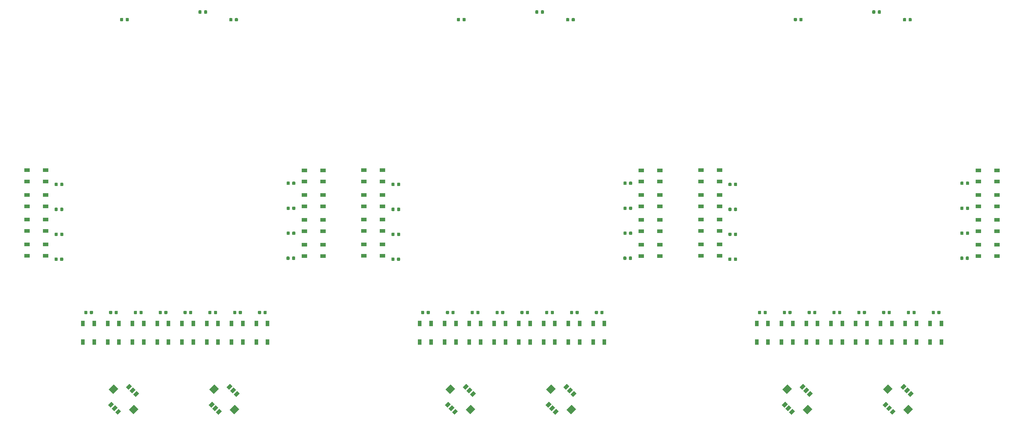
<source format=gtp>
%MOIN*%
%OFA0B0*%
%FSLAX46Y46*%
%IPPOS*%
%LPD*%
%ADD10C,0.0039370078740157488*%
%ADD11R,0.0610236220472441X0.03937007874015748*%
%ADD12R,0.03937007874015748X0.0610236220472441*%
%ADD23C,0.0039370078740157488*%
%ADD24R,0.0610236220472441X0.03937007874015748*%
%ADD25R,0.03937007874015748X0.0610236220472441*%
%ADD26C,0.0039370078740157488*%
%ADD27R,0.0610236220472441X0.03937007874015748*%
%ADD28R,0.03937007874015748X0.0610236220472441*%
D10*
G36*
X0000974161Y0003456026D02*
G01*
X0000974997Y0003455902D01*
X0000975816Y0003455697D01*
X0000976612Y0003455412D01*
X0000977376Y0003455051D01*
X0000978101Y0003454616D01*
X0000978780Y0003454113D01*
X0000979406Y0003453545D01*
X0000979974Y0003452919D01*
X0000980477Y0003452240D01*
X0000980912Y0003451515D01*
X0000981273Y0003450751D01*
X0000981558Y0003449956D01*
X0000981763Y0003449136D01*
X0000981887Y0003448300D01*
X0000981929Y0003447456D01*
X0000981929Y0003427278D01*
X0000981887Y0003426434D01*
X0000981763Y0003425598D01*
X0000981558Y0003424778D01*
X0000981273Y0003423983D01*
X0000980912Y0003423219D01*
X0000980477Y0003422494D01*
X0000979974Y0003421815D01*
X0000979406Y0003421189D01*
X0000978780Y0003420621D01*
X0000978101Y0003420118D01*
X0000977376Y0003419683D01*
X0000976612Y0003419322D01*
X0000975816Y0003419037D01*
X0000974997Y0003418832D01*
X0000974161Y0003418708D01*
X0000973316Y0003418666D01*
X0000956092Y0003418666D01*
X0000955248Y0003418708D01*
X0000954412Y0003418832D01*
X0000953592Y0003419037D01*
X0000952796Y0003419322D01*
X0000952032Y0003419683D01*
X0000951307Y0003420118D01*
X0000950628Y0003420621D01*
X0000950002Y0003421189D01*
X0000949435Y0003421815D01*
X0000948931Y0003422494D01*
X0000948497Y0003423219D01*
X0000948135Y0003423983D01*
X0000947851Y0003424778D01*
X0000947645Y0003425598D01*
X0000947521Y0003426434D01*
X0000947480Y0003427278D01*
X0000947480Y0003447456D01*
X0000947521Y0003448300D01*
X0000947645Y0003449136D01*
X0000947851Y0003449956D01*
X0000948135Y0003450751D01*
X0000948497Y0003451515D01*
X0000948931Y0003452240D01*
X0000949435Y0003452919D01*
X0000950002Y0003453545D01*
X0000950628Y0003454113D01*
X0000951307Y0003454616D01*
X0000952032Y0003455051D01*
X0000952796Y0003455412D01*
X0000953592Y0003455697D01*
X0000954412Y0003455902D01*
X0000955248Y0003456026D01*
X0000956092Y0003456068D01*
X0000973316Y0003456068D01*
X0000974161Y0003456026D01*
G37*
G36*
X0000912153Y0003456026D02*
G01*
X0000912989Y0003455902D01*
X0000913809Y0003455697D01*
X0000914604Y0003455412D01*
X0000915368Y0003455051D01*
X0000916093Y0003454616D01*
X0000916772Y0003454113D01*
X0000917398Y0003453545D01*
X0000917966Y0003452919D01*
X0000918469Y0003452240D01*
X0000918904Y0003451515D01*
X0000919265Y0003450751D01*
X0000919550Y0003449956D01*
X0000919755Y0003449136D01*
X0000919879Y0003448300D01*
X0000919921Y0003447456D01*
X0000919921Y0003427278D01*
X0000919879Y0003426434D01*
X0000919755Y0003425598D01*
X0000919550Y0003424778D01*
X0000919265Y0003423983D01*
X0000918904Y0003423219D01*
X0000918469Y0003422494D01*
X0000917966Y0003421815D01*
X0000917398Y0003421189D01*
X0000916772Y0003420621D01*
X0000916093Y0003420118D01*
X0000915368Y0003419683D01*
X0000914604Y0003419322D01*
X0000913809Y0003419037D01*
X0000912989Y0003418832D01*
X0000912153Y0003418708D01*
X0000911309Y0003418666D01*
X0000894084Y0003418666D01*
X0000893240Y0003418708D01*
X0000892404Y0003418832D01*
X0000891584Y0003419037D01*
X0000890788Y0003419322D01*
X0000890024Y0003419683D01*
X0000889299Y0003420118D01*
X0000888621Y0003420621D01*
X0000887994Y0003421189D01*
X0000887427Y0003421815D01*
X0000886923Y0003422494D01*
X0000886489Y0003423219D01*
X0000886127Y0003423983D01*
X0000885843Y0003424778D01*
X0000885637Y0003425598D01*
X0000885513Y0003426434D01*
X0000885472Y0003427278D01*
X0000885472Y0003447456D01*
X0000885513Y0003448300D01*
X0000885637Y0003449136D01*
X0000885843Y0003449956D01*
X0000886127Y0003450751D01*
X0000886489Y0003451515D01*
X0000886923Y0003452240D01*
X0000887427Y0003452919D01*
X0000887994Y0003453545D01*
X0000888621Y0003454113D01*
X0000889299Y0003454616D01*
X0000890024Y0003455051D01*
X0000890788Y0003455412D01*
X0000891584Y0003455697D01*
X0000892404Y0003455902D01*
X0000893240Y0003456026D01*
X0000894084Y0003456068D01*
X0000911309Y0003456068D01*
X0000912153Y0003456026D01*
G37*
G36*
X0000974161Y0003178693D02*
G01*
X0000974997Y0003178569D01*
X0000975816Y0003178364D01*
X0000976612Y0003178079D01*
X0000977376Y0003177718D01*
X0000978101Y0003177283D01*
X0000978780Y0003176780D01*
X0000979406Y0003176212D01*
X0000979974Y0003175586D01*
X0000980477Y0003174907D01*
X0000980912Y0003174182D01*
X0000981273Y0003173418D01*
X0000981558Y0003172622D01*
X0000981763Y0003171802D01*
X0000981887Y0003170966D01*
X0000981929Y0003170122D01*
X0000981929Y0003149945D01*
X0000981887Y0003149101D01*
X0000981763Y0003148265D01*
X0000981558Y0003147445D01*
X0000981273Y0003146649D01*
X0000980912Y0003145885D01*
X0000980477Y0003145160D01*
X0000979974Y0003144482D01*
X0000979406Y0003143855D01*
X0000978780Y0003143288D01*
X0000978101Y0003142784D01*
X0000977376Y0003142350D01*
X0000976612Y0003141988D01*
X0000975816Y0003141704D01*
X0000974997Y0003141498D01*
X0000974161Y0003141374D01*
X0000973316Y0003141333D01*
X0000956092Y0003141333D01*
X0000955248Y0003141374D01*
X0000954412Y0003141498D01*
X0000953592Y0003141704D01*
X0000952796Y0003141988D01*
X0000952032Y0003142350D01*
X0000951307Y0003142784D01*
X0000950628Y0003143288D01*
X0000950002Y0003143855D01*
X0000949435Y0003144482D01*
X0000948931Y0003145160D01*
X0000948497Y0003145885D01*
X0000948135Y0003146649D01*
X0000947851Y0003147445D01*
X0000947645Y0003148265D01*
X0000947521Y0003149101D01*
X0000947480Y0003149945D01*
X0000947480Y0003170122D01*
X0000947521Y0003170966D01*
X0000947645Y0003171802D01*
X0000947851Y0003172622D01*
X0000948135Y0003173418D01*
X0000948497Y0003174182D01*
X0000948931Y0003174907D01*
X0000949435Y0003175586D01*
X0000950002Y0003176212D01*
X0000950628Y0003176780D01*
X0000951307Y0003177283D01*
X0000952032Y0003177718D01*
X0000952796Y0003178079D01*
X0000953592Y0003178364D01*
X0000954412Y0003178569D01*
X0000955248Y0003178693D01*
X0000956092Y0003178734D01*
X0000973316Y0003178734D01*
X0000974161Y0003178693D01*
G37*
G36*
X0000912153Y0003178693D02*
G01*
X0000912989Y0003178569D01*
X0000913809Y0003178364D01*
X0000914604Y0003178079D01*
X0000915368Y0003177718D01*
X0000916093Y0003177283D01*
X0000916772Y0003176780D01*
X0000917398Y0003176212D01*
X0000917966Y0003175586D01*
X0000918469Y0003174907D01*
X0000918904Y0003174182D01*
X0000919265Y0003173418D01*
X0000919550Y0003172622D01*
X0000919755Y0003171802D01*
X0000919879Y0003170966D01*
X0000919921Y0003170122D01*
X0000919921Y0003149945D01*
X0000919879Y0003149101D01*
X0000919755Y0003148265D01*
X0000919550Y0003147445D01*
X0000919265Y0003146649D01*
X0000918904Y0003145885D01*
X0000918469Y0003145160D01*
X0000917966Y0003144482D01*
X0000917398Y0003143855D01*
X0000916772Y0003143288D01*
X0000916093Y0003142784D01*
X0000915368Y0003142350D01*
X0000914604Y0003141988D01*
X0000913809Y0003141704D01*
X0000912989Y0003141498D01*
X0000912153Y0003141374D01*
X0000911309Y0003141333D01*
X0000894084Y0003141333D01*
X0000893240Y0003141374D01*
X0000892404Y0003141498D01*
X0000891584Y0003141704D01*
X0000890788Y0003141988D01*
X0000890024Y0003142350D01*
X0000889299Y0003142784D01*
X0000888621Y0003143288D01*
X0000887994Y0003143855D01*
X0000887427Y0003144482D01*
X0000886923Y0003145160D01*
X0000886489Y0003145885D01*
X0000886127Y0003146649D01*
X0000885843Y0003147445D01*
X0000885637Y0003148265D01*
X0000885513Y0003149101D01*
X0000885472Y0003149945D01*
X0000885472Y0003170122D01*
X0000885513Y0003170966D01*
X0000885637Y0003171802D01*
X0000885843Y0003172622D01*
X0000886127Y0003173418D01*
X0000886489Y0003174182D01*
X0000886923Y0003174907D01*
X0000887427Y0003175586D01*
X0000887994Y0003176212D01*
X0000888621Y0003176780D01*
X0000889299Y0003177283D01*
X0000890024Y0003177718D01*
X0000890788Y0003178079D01*
X0000891584Y0003178364D01*
X0000892404Y0003178569D01*
X0000893240Y0003178693D01*
X0000894084Y0003178734D01*
X0000911309Y0003178734D01*
X0000912153Y0003178693D01*
G37*
G36*
X0003488153Y0003190360D02*
G01*
X0003488989Y0003190236D01*
X0003489809Y0003190030D01*
X0003490604Y0003189746D01*
X0003491368Y0003189384D01*
X0003492093Y0003188950D01*
X0003492772Y0003188446D01*
X0003493398Y0003187879D01*
X0003493966Y0003187252D01*
X0003494469Y0003186574D01*
X0003494904Y0003185849D01*
X0003495265Y0003185085D01*
X0003495550Y0003184289D01*
X0003495755Y0003183469D01*
X0003495879Y0003182633D01*
X0003495921Y0003181789D01*
X0003495921Y0003161612D01*
X0003495879Y0003160768D01*
X0003495755Y0003159932D01*
X0003495550Y0003159112D01*
X0003495265Y0003158316D01*
X0003494904Y0003157552D01*
X0003494469Y0003156827D01*
X0003493966Y0003156148D01*
X0003493398Y0003155522D01*
X0003492772Y0003154954D01*
X0003492093Y0003154451D01*
X0003491368Y0003154016D01*
X0003490604Y0003153655D01*
X0003489809Y0003153370D01*
X0003488989Y0003153165D01*
X0003488153Y0003153041D01*
X0003487309Y0003153000D01*
X0003470084Y0003153000D01*
X0003469240Y0003153041D01*
X0003468404Y0003153165D01*
X0003467584Y0003153370D01*
X0003466788Y0003153655D01*
X0003466024Y0003154016D01*
X0003465299Y0003154451D01*
X0003464621Y0003154954D01*
X0003463994Y0003155522D01*
X0003463427Y0003156148D01*
X0003462923Y0003156827D01*
X0003462489Y0003157552D01*
X0003462127Y0003158316D01*
X0003461843Y0003159112D01*
X0003461637Y0003159932D01*
X0003461513Y0003160768D01*
X0003461472Y0003161612D01*
X0003461472Y0003181789D01*
X0003461513Y0003182633D01*
X0003461637Y0003183469D01*
X0003461843Y0003184289D01*
X0003462127Y0003185085D01*
X0003462489Y0003185849D01*
X0003462923Y0003186574D01*
X0003463427Y0003187252D01*
X0003463994Y0003187879D01*
X0003464621Y0003188446D01*
X0003465299Y0003188950D01*
X0003466024Y0003189384D01*
X0003466788Y0003189746D01*
X0003467584Y0003190030D01*
X0003468404Y0003190236D01*
X0003469240Y0003190360D01*
X0003470084Y0003190401D01*
X0003487309Y0003190401D01*
X0003488153Y0003190360D01*
G37*
G36*
X0003550161Y0003190360D02*
G01*
X0003550997Y0003190236D01*
X0003551816Y0003190030D01*
X0003552612Y0003189746D01*
X0003553376Y0003189384D01*
X0003554101Y0003188950D01*
X0003554780Y0003188446D01*
X0003555406Y0003187879D01*
X0003555974Y0003187252D01*
X0003556477Y0003186574D01*
X0003556912Y0003185849D01*
X0003557273Y0003185085D01*
X0003557558Y0003184289D01*
X0003557763Y0003183469D01*
X0003557887Y0003182633D01*
X0003557929Y0003181789D01*
X0003557929Y0003161612D01*
X0003557887Y0003160768D01*
X0003557763Y0003159932D01*
X0003557558Y0003159112D01*
X0003557273Y0003158316D01*
X0003556912Y0003157552D01*
X0003556477Y0003156827D01*
X0003555974Y0003156148D01*
X0003555406Y0003155522D01*
X0003554780Y0003154954D01*
X0003554101Y0003154451D01*
X0003553376Y0003154016D01*
X0003552612Y0003153655D01*
X0003551816Y0003153370D01*
X0003550997Y0003153165D01*
X0003550161Y0003153041D01*
X0003549316Y0003153000D01*
X0003532092Y0003153000D01*
X0003531248Y0003153041D01*
X0003530412Y0003153165D01*
X0003529592Y0003153370D01*
X0003528796Y0003153655D01*
X0003528032Y0003154016D01*
X0003527307Y0003154451D01*
X0003526628Y0003154954D01*
X0003526002Y0003155522D01*
X0003525435Y0003156148D01*
X0003524931Y0003156827D01*
X0003524497Y0003157552D01*
X0003524135Y0003158316D01*
X0003523851Y0003159112D01*
X0003523645Y0003159932D01*
X0003523521Y0003160768D01*
X0003523480Y0003161612D01*
X0003523480Y0003181789D01*
X0003523521Y0003182633D01*
X0003523645Y0003183469D01*
X0003523851Y0003184289D01*
X0003524135Y0003185085D01*
X0003524497Y0003185849D01*
X0003524931Y0003186574D01*
X0003525435Y0003187252D01*
X0003526002Y0003187879D01*
X0003526628Y0003188446D01*
X0003527307Y0003188950D01*
X0003528032Y0003189384D01*
X0003528796Y0003189746D01*
X0003529592Y0003190030D01*
X0003530412Y0003190236D01*
X0003531248Y0003190360D01*
X0003532092Y0003190401D01*
X0003549316Y0003190401D01*
X0003550161Y0003190360D01*
G37*
G36*
X0001792296Y0002308360D02*
G01*
X0001793132Y0002308236D01*
X0001793951Y0002308030D01*
X0001794747Y0002307746D01*
X0001795511Y0002307384D01*
X0001796236Y0002306950D01*
X0001796915Y0002306446D01*
X0001797541Y0002305879D01*
X0001798109Y0002305252D01*
X0001798612Y0002304574D01*
X0001799047Y0002303849D01*
X0001799408Y0002303085D01*
X0001799693Y0002302289D01*
X0001799898Y0002301469D01*
X0001800022Y0002300633D01*
X0001800064Y0002299789D01*
X0001800064Y0002279612D01*
X0001800022Y0002278768D01*
X0001799898Y0002277932D01*
X0001799693Y0002277112D01*
X0001799408Y0002276316D01*
X0001799047Y0002275552D01*
X0001798612Y0002274827D01*
X0001798109Y0002274148D01*
X0001797541Y0002273522D01*
X0001796915Y0002272954D01*
X0001796236Y0002272451D01*
X0001795511Y0002272016D01*
X0001794747Y0002271655D01*
X0001793951Y0002271370D01*
X0001793132Y0002271165D01*
X0001792296Y0002271041D01*
X0001791451Y0002271000D01*
X0001774227Y0002271000D01*
X0001773383Y0002271041D01*
X0001772547Y0002271165D01*
X0001771727Y0002271370D01*
X0001770931Y0002271655D01*
X0001770167Y0002272016D01*
X0001769442Y0002272451D01*
X0001768763Y0002272954D01*
X0001768137Y0002273522D01*
X0001767570Y0002274148D01*
X0001767066Y0002274827D01*
X0001766632Y0002275552D01*
X0001766270Y0002276316D01*
X0001765986Y0002277112D01*
X0001765780Y0002277932D01*
X0001765656Y0002278768D01*
X0001765615Y0002279612D01*
X0001765615Y0002299789D01*
X0001765656Y0002300633D01*
X0001765780Y0002301469D01*
X0001765986Y0002302289D01*
X0001766270Y0002303085D01*
X0001766632Y0002303849D01*
X0001767066Y0002304574D01*
X0001767570Y0002305252D01*
X0001768137Y0002305879D01*
X0001768763Y0002306446D01*
X0001769442Y0002306950D01*
X0001770167Y0002307384D01*
X0001770931Y0002307746D01*
X0001771727Y0002308030D01*
X0001772547Y0002308236D01*
X0001773383Y0002308360D01*
X0001774227Y0002308401D01*
X0001791451Y0002308401D01*
X0001792296Y0002308360D01*
G37*
G36*
X0001854303Y0002308360D02*
G01*
X0001855139Y0002308236D01*
X0001855959Y0002308030D01*
X0001856755Y0002307746D01*
X0001857519Y0002307384D01*
X0001858244Y0002306950D01*
X0001858923Y0002306446D01*
X0001859549Y0002305879D01*
X0001860117Y0002305252D01*
X0001860620Y0002304574D01*
X0001861055Y0002303849D01*
X0001861416Y0002303085D01*
X0001861701Y0002302289D01*
X0001861906Y0002301469D01*
X0001862030Y0002300633D01*
X0001862071Y0002299789D01*
X0001862071Y0002279612D01*
X0001862030Y0002278768D01*
X0001861906Y0002277932D01*
X0001861701Y0002277112D01*
X0001861416Y0002276316D01*
X0001861055Y0002275552D01*
X0001860620Y0002274827D01*
X0001860117Y0002274148D01*
X0001859549Y0002273522D01*
X0001858923Y0002272954D01*
X0001858244Y0002272451D01*
X0001857519Y0002272016D01*
X0001856755Y0002271655D01*
X0001855959Y0002271370D01*
X0001855139Y0002271165D01*
X0001854303Y0002271041D01*
X0001853459Y0002271000D01*
X0001836235Y0002271000D01*
X0001835391Y0002271041D01*
X0001834555Y0002271165D01*
X0001833735Y0002271370D01*
X0001832939Y0002271655D01*
X0001832175Y0002272016D01*
X0001831450Y0002272451D01*
X0001830771Y0002272954D01*
X0001830145Y0002273522D01*
X0001829578Y0002274148D01*
X0001829074Y0002274827D01*
X0001828640Y0002275552D01*
X0001828278Y0002276316D01*
X0001827993Y0002277112D01*
X0001827788Y0002277932D01*
X0001827664Y0002278768D01*
X0001827623Y0002279612D01*
X0001827623Y0002299789D01*
X0001827664Y0002300633D01*
X0001827788Y0002301469D01*
X0001827993Y0002302289D01*
X0001828278Y0002303085D01*
X0001828640Y0002303849D01*
X0001829074Y0002304574D01*
X0001829578Y0002305252D01*
X0001830145Y0002305879D01*
X0001830771Y0002306446D01*
X0001831450Y0002306950D01*
X0001832175Y0002307384D01*
X0001832939Y0002307746D01*
X0001833735Y0002308030D01*
X0001834555Y0002308236D01*
X0001835391Y0002308360D01*
X0001836235Y0002308401D01*
X0001853459Y0002308401D01*
X0001854303Y0002308360D01*
G37*
G36*
X0001700696Y0005568659D02*
G01*
X0001701532Y0005568535D01*
X0001702352Y0005568329D01*
X0001703148Y0005568045D01*
X0001703912Y0005567683D01*
X0001704637Y0005567249D01*
X0001705315Y0005566745D01*
X0001705942Y0005566178D01*
X0001706509Y0005565552D01*
X0001707013Y0005564873D01*
X0001707447Y0005564148D01*
X0001707809Y0005563384D01*
X0001708093Y0005562588D01*
X0001708299Y0005561768D01*
X0001708423Y0005560932D01*
X0001708464Y0005560088D01*
X0001708464Y0005539911D01*
X0001708423Y0005539067D01*
X0001708299Y0005538231D01*
X0001708093Y0005537411D01*
X0001707809Y0005536615D01*
X0001707447Y0005535851D01*
X0001707013Y0005535126D01*
X0001706509Y0005534447D01*
X0001705942Y0005533821D01*
X0001705315Y0005533254D01*
X0001704637Y0005532750D01*
X0001703912Y0005532316D01*
X0001703148Y0005531954D01*
X0001702352Y0005531670D01*
X0001701532Y0005531464D01*
X0001700696Y0005531340D01*
X0001699852Y0005531299D01*
X0001682627Y0005531299D01*
X0001681783Y0005531340D01*
X0001680947Y0005531464D01*
X0001680127Y0005531670D01*
X0001679332Y0005531954D01*
X0001678568Y0005532316D01*
X0001677843Y0005532750D01*
X0001677164Y0005533254D01*
X0001676538Y0005533821D01*
X0001675970Y0005534447D01*
X0001675467Y0005535126D01*
X0001675032Y0005535851D01*
X0001674671Y0005536615D01*
X0001674386Y0005537411D01*
X0001674181Y0005538231D01*
X0001674057Y0005539067D01*
X0001674015Y0005539911D01*
X0001674015Y0005560088D01*
X0001674057Y0005560932D01*
X0001674181Y0005561768D01*
X0001674386Y0005562588D01*
X0001674671Y0005563384D01*
X0001675032Y0005564148D01*
X0001675467Y0005564873D01*
X0001675970Y0005565552D01*
X0001676538Y0005566178D01*
X0001677164Y0005566745D01*
X0001677843Y0005567249D01*
X0001678568Y0005567683D01*
X0001679332Y0005568045D01*
X0001680127Y0005568329D01*
X0001680947Y0005568535D01*
X0001681783Y0005568659D01*
X0001682627Y0005568700D01*
X0001699852Y0005568700D01*
X0001700696Y0005568659D01*
G37*
G36*
X0001638688Y0005568659D02*
G01*
X0001639524Y0005568535D01*
X0001640344Y0005568329D01*
X0001641140Y0005568045D01*
X0001641904Y0005567683D01*
X0001642629Y0005567249D01*
X0001643308Y0005566745D01*
X0001643934Y0005566178D01*
X0001644501Y0005565552D01*
X0001645005Y0005564873D01*
X0001645439Y0005564148D01*
X0001645801Y0005563384D01*
X0001646085Y0005562588D01*
X0001646291Y0005561768D01*
X0001646415Y0005560932D01*
X0001646456Y0005560088D01*
X0001646456Y0005539911D01*
X0001646415Y0005539067D01*
X0001646291Y0005538231D01*
X0001646085Y0005537411D01*
X0001645801Y0005536615D01*
X0001645439Y0005535851D01*
X0001645005Y0005535126D01*
X0001644501Y0005534447D01*
X0001643934Y0005533821D01*
X0001643308Y0005533254D01*
X0001642629Y0005532750D01*
X0001641904Y0005532316D01*
X0001641140Y0005531954D01*
X0001640344Y0005531670D01*
X0001639524Y0005531464D01*
X0001638688Y0005531340D01*
X0001637844Y0005531299D01*
X0001620620Y0005531299D01*
X0001619775Y0005531340D01*
X0001618939Y0005531464D01*
X0001618120Y0005531670D01*
X0001617324Y0005531954D01*
X0001616560Y0005532316D01*
X0001615835Y0005532750D01*
X0001615156Y0005533254D01*
X0001614530Y0005533821D01*
X0001613962Y0005534447D01*
X0001613459Y0005535126D01*
X0001613024Y0005535851D01*
X0001612663Y0005536615D01*
X0001612378Y0005537411D01*
X0001612173Y0005538231D01*
X0001612049Y0005539067D01*
X0001612007Y0005539911D01*
X0001612007Y0005560088D01*
X0001612049Y0005560932D01*
X0001612173Y0005561768D01*
X0001612378Y0005562588D01*
X0001612663Y0005563384D01*
X0001613024Y0005564148D01*
X0001613459Y0005564873D01*
X0001613962Y0005565552D01*
X0001614530Y0005566178D01*
X0001615156Y0005566745D01*
X0001615835Y0005567249D01*
X0001616560Y0005567683D01*
X0001617324Y0005568045D01*
X0001618120Y0005568329D01*
X0001618939Y0005568535D01*
X0001619775Y0005568659D01*
X0001620620Y0005568700D01*
X0001637844Y0005568700D01*
X0001638688Y0005568659D01*
G37*
G36*
X0000973161Y0002901360D02*
G01*
X0000973997Y0002901236D01*
X0000974816Y0002901030D01*
X0000975612Y0002900746D01*
X0000976376Y0002900384D01*
X0000977101Y0002899950D01*
X0000977780Y0002899446D01*
X0000978406Y0002898879D01*
X0000978974Y0002898252D01*
X0000979477Y0002897574D01*
X0000979912Y0002896849D01*
X0000980273Y0002896085D01*
X0000980558Y0002895289D01*
X0000980763Y0002894469D01*
X0000980887Y0002893633D01*
X0000980929Y0002892789D01*
X0000980929Y0002872612D01*
X0000980887Y0002871768D01*
X0000980763Y0002870932D01*
X0000980558Y0002870112D01*
X0000980273Y0002869316D01*
X0000979912Y0002868552D01*
X0000979477Y0002867827D01*
X0000978974Y0002867148D01*
X0000978406Y0002866522D01*
X0000977780Y0002865954D01*
X0000977101Y0002865451D01*
X0000976376Y0002865016D01*
X0000975612Y0002864655D01*
X0000974816Y0002864370D01*
X0000973997Y0002864165D01*
X0000973161Y0002864041D01*
X0000972316Y0002864000D01*
X0000955092Y0002864000D01*
X0000954248Y0002864041D01*
X0000953412Y0002864165D01*
X0000952592Y0002864370D01*
X0000951796Y0002864655D01*
X0000951032Y0002865016D01*
X0000950307Y0002865451D01*
X0000949628Y0002865954D01*
X0000949002Y0002866522D01*
X0000948435Y0002867148D01*
X0000947931Y0002867827D01*
X0000947497Y0002868552D01*
X0000947135Y0002869316D01*
X0000946851Y0002870112D01*
X0000946645Y0002870932D01*
X0000946521Y0002871768D01*
X0000946480Y0002872612D01*
X0000946480Y0002892789D01*
X0000946521Y0002893633D01*
X0000946645Y0002894469D01*
X0000946851Y0002895289D01*
X0000947135Y0002896085D01*
X0000947497Y0002896849D01*
X0000947931Y0002897574D01*
X0000948435Y0002898252D01*
X0000949002Y0002898879D01*
X0000949628Y0002899446D01*
X0000950307Y0002899950D01*
X0000951032Y0002900384D01*
X0000951796Y0002900746D01*
X0000952592Y0002901030D01*
X0000953412Y0002901236D01*
X0000954248Y0002901360D01*
X0000955092Y0002901401D01*
X0000972316Y0002901401D01*
X0000973161Y0002901360D01*
G37*
G36*
X0000911153Y0002901360D02*
G01*
X0000911989Y0002901236D01*
X0000912809Y0002901030D01*
X0000913604Y0002900746D01*
X0000914368Y0002900384D01*
X0000915093Y0002899950D01*
X0000915772Y0002899446D01*
X0000916398Y0002898879D01*
X0000916966Y0002898252D01*
X0000917469Y0002897574D01*
X0000917904Y0002896849D01*
X0000918265Y0002896085D01*
X0000918550Y0002895289D01*
X0000918755Y0002894469D01*
X0000918879Y0002893633D01*
X0000918921Y0002892789D01*
X0000918921Y0002872612D01*
X0000918879Y0002871768D01*
X0000918755Y0002870932D01*
X0000918550Y0002870112D01*
X0000918265Y0002869316D01*
X0000917904Y0002868552D01*
X0000917469Y0002867827D01*
X0000916966Y0002867148D01*
X0000916398Y0002866522D01*
X0000915772Y0002865954D01*
X0000915093Y0002865451D01*
X0000914368Y0002865016D01*
X0000913604Y0002864655D01*
X0000912809Y0002864370D01*
X0000911989Y0002864165D01*
X0000911153Y0002864041D01*
X0000910309Y0002864000D01*
X0000893084Y0002864000D01*
X0000892240Y0002864041D01*
X0000891404Y0002864165D01*
X0000890584Y0002864370D01*
X0000889788Y0002864655D01*
X0000889024Y0002865016D01*
X0000888299Y0002865451D01*
X0000887621Y0002865954D01*
X0000886994Y0002866522D01*
X0000886427Y0002867148D01*
X0000885923Y0002867827D01*
X0000885489Y0002868552D01*
X0000885127Y0002869316D01*
X0000884843Y0002870112D01*
X0000884637Y0002870932D01*
X0000884513Y0002871768D01*
X0000884472Y0002872612D01*
X0000884472Y0002892789D01*
X0000884513Y0002893633D01*
X0000884637Y0002894469D01*
X0000884843Y0002895289D01*
X0000885127Y0002896085D01*
X0000885489Y0002896849D01*
X0000885923Y0002897574D01*
X0000886427Y0002898252D01*
X0000886994Y0002898879D01*
X0000887621Y0002899446D01*
X0000888299Y0002899950D01*
X0000889024Y0002900384D01*
X0000889788Y0002900746D01*
X0000890584Y0002901030D01*
X0000891404Y0002901236D01*
X0000892240Y0002901360D01*
X0000893084Y0002901401D01*
X0000910309Y0002901401D01*
X0000911153Y0002901360D01*
G37*
G36*
X0002912901Y0005566297D02*
G01*
X0002913737Y0005566173D01*
X0002914557Y0005565967D01*
X0002915352Y0005565683D01*
X0002916116Y0005565321D01*
X0002916841Y0005564887D01*
X0002917520Y0005564383D01*
X0002918146Y0005563816D01*
X0002918714Y0005563189D01*
X0002919217Y0005562511D01*
X0002919652Y0005561786D01*
X0002920013Y0005561022D01*
X0002920298Y0005560226D01*
X0002920503Y0005559406D01*
X0002920627Y0005558570D01*
X0002920669Y0005557726D01*
X0002920669Y0005537549D01*
X0002920627Y0005536705D01*
X0002920503Y0005535869D01*
X0002920298Y0005535049D01*
X0002920013Y0005534253D01*
X0002919652Y0005533489D01*
X0002919217Y0005532764D01*
X0002918714Y0005532085D01*
X0002918146Y0005531459D01*
X0002917520Y0005530891D01*
X0002916841Y0005530388D01*
X0002916116Y0005529953D01*
X0002915352Y0005529592D01*
X0002914557Y0005529307D01*
X0002913737Y0005529102D01*
X0002912901Y0005528978D01*
X0002912057Y0005528937D01*
X0002894832Y0005528937D01*
X0002893988Y0005528978D01*
X0002893152Y0005529102D01*
X0002892332Y0005529307D01*
X0002891536Y0005529592D01*
X0002890772Y0005529953D01*
X0002890047Y0005530388D01*
X0002889369Y0005530891D01*
X0002888742Y0005531459D01*
X0002888175Y0005532085D01*
X0002887671Y0005532764D01*
X0002887237Y0005533489D01*
X0002886876Y0005534253D01*
X0002886591Y0005535049D01*
X0002886385Y0005535869D01*
X0002886261Y0005536705D01*
X0002886220Y0005537549D01*
X0002886220Y0005557726D01*
X0002886261Y0005558570D01*
X0002886385Y0005559406D01*
X0002886591Y0005560226D01*
X0002886876Y0005561022D01*
X0002887237Y0005561786D01*
X0002887671Y0005562511D01*
X0002888175Y0005563189D01*
X0002888742Y0005563816D01*
X0002889369Y0005564383D01*
X0002890047Y0005564887D01*
X0002890772Y0005565321D01*
X0002891536Y0005565683D01*
X0002892332Y0005565967D01*
X0002893152Y0005566173D01*
X0002893988Y0005566297D01*
X0002894832Y0005566338D01*
X0002912057Y0005566338D01*
X0002912901Y0005566297D01*
G37*
G36*
X0002850893Y0005566297D02*
G01*
X0002851729Y0005566173D01*
X0002852549Y0005565967D01*
X0002853344Y0005565683D01*
X0002854108Y0005565321D01*
X0002854833Y0005564887D01*
X0002855512Y0005564383D01*
X0002856138Y0005563816D01*
X0002856706Y0005563189D01*
X0002857210Y0005562511D01*
X0002857644Y0005561786D01*
X0002858005Y0005561022D01*
X0002858290Y0005560226D01*
X0002858495Y0005559406D01*
X0002858619Y0005558570D01*
X0002858661Y0005557726D01*
X0002858661Y0005537549D01*
X0002858619Y0005536705D01*
X0002858495Y0005535869D01*
X0002858290Y0005535049D01*
X0002858005Y0005534253D01*
X0002857644Y0005533489D01*
X0002857210Y0005532764D01*
X0002856706Y0005532085D01*
X0002856138Y0005531459D01*
X0002855512Y0005530891D01*
X0002854833Y0005530388D01*
X0002854108Y0005529953D01*
X0002853344Y0005529592D01*
X0002852549Y0005529307D01*
X0002851729Y0005529102D01*
X0002850893Y0005528978D01*
X0002850049Y0005528937D01*
X0002832824Y0005528937D01*
X0002831980Y0005528978D01*
X0002831144Y0005529102D01*
X0002830324Y0005529307D01*
X0002829529Y0005529592D01*
X0002828765Y0005529953D01*
X0002828040Y0005530388D01*
X0002827361Y0005530891D01*
X0002826735Y0005531459D01*
X0002826167Y0005532085D01*
X0002825664Y0005532764D01*
X0002825229Y0005533489D01*
X0002824868Y0005534253D01*
X0002824583Y0005535049D01*
X0002824378Y0005535869D01*
X0002824254Y0005536705D01*
X0002824212Y0005537549D01*
X0002824212Y0005557726D01*
X0002824254Y0005558570D01*
X0002824378Y0005559406D01*
X0002824583Y0005560226D01*
X0002824868Y0005561022D01*
X0002825229Y0005561786D01*
X0002825664Y0005562511D01*
X0002826167Y0005563189D01*
X0002826735Y0005563816D01*
X0002827361Y0005564383D01*
X0002828040Y0005564887D01*
X0002828765Y0005565321D01*
X0002829529Y0005565683D01*
X0002830324Y0005565967D01*
X0002831144Y0005566173D01*
X0002831980Y0005566297D01*
X0002832824Y0005566338D01*
X0002850049Y0005566338D01*
X0002850893Y0005566297D01*
G37*
G36*
X0000974161Y0003733360D02*
G01*
X0000974997Y0003733236D01*
X0000975816Y0003733030D01*
X0000976612Y0003732746D01*
X0000977376Y0003732384D01*
X0000978101Y0003731950D01*
X0000978780Y0003731446D01*
X0000979406Y0003730879D01*
X0000979974Y0003730252D01*
X0000980477Y0003729574D01*
X0000980912Y0003728849D01*
X0000981273Y0003728085D01*
X0000981558Y0003727289D01*
X0000981763Y0003726469D01*
X0000981887Y0003725633D01*
X0000981929Y0003724789D01*
X0000981929Y0003704612D01*
X0000981887Y0003703768D01*
X0000981763Y0003702932D01*
X0000981558Y0003702112D01*
X0000981273Y0003701316D01*
X0000980912Y0003700552D01*
X0000980477Y0003699827D01*
X0000979974Y0003699148D01*
X0000979406Y0003698522D01*
X0000978780Y0003697954D01*
X0000978101Y0003697451D01*
X0000977376Y0003697016D01*
X0000976612Y0003696655D01*
X0000975816Y0003696370D01*
X0000974997Y0003696165D01*
X0000974161Y0003696041D01*
X0000973316Y0003696000D01*
X0000956092Y0003696000D01*
X0000955248Y0003696041D01*
X0000954412Y0003696165D01*
X0000953592Y0003696370D01*
X0000952796Y0003696655D01*
X0000952032Y0003697016D01*
X0000951307Y0003697451D01*
X0000950628Y0003697954D01*
X0000950002Y0003698522D01*
X0000949435Y0003699148D01*
X0000948931Y0003699827D01*
X0000948497Y0003700552D01*
X0000948135Y0003701316D01*
X0000947851Y0003702112D01*
X0000947645Y0003702932D01*
X0000947521Y0003703768D01*
X0000947480Y0003704612D01*
X0000947480Y0003724789D01*
X0000947521Y0003725633D01*
X0000947645Y0003726469D01*
X0000947851Y0003727289D01*
X0000948135Y0003728085D01*
X0000948497Y0003728849D01*
X0000948931Y0003729574D01*
X0000949435Y0003730252D01*
X0000950002Y0003730879D01*
X0000950628Y0003731446D01*
X0000951307Y0003731950D01*
X0000952032Y0003732384D01*
X0000952796Y0003732746D01*
X0000953592Y0003733030D01*
X0000954412Y0003733236D01*
X0000955248Y0003733360D01*
X0000956092Y0003733401D01*
X0000973316Y0003733401D01*
X0000974161Y0003733360D01*
G37*
G36*
X0000912153Y0003733360D02*
G01*
X0000912989Y0003733236D01*
X0000913809Y0003733030D01*
X0000914604Y0003732746D01*
X0000915368Y0003732384D01*
X0000916093Y0003731950D01*
X0000916772Y0003731446D01*
X0000917398Y0003730879D01*
X0000917966Y0003730252D01*
X0000918469Y0003729574D01*
X0000918904Y0003728849D01*
X0000919265Y0003728085D01*
X0000919550Y0003727289D01*
X0000919755Y0003726469D01*
X0000919879Y0003725633D01*
X0000919921Y0003724789D01*
X0000919921Y0003704612D01*
X0000919879Y0003703768D01*
X0000919755Y0003702932D01*
X0000919550Y0003702112D01*
X0000919265Y0003701316D01*
X0000918904Y0003700552D01*
X0000918469Y0003699827D01*
X0000917966Y0003699148D01*
X0000917398Y0003698522D01*
X0000916772Y0003697954D01*
X0000916093Y0003697451D01*
X0000915368Y0003697016D01*
X0000914604Y0003696655D01*
X0000913809Y0003696370D01*
X0000912989Y0003696165D01*
X0000912153Y0003696041D01*
X0000911309Y0003696000D01*
X0000894084Y0003696000D01*
X0000893240Y0003696041D01*
X0000892404Y0003696165D01*
X0000891584Y0003696370D01*
X0000890788Y0003696655D01*
X0000890024Y0003697016D01*
X0000889299Y0003697451D01*
X0000888621Y0003697954D01*
X0000887994Y0003698522D01*
X0000887427Y0003699148D01*
X0000886923Y0003699827D01*
X0000886489Y0003700552D01*
X0000886127Y0003701316D01*
X0000885843Y0003702112D01*
X0000885637Y0003702932D01*
X0000885513Y0003703768D01*
X0000885472Y0003704612D01*
X0000885472Y0003724789D01*
X0000885513Y0003725633D01*
X0000885637Y0003726469D01*
X0000885843Y0003727289D01*
X0000886127Y0003728085D01*
X0000886489Y0003728849D01*
X0000886923Y0003729574D01*
X0000887427Y0003730252D01*
X0000887994Y0003730879D01*
X0000888621Y0003731446D01*
X0000889299Y0003731950D01*
X0000890024Y0003732384D01*
X0000890788Y0003732746D01*
X0000891584Y0003733030D01*
X0000892404Y0003733236D01*
X0000893240Y0003733360D01*
X0000894084Y0003733401D01*
X0000911309Y0003733401D01*
X0000912153Y0003733360D01*
G37*
G36*
X0001516724Y0002308360D02*
G01*
X0001517560Y0002308236D01*
X0001518380Y0002308030D01*
X0001519176Y0002307746D01*
X0001519940Y0002307384D01*
X0001520665Y0002306950D01*
X0001521344Y0002306446D01*
X0001521970Y0002305879D01*
X0001522537Y0002305252D01*
X0001523041Y0002304574D01*
X0001523475Y0002303849D01*
X0001523837Y0002303085D01*
X0001524121Y0002302289D01*
X0001524327Y0002301469D01*
X0001524451Y0002300633D01*
X0001524492Y0002299789D01*
X0001524492Y0002279612D01*
X0001524451Y0002278768D01*
X0001524327Y0002277932D01*
X0001524121Y0002277112D01*
X0001523837Y0002276316D01*
X0001523475Y0002275552D01*
X0001523041Y0002274827D01*
X0001522537Y0002274148D01*
X0001521970Y0002273522D01*
X0001521344Y0002272954D01*
X0001520665Y0002272451D01*
X0001519940Y0002272016D01*
X0001519176Y0002271655D01*
X0001518380Y0002271370D01*
X0001517560Y0002271165D01*
X0001516724Y0002271041D01*
X0001515880Y0002271000D01*
X0001498656Y0002271000D01*
X0001497811Y0002271041D01*
X0001496975Y0002271165D01*
X0001496156Y0002271370D01*
X0001495360Y0002271655D01*
X0001494596Y0002272016D01*
X0001493871Y0002272451D01*
X0001493192Y0002272954D01*
X0001492566Y0002273522D01*
X0001491998Y0002274148D01*
X0001491495Y0002274827D01*
X0001491060Y0002275552D01*
X0001490699Y0002276316D01*
X0001490414Y0002277112D01*
X0001490209Y0002277932D01*
X0001490085Y0002278768D01*
X0001490043Y0002279612D01*
X0001490043Y0002299789D01*
X0001490085Y0002300633D01*
X0001490209Y0002301469D01*
X0001490414Y0002302289D01*
X0001490699Y0002303085D01*
X0001491060Y0002303849D01*
X0001491495Y0002304574D01*
X0001491998Y0002305252D01*
X0001492566Y0002305879D01*
X0001493192Y0002306446D01*
X0001493871Y0002306950D01*
X0001494596Y0002307384D01*
X0001495360Y0002307746D01*
X0001496156Y0002308030D01*
X0001496975Y0002308236D01*
X0001497811Y0002308360D01*
X0001498656Y0002308401D01*
X0001515880Y0002308401D01*
X0001516724Y0002308360D01*
G37*
G36*
X0001578732Y0002308360D02*
G01*
X0001579568Y0002308236D01*
X0001580388Y0002308030D01*
X0001581184Y0002307746D01*
X0001581948Y0002307384D01*
X0001582673Y0002306950D01*
X0001583351Y0002306446D01*
X0001583978Y0002305879D01*
X0001584545Y0002305252D01*
X0001585049Y0002304574D01*
X0001585483Y0002303849D01*
X0001585845Y0002303085D01*
X0001586129Y0002302289D01*
X0001586335Y0002301469D01*
X0001586459Y0002300633D01*
X0001586500Y0002299789D01*
X0001586500Y0002279612D01*
X0001586459Y0002278768D01*
X0001586335Y0002277932D01*
X0001586129Y0002277112D01*
X0001585845Y0002276316D01*
X0001585483Y0002275552D01*
X0001585049Y0002274827D01*
X0001584545Y0002274148D01*
X0001583978Y0002273522D01*
X0001583351Y0002272954D01*
X0001582673Y0002272451D01*
X0001581948Y0002272016D01*
X0001581184Y0002271655D01*
X0001580388Y0002271370D01*
X0001579568Y0002271165D01*
X0001578732Y0002271041D01*
X0001577888Y0002271000D01*
X0001560663Y0002271000D01*
X0001559819Y0002271041D01*
X0001558983Y0002271165D01*
X0001558163Y0002271370D01*
X0001557368Y0002271655D01*
X0001556604Y0002272016D01*
X0001555879Y0002272451D01*
X0001555200Y0002272954D01*
X0001554574Y0002273522D01*
X0001554006Y0002274148D01*
X0001553503Y0002274827D01*
X0001553068Y0002275552D01*
X0001552707Y0002276316D01*
X0001552422Y0002277112D01*
X0001552217Y0002277932D01*
X0001552093Y0002278768D01*
X0001552051Y0002279612D01*
X0001552051Y0002299789D01*
X0001552093Y0002300633D01*
X0001552217Y0002301469D01*
X0001552422Y0002302289D01*
X0001552707Y0002303085D01*
X0001553068Y0002303849D01*
X0001553503Y0002304574D01*
X0001554006Y0002305252D01*
X0001554574Y0002305879D01*
X0001555200Y0002306446D01*
X0001555879Y0002306950D01*
X0001556604Y0002307384D01*
X0001557368Y0002307746D01*
X0001558163Y0002308030D01*
X0001558983Y0002308236D01*
X0001559819Y0002308360D01*
X0001560663Y0002308401D01*
X0001577888Y0002308401D01*
X0001578732Y0002308360D01*
G37*
G36*
X0002894581Y0002308360D02*
G01*
X0002895417Y0002308236D01*
X0002896237Y0002308030D01*
X0002897033Y0002307746D01*
X0002897797Y0002307384D01*
X0002898522Y0002306950D01*
X0002899201Y0002306446D01*
X0002899827Y0002305879D01*
X0002900394Y0002305252D01*
X0002900898Y0002304574D01*
X0002901332Y0002303849D01*
X0002901694Y0002303085D01*
X0002901978Y0002302289D01*
X0002902184Y0002301469D01*
X0002902308Y0002300633D01*
X0002902349Y0002299789D01*
X0002902349Y0002279612D01*
X0002902308Y0002278768D01*
X0002902184Y0002277932D01*
X0002901978Y0002277112D01*
X0002901694Y0002276316D01*
X0002901332Y0002275552D01*
X0002900898Y0002274827D01*
X0002900394Y0002274148D01*
X0002899827Y0002273522D01*
X0002899201Y0002272954D01*
X0002898522Y0002272451D01*
X0002897797Y0002272016D01*
X0002897033Y0002271655D01*
X0002896237Y0002271370D01*
X0002895417Y0002271165D01*
X0002894581Y0002271041D01*
X0002893737Y0002271000D01*
X0002876513Y0002271000D01*
X0002875668Y0002271041D01*
X0002874832Y0002271165D01*
X0002874013Y0002271370D01*
X0002873217Y0002271655D01*
X0002872453Y0002272016D01*
X0002871728Y0002272451D01*
X0002871049Y0002272954D01*
X0002870423Y0002273522D01*
X0002869855Y0002274148D01*
X0002869352Y0002274827D01*
X0002868917Y0002275552D01*
X0002868556Y0002276316D01*
X0002868271Y0002277112D01*
X0002868066Y0002277932D01*
X0002867942Y0002278768D01*
X0002867900Y0002279612D01*
X0002867900Y0002299789D01*
X0002867942Y0002300633D01*
X0002868066Y0002301469D01*
X0002868271Y0002302289D01*
X0002868556Y0002303085D01*
X0002868917Y0002303849D01*
X0002869352Y0002304574D01*
X0002869855Y0002305252D01*
X0002870423Y0002305879D01*
X0002871049Y0002306446D01*
X0002871728Y0002306950D01*
X0002872453Y0002307384D01*
X0002873217Y0002307746D01*
X0002874013Y0002308030D01*
X0002874832Y0002308236D01*
X0002875668Y0002308360D01*
X0002876513Y0002308401D01*
X0002893737Y0002308401D01*
X0002894581Y0002308360D01*
G37*
G36*
X0002956589Y0002308360D02*
G01*
X0002957425Y0002308236D01*
X0002958245Y0002308030D01*
X0002959041Y0002307746D01*
X0002959805Y0002307384D01*
X0002960530Y0002306950D01*
X0002961208Y0002306446D01*
X0002961835Y0002305879D01*
X0002962402Y0002305252D01*
X0002962906Y0002304574D01*
X0002963340Y0002303849D01*
X0002963702Y0002303085D01*
X0002963986Y0002302289D01*
X0002964192Y0002301469D01*
X0002964316Y0002300633D01*
X0002964357Y0002299789D01*
X0002964357Y0002279612D01*
X0002964316Y0002278768D01*
X0002964192Y0002277932D01*
X0002963986Y0002277112D01*
X0002963702Y0002276316D01*
X0002963340Y0002275552D01*
X0002962906Y0002274827D01*
X0002962402Y0002274148D01*
X0002961835Y0002273522D01*
X0002961208Y0002272954D01*
X0002960530Y0002272451D01*
X0002959805Y0002272016D01*
X0002959041Y0002271655D01*
X0002958245Y0002271370D01*
X0002957425Y0002271165D01*
X0002956589Y0002271041D01*
X0002955745Y0002271000D01*
X0002938521Y0002271000D01*
X0002937676Y0002271041D01*
X0002936840Y0002271165D01*
X0002936021Y0002271370D01*
X0002935225Y0002271655D01*
X0002934461Y0002272016D01*
X0002933736Y0002272451D01*
X0002933057Y0002272954D01*
X0002932431Y0002273522D01*
X0002931863Y0002274148D01*
X0002931360Y0002274827D01*
X0002930925Y0002275552D01*
X0002930564Y0002276316D01*
X0002930279Y0002277112D01*
X0002930074Y0002277932D01*
X0002929950Y0002278768D01*
X0002929908Y0002279612D01*
X0002929908Y0002299789D01*
X0002929950Y0002300633D01*
X0002930074Y0002301469D01*
X0002930279Y0002302289D01*
X0002930564Y0002303085D01*
X0002930925Y0002303849D01*
X0002931360Y0002304574D01*
X0002931863Y0002305252D01*
X0002932431Y0002305879D01*
X0002933057Y0002306446D01*
X0002933736Y0002306950D01*
X0002934461Y0002307384D01*
X0002935225Y0002307746D01*
X0002936021Y0002308030D01*
X0002936840Y0002308236D01*
X0002937676Y0002308360D01*
X0002938521Y0002308401D01*
X0002955745Y0002308401D01*
X0002956589Y0002308360D01*
G37*
G36*
X0002343438Y0002308360D02*
G01*
X0002344274Y0002308236D01*
X0002345094Y0002308030D01*
X0002345890Y0002307746D01*
X0002346654Y0002307384D01*
X0002347379Y0002306950D01*
X0002348058Y0002306446D01*
X0002348684Y0002305879D01*
X0002349252Y0002305252D01*
X0002349755Y0002304574D01*
X0002350190Y0002303849D01*
X0002350551Y0002303085D01*
X0002350836Y0002302289D01*
X0002351041Y0002301469D01*
X0002351165Y0002300633D01*
X0002351206Y0002299789D01*
X0002351206Y0002279612D01*
X0002351165Y0002278768D01*
X0002351041Y0002277932D01*
X0002350836Y0002277112D01*
X0002350551Y0002276316D01*
X0002350190Y0002275552D01*
X0002349755Y0002274827D01*
X0002349252Y0002274148D01*
X0002348684Y0002273522D01*
X0002348058Y0002272954D01*
X0002347379Y0002272451D01*
X0002346654Y0002272016D01*
X0002345890Y0002271655D01*
X0002345094Y0002271370D01*
X0002344274Y0002271165D01*
X0002343438Y0002271041D01*
X0002342594Y0002271000D01*
X0002325370Y0002271000D01*
X0002324526Y0002271041D01*
X0002323690Y0002271165D01*
X0002322870Y0002271370D01*
X0002322074Y0002271655D01*
X0002321310Y0002272016D01*
X0002320585Y0002272451D01*
X0002319906Y0002272954D01*
X0002319280Y0002273522D01*
X0002318712Y0002274148D01*
X0002318209Y0002274827D01*
X0002317775Y0002275552D01*
X0002317413Y0002276316D01*
X0002317128Y0002277112D01*
X0002316923Y0002277932D01*
X0002316799Y0002278768D01*
X0002316758Y0002279612D01*
X0002316758Y0002299789D01*
X0002316799Y0002300633D01*
X0002316923Y0002301469D01*
X0002317128Y0002302289D01*
X0002317413Y0002303085D01*
X0002317775Y0002303849D01*
X0002318209Y0002304574D01*
X0002318712Y0002305252D01*
X0002319280Y0002305879D01*
X0002319906Y0002306446D01*
X0002320585Y0002306950D01*
X0002321310Y0002307384D01*
X0002322074Y0002307746D01*
X0002322870Y0002308030D01*
X0002323690Y0002308236D01*
X0002324526Y0002308360D01*
X0002325370Y0002308401D01*
X0002342594Y0002308401D01*
X0002343438Y0002308360D01*
G37*
G36*
X0002405446Y0002308360D02*
G01*
X0002406282Y0002308236D01*
X0002407102Y0002308030D01*
X0002407898Y0002307746D01*
X0002408662Y0002307384D01*
X0002409387Y0002306950D01*
X0002410066Y0002306446D01*
X0002410692Y0002305879D01*
X0002411259Y0002305252D01*
X0002411763Y0002304574D01*
X0002412197Y0002303849D01*
X0002412559Y0002303085D01*
X0002412843Y0002302289D01*
X0002413049Y0002301469D01*
X0002413173Y0002300633D01*
X0002413214Y0002299789D01*
X0002413214Y0002279612D01*
X0002413173Y0002278768D01*
X0002413049Y0002277932D01*
X0002412843Y0002277112D01*
X0002412559Y0002276316D01*
X0002412197Y0002275552D01*
X0002411763Y0002274827D01*
X0002411259Y0002274148D01*
X0002410692Y0002273522D01*
X0002410066Y0002272954D01*
X0002409387Y0002272451D01*
X0002408662Y0002272016D01*
X0002407898Y0002271655D01*
X0002407102Y0002271370D01*
X0002406282Y0002271165D01*
X0002405446Y0002271041D01*
X0002404602Y0002271000D01*
X0002387378Y0002271000D01*
X0002386534Y0002271041D01*
X0002385698Y0002271165D01*
X0002384878Y0002271370D01*
X0002384082Y0002271655D01*
X0002383318Y0002272016D01*
X0002382593Y0002272451D01*
X0002381914Y0002272954D01*
X0002381288Y0002273522D01*
X0002380720Y0002274148D01*
X0002380217Y0002274827D01*
X0002379782Y0002275552D01*
X0002379421Y0002276316D01*
X0002379136Y0002277112D01*
X0002378931Y0002277932D01*
X0002378807Y0002278768D01*
X0002378765Y0002279612D01*
X0002378765Y0002299789D01*
X0002378807Y0002300633D01*
X0002378931Y0002301469D01*
X0002379136Y0002302289D01*
X0002379421Y0002303085D01*
X0002379782Y0002303849D01*
X0002380217Y0002304574D01*
X0002380720Y0002305252D01*
X0002381288Y0002305879D01*
X0002381914Y0002306446D01*
X0002382593Y0002306950D01*
X0002383318Y0002307384D01*
X0002384082Y0002307746D01*
X0002384878Y0002308030D01*
X0002385698Y0002308236D01*
X0002386534Y0002308360D01*
X0002387378Y0002308401D01*
X0002404602Y0002308401D01*
X0002405446Y0002308360D01*
G37*
G36*
X0001241153Y0002308360D02*
G01*
X0001241989Y0002308236D01*
X0001242809Y0002308030D01*
X0001243604Y0002307746D01*
X0001244368Y0002307384D01*
X0001245093Y0002306950D01*
X0001245772Y0002306446D01*
X0001246398Y0002305879D01*
X0001246966Y0002305252D01*
X0001247469Y0002304574D01*
X0001247904Y0002303849D01*
X0001248265Y0002303085D01*
X0001248550Y0002302289D01*
X0001248755Y0002301469D01*
X0001248879Y0002300633D01*
X0001248921Y0002299789D01*
X0001248921Y0002279612D01*
X0001248879Y0002278768D01*
X0001248755Y0002277932D01*
X0001248550Y0002277112D01*
X0001248265Y0002276316D01*
X0001247904Y0002275552D01*
X0001247469Y0002274827D01*
X0001246966Y0002274148D01*
X0001246398Y0002273522D01*
X0001245772Y0002272954D01*
X0001245093Y0002272451D01*
X0001244368Y0002272016D01*
X0001243604Y0002271655D01*
X0001242809Y0002271370D01*
X0001241989Y0002271165D01*
X0001241153Y0002271041D01*
X0001240309Y0002271000D01*
X0001223084Y0002271000D01*
X0001222240Y0002271041D01*
X0001221404Y0002271165D01*
X0001220584Y0002271370D01*
X0001219788Y0002271655D01*
X0001219024Y0002272016D01*
X0001218299Y0002272451D01*
X0001217621Y0002272954D01*
X0001216994Y0002273522D01*
X0001216427Y0002274148D01*
X0001215923Y0002274827D01*
X0001215489Y0002275552D01*
X0001215127Y0002276316D01*
X0001214843Y0002277112D01*
X0001214637Y0002277932D01*
X0001214513Y0002278768D01*
X0001214472Y0002279612D01*
X0001214472Y0002299789D01*
X0001214513Y0002300633D01*
X0001214637Y0002301469D01*
X0001214843Y0002302289D01*
X0001215127Y0002303085D01*
X0001215489Y0002303849D01*
X0001215923Y0002304574D01*
X0001216427Y0002305252D01*
X0001216994Y0002305879D01*
X0001217621Y0002306446D01*
X0001218299Y0002306950D01*
X0001219024Y0002307384D01*
X0001219788Y0002307746D01*
X0001220584Y0002308030D01*
X0001221404Y0002308236D01*
X0001222240Y0002308360D01*
X0001223084Y0002308401D01*
X0001240309Y0002308401D01*
X0001241153Y0002308360D01*
G37*
G36*
X0001303161Y0002308360D02*
G01*
X0001303997Y0002308236D01*
X0001304816Y0002308030D01*
X0001305612Y0002307746D01*
X0001306376Y0002307384D01*
X0001307101Y0002306950D01*
X0001307780Y0002306446D01*
X0001308406Y0002305879D01*
X0001308974Y0002305252D01*
X0001309477Y0002304574D01*
X0001309912Y0002303849D01*
X0001310273Y0002303085D01*
X0001310558Y0002302289D01*
X0001310763Y0002301469D01*
X0001310887Y0002300633D01*
X0001310929Y0002299789D01*
X0001310929Y0002279612D01*
X0001310887Y0002278768D01*
X0001310763Y0002277932D01*
X0001310558Y0002277112D01*
X0001310273Y0002276316D01*
X0001309912Y0002275552D01*
X0001309477Y0002274827D01*
X0001308974Y0002274148D01*
X0001308406Y0002273522D01*
X0001307780Y0002272954D01*
X0001307101Y0002272451D01*
X0001306376Y0002272016D01*
X0001305612Y0002271655D01*
X0001304816Y0002271370D01*
X0001303997Y0002271165D01*
X0001303161Y0002271041D01*
X0001302316Y0002271000D01*
X0001285092Y0002271000D01*
X0001284248Y0002271041D01*
X0001283412Y0002271165D01*
X0001282592Y0002271370D01*
X0001281796Y0002271655D01*
X0001281032Y0002272016D01*
X0001280307Y0002272451D01*
X0001279628Y0002272954D01*
X0001279002Y0002273522D01*
X0001278435Y0002274148D01*
X0001277931Y0002274827D01*
X0001277497Y0002275552D01*
X0001277135Y0002276316D01*
X0001276851Y0002277112D01*
X0001276645Y0002277932D01*
X0001276521Y0002278768D01*
X0001276480Y0002279612D01*
X0001276480Y0002299789D01*
X0001276521Y0002300633D01*
X0001276645Y0002301469D01*
X0001276851Y0002302289D01*
X0001277135Y0002303085D01*
X0001277497Y0002303849D01*
X0001277931Y0002304574D01*
X0001278435Y0002305252D01*
X0001279002Y0002305879D01*
X0001279628Y0002306446D01*
X0001280307Y0002306950D01*
X0001281032Y0002307384D01*
X0001281796Y0002307746D01*
X0001282592Y0002308030D01*
X0001283412Y0002308236D01*
X0001284248Y0002308360D01*
X0001285092Y0002308401D01*
X0001302316Y0002308401D01*
X0001303161Y0002308360D01*
G37*
G36*
X0003488153Y0003468360D02*
G01*
X0003488989Y0003468236D01*
X0003489809Y0003468030D01*
X0003490604Y0003467746D01*
X0003491368Y0003467384D01*
X0003492093Y0003466950D01*
X0003492772Y0003466446D01*
X0003493398Y0003465879D01*
X0003493966Y0003465252D01*
X0003494469Y0003464574D01*
X0003494904Y0003463849D01*
X0003495265Y0003463085D01*
X0003495550Y0003462289D01*
X0003495755Y0003461469D01*
X0003495879Y0003460633D01*
X0003495921Y0003459789D01*
X0003495921Y0003439612D01*
X0003495879Y0003438768D01*
X0003495755Y0003437932D01*
X0003495550Y0003437112D01*
X0003495265Y0003436316D01*
X0003494904Y0003435552D01*
X0003494469Y0003434827D01*
X0003493966Y0003434148D01*
X0003493398Y0003433522D01*
X0003492772Y0003432954D01*
X0003492093Y0003432451D01*
X0003491368Y0003432016D01*
X0003490604Y0003431655D01*
X0003489809Y0003431370D01*
X0003488989Y0003431165D01*
X0003488153Y0003431041D01*
X0003487309Y0003431000D01*
X0003470084Y0003431000D01*
X0003469240Y0003431041D01*
X0003468404Y0003431165D01*
X0003467584Y0003431370D01*
X0003466788Y0003431655D01*
X0003466024Y0003432016D01*
X0003465299Y0003432451D01*
X0003464621Y0003432954D01*
X0003463994Y0003433522D01*
X0003463427Y0003434148D01*
X0003462923Y0003434827D01*
X0003462489Y0003435552D01*
X0003462127Y0003436316D01*
X0003461843Y0003437112D01*
X0003461637Y0003437932D01*
X0003461513Y0003438768D01*
X0003461472Y0003439612D01*
X0003461472Y0003459789D01*
X0003461513Y0003460633D01*
X0003461637Y0003461469D01*
X0003461843Y0003462289D01*
X0003462127Y0003463085D01*
X0003462489Y0003463849D01*
X0003462923Y0003464574D01*
X0003463427Y0003465252D01*
X0003463994Y0003465879D01*
X0003464621Y0003466446D01*
X0003465299Y0003466950D01*
X0003466024Y0003467384D01*
X0003466788Y0003467746D01*
X0003467584Y0003468030D01*
X0003468404Y0003468236D01*
X0003469240Y0003468360D01*
X0003470084Y0003468401D01*
X0003487309Y0003468401D01*
X0003488153Y0003468360D01*
G37*
G36*
X0003550161Y0003468360D02*
G01*
X0003550997Y0003468236D01*
X0003551816Y0003468030D01*
X0003552612Y0003467746D01*
X0003553376Y0003467384D01*
X0003554101Y0003466950D01*
X0003554780Y0003466446D01*
X0003555406Y0003465879D01*
X0003555974Y0003465252D01*
X0003556477Y0003464574D01*
X0003556912Y0003463849D01*
X0003557273Y0003463085D01*
X0003557558Y0003462289D01*
X0003557763Y0003461469D01*
X0003557887Y0003460633D01*
X0003557929Y0003459789D01*
X0003557929Y0003439612D01*
X0003557887Y0003438768D01*
X0003557763Y0003437932D01*
X0003557558Y0003437112D01*
X0003557273Y0003436316D01*
X0003556912Y0003435552D01*
X0003556477Y0003434827D01*
X0003555974Y0003434148D01*
X0003555406Y0003433522D01*
X0003554780Y0003432954D01*
X0003554101Y0003432451D01*
X0003553376Y0003432016D01*
X0003552612Y0003431655D01*
X0003551816Y0003431370D01*
X0003550997Y0003431165D01*
X0003550161Y0003431041D01*
X0003549316Y0003431000D01*
X0003532092Y0003431000D01*
X0003531248Y0003431041D01*
X0003530412Y0003431165D01*
X0003529592Y0003431370D01*
X0003528796Y0003431655D01*
X0003528032Y0003432016D01*
X0003527307Y0003432451D01*
X0003526628Y0003432954D01*
X0003526002Y0003433522D01*
X0003525435Y0003434148D01*
X0003524931Y0003434827D01*
X0003524497Y0003435552D01*
X0003524135Y0003436316D01*
X0003523851Y0003437112D01*
X0003523645Y0003437932D01*
X0003523521Y0003438768D01*
X0003523480Y0003439612D01*
X0003523480Y0003459789D01*
X0003523521Y0003460633D01*
X0003523645Y0003461469D01*
X0003523851Y0003462289D01*
X0003524135Y0003463085D01*
X0003524497Y0003463849D01*
X0003524931Y0003464574D01*
X0003525435Y0003465252D01*
X0003526002Y0003465879D01*
X0003526628Y0003466446D01*
X0003527307Y0003466950D01*
X0003528032Y0003467384D01*
X0003528796Y0003467746D01*
X0003529592Y0003468030D01*
X0003530412Y0003468236D01*
X0003531248Y0003468360D01*
X0003532092Y0003468401D01*
X0003549316Y0003468401D01*
X0003550161Y0003468360D01*
G37*
G36*
X0002619010Y0002308360D02*
G01*
X0002619846Y0002308236D01*
X0002620666Y0002308030D01*
X0002621461Y0002307746D01*
X0002622225Y0002307384D01*
X0002622950Y0002306950D01*
X0002623629Y0002306446D01*
X0002624255Y0002305879D01*
X0002624823Y0002305252D01*
X0002625326Y0002304574D01*
X0002625761Y0002303849D01*
X0002626122Y0002303085D01*
X0002626407Y0002302289D01*
X0002626612Y0002301469D01*
X0002626736Y0002300633D01*
X0002626778Y0002299789D01*
X0002626778Y0002279612D01*
X0002626736Y0002278768D01*
X0002626612Y0002277932D01*
X0002626407Y0002277112D01*
X0002626122Y0002276316D01*
X0002625761Y0002275552D01*
X0002625326Y0002274827D01*
X0002624823Y0002274148D01*
X0002624255Y0002273522D01*
X0002623629Y0002272954D01*
X0002622950Y0002272451D01*
X0002622225Y0002272016D01*
X0002621461Y0002271655D01*
X0002620666Y0002271370D01*
X0002619846Y0002271165D01*
X0002619010Y0002271041D01*
X0002618166Y0002271000D01*
X0002600941Y0002271000D01*
X0002600097Y0002271041D01*
X0002599261Y0002271165D01*
X0002598441Y0002271370D01*
X0002597645Y0002271655D01*
X0002596881Y0002272016D01*
X0002596157Y0002272451D01*
X0002595478Y0002272954D01*
X0002594851Y0002273522D01*
X0002594284Y0002274148D01*
X0002593780Y0002274827D01*
X0002593346Y0002275552D01*
X0002592985Y0002276316D01*
X0002592700Y0002277112D01*
X0002592495Y0002277932D01*
X0002592370Y0002278768D01*
X0002592329Y0002279612D01*
X0002592329Y0002299789D01*
X0002592370Y0002300633D01*
X0002592495Y0002301469D01*
X0002592700Y0002302289D01*
X0002592985Y0002303085D01*
X0002593346Y0002303849D01*
X0002593780Y0002304574D01*
X0002594284Y0002305252D01*
X0002594851Y0002305879D01*
X0002595478Y0002306446D01*
X0002596157Y0002306950D01*
X0002596881Y0002307384D01*
X0002597645Y0002307746D01*
X0002598441Y0002308030D01*
X0002599261Y0002308236D01*
X0002600097Y0002308360D01*
X0002600941Y0002308401D01*
X0002618166Y0002308401D01*
X0002619010Y0002308360D01*
G37*
G36*
X0002681018Y0002308360D02*
G01*
X0002681854Y0002308236D01*
X0002682673Y0002308030D01*
X0002683469Y0002307746D01*
X0002684233Y0002307384D01*
X0002684958Y0002306950D01*
X0002685637Y0002306446D01*
X0002686263Y0002305879D01*
X0002686831Y0002305252D01*
X0002687334Y0002304574D01*
X0002687769Y0002303849D01*
X0002688130Y0002303085D01*
X0002688415Y0002302289D01*
X0002688620Y0002301469D01*
X0002688744Y0002300633D01*
X0002688786Y0002299789D01*
X0002688786Y0002279612D01*
X0002688744Y0002278768D01*
X0002688620Y0002277932D01*
X0002688415Y0002277112D01*
X0002688130Y0002276316D01*
X0002687769Y0002275552D01*
X0002687334Y0002274827D01*
X0002686831Y0002274148D01*
X0002686263Y0002273522D01*
X0002685637Y0002272954D01*
X0002684958Y0002272451D01*
X0002684233Y0002272016D01*
X0002683469Y0002271655D01*
X0002682673Y0002271370D01*
X0002681854Y0002271165D01*
X0002681018Y0002271041D01*
X0002680174Y0002271000D01*
X0002662949Y0002271000D01*
X0002662105Y0002271041D01*
X0002661269Y0002271165D01*
X0002660449Y0002271370D01*
X0002659653Y0002271655D01*
X0002658889Y0002272016D01*
X0002658164Y0002272451D01*
X0002657486Y0002272954D01*
X0002656859Y0002273522D01*
X0002656292Y0002274148D01*
X0002655788Y0002274827D01*
X0002655354Y0002275552D01*
X0002654992Y0002276316D01*
X0002654708Y0002277112D01*
X0002654502Y0002277932D01*
X0002654378Y0002278768D01*
X0002654337Y0002279612D01*
X0002654337Y0002299789D01*
X0002654378Y0002300633D01*
X0002654502Y0002301469D01*
X0002654708Y0002302289D01*
X0002654992Y0002303085D01*
X0002655354Y0002303849D01*
X0002655788Y0002304574D01*
X0002656292Y0002305252D01*
X0002656859Y0002305879D01*
X0002657486Y0002306446D01*
X0002658164Y0002306950D01*
X0002658889Y0002307384D01*
X0002659653Y0002307746D01*
X0002660449Y0002308030D01*
X0002661269Y0002308236D01*
X0002662105Y0002308360D01*
X0002662949Y0002308401D01*
X0002680174Y0002308401D01*
X0002681018Y0002308360D01*
G37*
G36*
X0003488153Y0003746360D02*
G01*
X0003488989Y0003746236D01*
X0003489809Y0003746030D01*
X0003490604Y0003745746D01*
X0003491368Y0003745384D01*
X0003492093Y0003744950D01*
X0003492772Y0003744446D01*
X0003493398Y0003743879D01*
X0003493966Y0003743252D01*
X0003494469Y0003742574D01*
X0003494904Y0003741849D01*
X0003495265Y0003741085D01*
X0003495550Y0003740289D01*
X0003495755Y0003739469D01*
X0003495879Y0003738633D01*
X0003495921Y0003737789D01*
X0003495921Y0003717612D01*
X0003495879Y0003716768D01*
X0003495755Y0003715932D01*
X0003495550Y0003715112D01*
X0003495265Y0003714316D01*
X0003494904Y0003713552D01*
X0003494469Y0003712827D01*
X0003493966Y0003712148D01*
X0003493398Y0003711522D01*
X0003492772Y0003710954D01*
X0003492093Y0003710451D01*
X0003491368Y0003710016D01*
X0003490604Y0003709655D01*
X0003489809Y0003709370D01*
X0003488989Y0003709165D01*
X0003488153Y0003709041D01*
X0003487309Y0003709000D01*
X0003470084Y0003709000D01*
X0003469240Y0003709041D01*
X0003468404Y0003709165D01*
X0003467584Y0003709370D01*
X0003466788Y0003709655D01*
X0003466024Y0003710016D01*
X0003465299Y0003710451D01*
X0003464621Y0003710954D01*
X0003463994Y0003711522D01*
X0003463427Y0003712148D01*
X0003462923Y0003712827D01*
X0003462489Y0003713552D01*
X0003462127Y0003714316D01*
X0003461843Y0003715112D01*
X0003461637Y0003715932D01*
X0003461513Y0003716768D01*
X0003461472Y0003717612D01*
X0003461472Y0003737789D01*
X0003461513Y0003738633D01*
X0003461637Y0003739469D01*
X0003461843Y0003740289D01*
X0003462127Y0003741085D01*
X0003462489Y0003741849D01*
X0003462923Y0003742574D01*
X0003463427Y0003743252D01*
X0003463994Y0003743879D01*
X0003464621Y0003744446D01*
X0003465299Y0003744950D01*
X0003466024Y0003745384D01*
X0003466788Y0003745746D01*
X0003467584Y0003746030D01*
X0003468404Y0003746236D01*
X0003469240Y0003746360D01*
X0003470084Y0003746401D01*
X0003487309Y0003746401D01*
X0003488153Y0003746360D01*
G37*
G36*
X0003550161Y0003746360D02*
G01*
X0003550997Y0003746236D01*
X0003551816Y0003746030D01*
X0003552612Y0003745746D01*
X0003553376Y0003745384D01*
X0003554101Y0003744950D01*
X0003554780Y0003744446D01*
X0003555406Y0003743879D01*
X0003555974Y0003743252D01*
X0003556477Y0003742574D01*
X0003556912Y0003741849D01*
X0003557273Y0003741085D01*
X0003557558Y0003740289D01*
X0003557763Y0003739469D01*
X0003557887Y0003738633D01*
X0003557929Y0003737789D01*
X0003557929Y0003717612D01*
X0003557887Y0003716768D01*
X0003557763Y0003715932D01*
X0003557558Y0003715112D01*
X0003557273Y0003714316D01*
X0003556912Y0003713552D01*
X0003556477Y0003712827D01*
X0003555974Y0003712148D01*
X0003555406Y0003711522D01*
X0003554780Y0003710954D01*
X0003554101Y0003710451D01*
X0003553376Y0003710016D01*
X0003552612Y0003709655D01*
X0003551816Y0003709370D01*
X0003550997Y0003709165D01*
X0003550161Y0003709041D01*
X0003549316Y0003709000D01*
X0003532092Y0003709000D01*
X0003531248Y0003709041D01*
X0003530412Y0003709165D01*
X0003529592Y0003709370D01*
X0003528796Y0003709655D01*
X0003528032Y0003710016D01*
X0003527307Y0003710451D01*
X0003526628Y0003710954D01*
X0003526002Y0003711522D01*
X0003525435Y0003712148D01*
X0003524931Y0003712827D01*
X0003524497Y0003713552D01*
X0003524135Y0003714316D01*
X0003523851Y0003715112D01*
X0003523645Y0003715932D01*
X0003523521Y0003716768D01*
X0003523480Y0003717612D01*
X0003523480Y0003737789D01*
X0003523521Y0003738633D01*
X0003523645Y0003739469D01*
X0003523851Y0003740289D01*
X0003524135Y0003741085D01*
X0003524497Y0003741849D01*
X0003524931Y0003742574D01*
X0003525435Y0003743252D01*
X0003526002Y0003743879D01*
X0003526628Y0003744446D01*
X0003527307Y0003744950D01*
X0003528032Y0003745384D01*
X0003528796Y0003745746D01*
X0003529592Y0003746030D01*
X0003530412Y0003746236D01*
X0003531248Y0003746360D01*
X0003532092Y0003746401D01*
X0003549316Y0003746401D01*
X0003550161Y0003746360D01*
G37*
G36*
X0002571161Y0005652360D02*
G01*
X0002571997Y0005652236D01*
X0002572816Y0005652030D01*
X0002573612Y0005651746D01*
X0002574376Y0005651384D01*
X0002575101Y0005650950D01*
X0002575780Y0005650446D01*
X0002576406Y0005649879D01*
X0002576974Y0005649252D01*
X0002577477Y0005648574D01*
X0002577912Y0005647849D01*
X0002578273Y0005647085D01*
X0002578558Y0005646289D01*
X0002578763Y0005645469D01*
X0002578887Y0005644633D01*
X0002578929Y0005643789D01*
X0002578929Y0005623612D01*
X0002578887Y0005622768D01*
X0002578763Y0005621932D01*
X0002578558Y0005621112D01*
X0002578273Y0005620316D01*
X0002577912Y0005619552D01*
X0002577477Y0005618827D01*
X0002576974Y0005618148D01*
X0002576406Y0005617522D01*
X0002575780Y0005616954D01*
X0002575101Y0005616451D01*
X0002574376Y0005616016D01*
X0002573612Y0005615655D01*
X0002572816Y0005615370D01*
X0002571997Y0005615165D01*
X0002571161Y0005615041D01*
X0002570316Y0005615000D01*
X0002553092Y0005615000D01*
X0002552248Y0005615041D01*
X0002551412Y0005615165D01*
X0002550592Y0005615370D01*
X0002549796Y0005615655D01*
X0002549032Y0005616016D01*
X0002548307Y0005616451D01*
X0002547628Y0005616954D01*
X0002547002Y0005617522D01*
X0002546435Y0005618148D01*
X0002545931Y0005618827D01*
X0002545497Y0005619552D01*
X0002545135Y0005620316D01*
X0002544851Y0005621112D01*
X0002544645Y0005621932D01*
X0002544521Y0005622768D01*
X0002544480Y0005623612D01*
X0002544480Y0005643789D01*
X0002544521Y0005644633D01*
X0002544645Y0005645469D01*
X0002544851Y0005646289D01*
X0002545135Y0005647085D01*
X0002545497Y0005647849D01*
X0002545931Y0005648574D01*
X0002546435Y0005649252D01*
X0002547002Y0005649879D01*
X0002547628Y0005650446D01*
X0002548307Y0005650950D01*
X0002549032Y0005651384D01*
X0002549796Y0005651746D01*
X0002550592Y0005652030D01*
X0002551412Y0005652236D01*
X0002552248Y0005652360D01*
X0002553092Y0005652401D01*
X0002570316Y0005652401D01*
X0002571161Y0005652360D01*
G37*
G36*
X0002509153Y0005652360D02*
G01*
X0002509989Y0005652236D01*
X0002510809Y0005652030D01*
X0002511604Y0005651746D01*
X0002512368Y0005651384D01*
X0002513093Y0005650950D01*
X0002513772Y0005650446D01*
X0002514398Y0005649879D01*
X0002514966Y0005649252D01*
X0002515469Y0005648574D01*
X0002515904Y0005647849D01*
X0002516265Y0005647085D01*
X0002516550Y0005646289D01*
X0002516755Y0005645469D01*
X0002516879Y0005644633D01*
X0002516921Y0005643789D01*
X0002516921Y0005623612D01*
X0002516879Y0005622768D01*
X0002516755Y0005621932D01*
X0002516550Y0005621112D01*
X0002516265Y0005620316D01*
X0002515904Y0005619552D01*
X0002515469Y0005618827D01*
X0002514966Y0005618148D01*
X0002514398Y0005617522D01*
X0002513772Y0005616954D01*
X0002513093Y0005616451D01*
X0002512368Y0005616016D01*
X0002511604Y0005615655D01*
X0002510809Y0005615370D01*
X0002509989Y0005615165D01*
X0002509153Y0005615041D01*
X0002508309Y0005615000D01*
X0002491084Y0005615000D01*
X0002490240Y0005615041D01*
X0002489404Y0005615165D01*
X0002488584Y0005615370D01*
X0002487788Y0005615655D01*
X0002487024Y0005616016D01*
X0002486299Y0005616451D01*
X0002485621Y0005616954D01*
X0002484994Y0005617522D01*
X0002484427Y0005618148D01*
X0002483923Y0005618827D01*
X0002483489Y0005619552D01*
X0002483127Y0005620316D01*
X0002482843Y0005621112D01*
X0002482637Y0005621932D01*
X0002482513Y0005622768D01*
X0002482472Y0005623612D01*
X0002482472Y0005643789D01*
X0002482513Y0005644633D01*
X0002482637Y0005645469D01*
X0002482843Y0005646289D01*
X0002483127Y0005647085D01*
X0002483489Y0005647849D01*
X0002483923Y0005648574D01*
X0002484427Y0005649252D01*
X0002484994Y0005649879D01*
X0002485621Y0005650446D01*
X0002486299Y0005650950D01*
X0002487024Y0005651384D01*
X0002487788Y0005651746D01*
X0002488584Y0005652030D01*
X0002489404Y0005652236D01*
X0002490240Y0005652360D01*
X0002491084Y0005652401D01*
X0002508309Y0005652401D01*
X0002509153Y0005652360D01*
G37*
D11*
X0000786811Y0003196309D03*
X0000786811Y0003322293D03*
X0000580118Y0003322293D03*
X0000580118Y0003196309D03*
D10*
G36*
X0002878664Y0001158059D02*
G01*
X0002828554Y0001208169D01*
X0002884231Y0001263847D01*
X0002934341Y0001213737D01*
X0002878664Y0001158059D01*
G37*
G36*
X0002653169Y0001383554D02*
G01*
X0002603059Y0001433664D01*
X0002658737Y0001489341D01*
X0002708847Y0001439232D01*
X0002653169Y0001383554D01*
G37*
G36*
X0002903023Y0001350843D02*
G01*
X0002875184Y0001378682D01*
X0002912766Y0001416264D01*
X0002940605Y0001388426D01*
X0002903023Y0001350843D01*
G37*
G36*
X0002823682Y0001430184D02*
G01*
X0002795843Y0001458023D01*
X0002833426Y0001495605D01*
X0002861264Y0001467766D01*
X0002823682Y0001430184D01*
G37*
G36*
X0002863352Y0001390514D02*
G01*
X0002835514Y0001418352D01*
X0002873096Y0001455935D01*
X0002900935Y0001428096D01*
X0002863352Y0001390514D01*
G37*
G36*
X0002703975Y0001151795D02*
G01*
X0002676136Y0001179634D01*
X0002713719Y0001217217D01*
X0002741557Y0001189378D01*
X0002703975Y0001151795D01*
G37*
G36*
X0002624634Y0001231136D02*
G01*
X0002596795Y0001258975D01*
X0002634378Y0001296557D01*
X0002662217Y0001268719D01*
X0002624634Y0001231136D01*
G37*
G36*
X0002664305Y0001191466D02*
G01*
X0002636466Y0001219305D01*
X0002674048Y0001256887D01*
X0002701887Y0001229048D01*
X0002664305Y0001191466D01*
G37*
D12*
X0002150407Y0002166047D03*
X0002024422Y0002166047D03*
X0002024422Y0001959354D03*
X0002150407Y0001959354D03*
D11*
X0003866878Y0003745677D03*
X0003866878Y0003871661D03*
X0003660185Y0003871661D03*
X0003660185Y0003745677D03*
X0003866878Y0003469801D03*
X0003866878Y0003595785D03*
X0003660185Y0003595785D03*
X0003660185Y0003469801D03*
D10*
G36*
X0001760664Y0001158059D02*
G01*
X0001710554Y0001208169D01*
X0001766232Y0001263847D01*
X0001816341Y0001213737D01*
X0001760664Y0001158059D01*
G37*
G36*
X0001535169Y0001383554D02*
G01*
X0001485059Y0001433664D01*
X0001540737Y0001489341D01*
X0001590847Y0001439232D01*
X0001535169Y0001383554D01*
G37*
G36*
X0001785023Y0001350843D02*
G01*
X0001757184Y0001378682D01*
X0001794766Y0001416264D01*
X0001822605Y0001388426D01*
X0001785023Y0001350843D01*
G37*
G36*
X0001705682Y0001430184D02*
G01*
X0001677843Y0001458023D01*
X0001715426Y0001495605D01*
X0001743264Y0001467766D01*
X0001705682Y0001430184D01*
G37*
G36*
X0001745352Y0001390514D02*
G01*
X0001717514Y0001418352D01*
X0001755096Y0001455935D01*
X0001782935Y0001428096D01*
X0001745352Y0001390514D01*
G37*
G36*
X0001585975Y0001151795D02*
G01*
X0001558136Y0001179634D01*
X0001595719Y0001217217D01*
X0001623557Y0001189378D01*
X0001585975Y0001151795D01*
G37*
G36*
X0001506634Y0001231136D02*
G01*
X0001478795Y0001258975D01*
X0001516378Y0001296557D01*
X0001544217Y0001268719D01*
X0001506634Y0001231136D01*
G37*
G36*
X0001546305Y0001191466D02*
G01*
X0001518466Y0001219305D01*
X0001556048Y0001256887D01*
X0001583887Y0001229048D01*
X0001546305Y0001191466D01*
G37*
D12*
X0003250292Y0002166047D03*
X0003124308Y0002166047D03*
X0003124308Y0001959354D03*
X0003250292Y0001959354D03*
X0002975321Y0002166047D03*
X0002849337Y0002166047D03*
X0002849337Y0001959354D03*
X0002975321Y0001959354D03*
X0002700349Y0002166047D03*
X0002574365Y0002166047D03*
X0002574365Y0001959354D03*
X0002700349Y0001959354D03*
D11*
X0000786811Y0002921259D03*
X0000786811Y0003047244D03*
X0000580118Y0003047244D03*
X0000580118Y0002921259D03*
D12*
X0001600464Y0002166047D03*
X0001474480Y0002166047D03*
X0001474480Y0001959354D03*
X0001600464Y0001959354D03*
D11*
X0003866878Y0003193925D03*
X0003866878Y0003319909D03*
X0003660185Y0003319909D03*
X0003660185Y0003193925D03*
X0003866878Y0002918049D03*
X0003866878Y0003044033D03*
X0003660185Y0003044033D03*
X0003660185Y0002918049D03*
X0000786811Y0003471359D03*
X0000786811Y0003597343D03*
X0000580118Y0003597343D03*
X0000580118Y0003471359D03*
D12*
X0002425378Y0002166047D03*
X0002299394Y0002166047D03*
X0002299394Y0001959354D03*
X0002425378Y0001959354D03*
X0001325492Y0002166047D03*
X0001199508Y0002166047D03*
X0001199508Y0001959354D03*
X0001325492Y0001959354D03*
D11*
X0000786811Y0003746408D03*
X0000786811Y0003872392D03*
X0000580118Y0003872392D03*
X0000580118Y0003746408D03*
D12*
X0001875435Y0002166047D03*
X0001749451Y0002166047D03*
X0001749451Y0001959354D03*
X0001875435Y0001959354D03*
D10*
G36*
X0002067867Y0002308360D02*
G01*
X0002068703Y0002308236D01*
X0002069523Y0002308030D01*
X0002070319Y0002307746D01*
X0002071083Y0002307384D01*
X0002071807Y0002306950D01*
X0002072486Y0002306446D01*
X0002073113Y0002305879D01*
X0002073680Y0002305252D01*
X0002074184Y0002304574D01*
X0002074618Y0002303849D01*
X0002074979Y0002303085D01*
X0002075264Y0002302289D01*
X0002075470Y0002301469D01*
X0002075594Y0002300633D01*
X0002075635Y0002299789D01*
X0002075635Y0002279612D01*
X0002075594Y0002278768D01*
X0002075470Y0002277932D01*
X0002075264Y0002277112D01*
X0002074979Y0002276316D01*
X0002074618Y0002275552D01*
X0002074184Y0002274827D01*
X0002073680Y0002274148D01*
X0002073113Y0002273522D01*
X0002072486Y0002272954D01*
X0002071807Y0002272451D01*
X0002071083Y0002272016D01*
X0002070319Y0002271655D01*
X0002069523Y0002271370D01*
X0002068703Y0002271165D01*
X0002067867Y0002271041D01*
X0002067023Y0002271000D01*
X0002049798Y0002271000D01*
X0002048954Y0002271041D01*
X0002048118Y0002271165D01*
X0002047298Y0002271370D01*
X0002046503Y0002271655D01*
X0002045739Y0002272016D01*
X0002045014Y0002272451D01*
X0002044335Y0002272954D01*
X0002043709Y0002273522D01*
X0002043141Y0002274148D01*
X0002042638Y0002274827D01*
X0002042203Y0002275552D01*
X0002041842Y0002276316D01*
X0002041557Y0002277112D01*
X0002041352Y0002277932D01*
X0002041228Y0002278768D01*
X0002041186Y0002279612D01*
X0002041186Y0002299789D01*
X0002041228Y0002300633D01*
X0002041352Y0002301469D01*
X0002041557Y0002302289D01*
X0002041842Y0002303085D01*
X0002042203Y0002303849D01*
X0002042638Y0002304574D01*
X0002043141Y0002305252D01*
X0002043709Y0002305879D01*
X0002044335Y0002306446D01*
X0002045014Y0002306950D01*
X0002045739Y0002307384D01*
X0002046503Y0002307746D01*
X0002047298Y0002308030D01*
X0002048118Y0002308236D01*
X0002048954Y0002308360D01*
X0002049798Y0002308401D01*
X0002067023Y0002308401D01*
X0002067867Y0002308360D01*
G37*
G36*
X0002129875Y0002308360D02*
G01*
X0002130711Y0002308236D01*
X0002131531Y0002308030D01*
X0002132326Y0002307746D01*
X0002133090Y0002307384D01*
X0002133815Y0002306950D01*
X0002134494Y0002306446D01*
X0002135120Y0002305879D01*
X0002135688Y0002305252D01*
X0002136191Y0002304574D01*
X0002136626Y0002303849D01*
X0002136987Y0002303085D01*
X0002137272Y0002302289D01*
X0002137477Y0002301469D01*
X0002137601Y0002300633D01*
X0002137643Y0002299789D01*
X0002137643Y0002279612D01*
X0002137601Y0002278768D01*
X0002137477Y0002277932D01*
X0002137272Y0002277112D01*
X0002136987Y0002276316D01*
X0002136626Y0002275552D01*
X0002136191Y0002274827D01*
X0002135688Y0002274148D01*
X0002135120Y0002273522D01*
X0002134494Y0002272954D01*
X0002133815Y0002272451D01*
X0002133090Y0002272016D01*
X0002132326Y0002271655D01*
X0002131531Y0002271370D01*
X0002130711Y0002271165D01*
X0002129875Y0002271041D01*
X0002129031Y0002271000D01*
X0002111806Y0002271000D01*
X0002110962Y0002271041D01*
X0002110126Y0002271165D01*
X0002109306Y0002271370D01*
X0002108511Y0002271655D01*
X0002107747Y0002272016D01*
X0002107022Y0002272451D01*
X0002106343Y0002272954D01*
X0002105717Y0002273522D01*
X0002105149Y0002274148D01*
X0002104645Y0002274827D01*
X0002104211Y0002275552D01*
X0002103850Y0002276316D01*
X0002103565Y0002277112D01*
X0002103360Y0002277932D01*
X0002103236Y0002278768D01*
X0002103194Y0002279612D01*
X0002103194Y0002299789D01*
X0002103236Y0002300633D01*
X0002103360Y0002301469D01*
X0002103565Y0002302289D01*
X0002103850Y0002303085D01*
X0002104211Y0002303849D01*
X0002104645Y0002304574D01*
X0002105149Y0002305252D01*
X0002105717Y0002305879D01*
X0002106343Y0002306446D01*
X0002107022Y0002306950D01*
X0002107747Y0002307384D01*
X0002108511Y0002307746D01*
X0002109306Y0002308030D01*
X0002110126Y0002308236D01*
X0002110962Y0002308360D01*
X0002111806Y0002308401D01*
X0002129031Y0002308401D01*
X0002129875Y0002308360D01*
G37*
G36*
X0003486153Y0002912360D02*
G01*
X0003486989Y0002912236D01*
X0003487809Y0002912030D01*
X0003488604Y0002911746D01*
X0003489368Y0002911384D01*
X0003490093Y0002910950D01*
X0003490772Y0002910446D01*
X0003491398Y0002909879D01*
X0003491966Y0002909252D01*
X0003492469Y0002908574D01*
X0003492904Y0002907849D01*
X0003493265Y0002907085D01*
X0003493550Y0002906289D01*
X0003493755Y0002905469D01*
X0003493879Y0002904633D01*
X0003493921Y0002903789D01*
X0003493921Y0002883612D01*
X0003493879Y0002882768D01*
X0003493755Y0002881932D01*
X0003493550Y0002881112D01*
X0003493265Y0002880316D01*
X0003492904Y0002879552D01*
X0003492469Y0002878827D01*
X0003491966Y0002878148D01*
X0003491398Y0002877522D01*
X0003490772Y0002876954D01*
X0003490093Y0002876451D01*
X0003489368Y0002876016D01*
X0003488604Y0002875655D01*
X0003487809Y0002875370D01*
X0003486989Y0002875165D01*
X0003486153Y0002875041D01*
X0003485309Y0002875000D01*
X0003468084Y0002875000D01*
X0003467240Y0002875041D01*
X0003466404Y0002875165D01*
X0003465584Y0002875370D01*
X0003464788Y0002875655D01*
X0003464024Y0002876016D01*
X0003463299Y0002876451D01*
X0003462621Y0002876954D01*
X0003461994Y0002877522D01*
X0003461427Y0002878148D01*
X0003460923Y0002878827D01*
X0003460489Y0002879552D01*
X0003460127Y0002880316D01*
X0003459843Y0002881112D01*
X0003459637Y0002881932D01*
X0003459513Y0002882768D01*
X0003459472Y0002883612D01*
X0003459472Y0002903789D01*
X0003459513Y0002904633D01*
X0003459637Y0002905469D01*
X0003459843Y0002906289D01*
X0003460127Y0002907085D01*
X0003460489Y0002907849D01*
X0003460923Y0002908574D01*
X0003461427Y0002909252D01*
X0003461994Y0002909879D01*
X0003462621Y0002910446D01*
X0003463299Y0002910950D01*
X0003464024Y0002911384D01*
X0003464788Y0002911746D01*
X0003465584Y0002912030D01*
X0003466404Y0002912236D01*
X0003467240Y0002912360D01*
X0003468084Y0002912401D01*
X0003485309Y0002912401D01*
X0003486153Y0002912360D01*
G37*
G36*
X0003548161Y0002912360D02*
G01*
X0003548997Y0002912236D01*
X0003549816Y0002912030D01*
X0003550612Y0002911746D01*
X0003551376Y0002911384D01*
X0003552101Y0002910950D01*
X0003552780Y0002910446D01*
X0003553406Y0002909879D01*
X0003553974Y0002909252D01*
X0003554477Y0002908574D01*
X0003554912Y0002907849D01*
X0003555273Y0002907085D01*
X0003555558Y0002906289D01*
X0003555763Y0002905469D01*
X0003555887Y0002904633D01*
X0003555929Y0002903789D01*
X0003555929Y0002883612D01*
X0003555887Y0002882768D01*
X0003555763Y0002881932D01*
X0003555558Y0002881112D01*
X0003555273Y0002880316D01*
X0003554912Y0002879552D01*
X0003554477Y0002878827D01*
X0003553974Y0002878148D01*
X0003553406Y0002877522D01*
X0003552780Y0002876954D01*
X0003552101Y0002876451D01*
X0003551376Y0002876016D01*
X0003550612Y0002875655D01*
X0003549816Y0002875370D01*
X0003548997Y0002875165D01*
X0003548161Y0002875041D01*
X0003547316Y0002875000D01*
X0003530092Y0002875000D01*
X0003529248Y0002875041D01*
X0003528412Y0002875165D01*
X0003527592Y0002875370D01*
X0003526796Y0002875655D01*
X0003526032Y0002876016D01*
X0003525307Y0002876451D01*
X0003524628Y0002876954D01*
X0003524002Y0002877522D01*
X0003523435Y0002878148D01*
X0003522931Y0002878827D01*
X0003522497Y0002879552D01*
X0003522135Y0002880316D01*
X0003521851Y0002881112D01*
X0003521645Y0002881932D01*
X0003521521Y0002882768D01*
X0003521480Y0002883612D01*
X0003521480Y0002903789D01*
X0003521521Y0002904633D01*
X0003521645Y0002905469D01*
X0003521851Y0002906289D01*
X0003522135Y0002907085D01*
X0003522497Y0002907849D01*
X0003522931Y0002908574D01*
X0003523435Y0002909252D01*
X0003524002Y0002909879D01*
X0003524628Y0002910446D01*
X0003525307Y0002910950D01*
X0003526032Y0002911384D01*
X0003526796Y0002911746D01*
X0003527592Y0002912030D01*
X0003528412Y0002912236D01*
X0003529248Y0002912360D01*
X0003530092Y0002912401D01*
X0003547316Y0002912401D01*
X0003548161Y0002912360D01*
G37*
G36*
X0003170153Y0002308360D02*
G01*
X0003170989Y0002308236D01*
X0003171809Y0002308030D01*
X0003172604Y0002307746D01*
X0003173368Y0002307384D01*
X0003174093Y0002306950D01*
X0003174772Y0002306446D01*
X0003175398Y0002305879D01*
X0003175966Y0002305252D01*
X0003176469Y0002304574D01*
X0003176904Y0002303849D01*
X0003177265Y0002303085D01*
X0003177550Y0002302289D01*
X0003177755Y0002301469D01*
X0003177879Y0002300633D01*
X0003177921Y0002299789D01*
X0003177921Y0002279612D01*
X0003177879Y0002278768D01*
X0003177755Y0002277932D01*
X0003177550Y0002277112D01*
X0003177265Y0002276316D01*
X0003176904Y0002275552D01*
X0003176469Y0002274827D01*
X0003175966Y0002274148D01*
X0003175398Y0002273522D01*
X0003174772Y0002272954D01*
X0003174093Y0002272451D01*
X0003173368Y0002272016D01*
X0003172604Y0002271655D01*
X0003171809Y0002271370D01*
X0003170989Y0002271165D01*
X0003170153Y0002271041D01*
X0003169309Y0002271000D01*
X0003152084Y0002271000D01*
X0003151240Y0002271041D01*
X0003150404Y0002271165D01*
X0003149584Y0002271370D01*
X0003148788Y0002271655D01*
X0003148024Y0002272016D01*
X0003147299Y0002272451D01*
X0003146621Y0002272954D01*
X0003145994Y0002273522D01*
X0003145427Y0002274148D01*
X0003144923Y0002274827D01*
X0003144489Y0002275552D01*
X0003144127Y0002276316D01*
X0003143843Y0002277112D01*
X0003143637Y0002277932D01*
X0003143513Y0002278768D01*
X0003143472Y0002279612D01*
X0003143472Y0002299789D01*
X0003143513Y0002300633D01*
X0003143637Y0002301469D01*
X0003143843Y0002302289D01*
X0003144127Y0002303085D01*
X0003144489Y0002303849D01*
X0003144923Y0002304574D01*
X0003145427Y0002305252D01*
X0003145994Y0002305879D01*
X0003146621Y0002306446D01*
X0003147299Y0002306950D01*
X0003148024Y0002307384D01*
X0003148788Y0002307746D01*
X0003149584Y0002308030D01*
X0003150404Y0002308236D01*
X0003151240Y0002308360D01*
X0003152084Y0002308401D01*
X0003169309Y0002308401D01*
X0003170153Y0002308360D01*
G37*
G36*
X0003232161Y0002308360D02*
G01*
X0003232997Y0002308236D01*
X0003233816Y0002308030D01*
X0003234612Y0002307746D01*
X0003235376Y0002307384D01*
X0003236101Y0002306950D01*
X0003236780Y0002306446D01*
X0003237406Y0002305879D01*
X0003237974Y0002305252D01*
X0003238477Y0002304574D01*
X0003238912Y0002303849D01*
X0003239273Y0002303085D01*
X0003239558Y0002302289D01*
X0003239763Y0002301469D01*
X0003239887Y0002300633D01*
X0003239929Y0002299789D01*
X0003239929Y0002279612D01*
X0003239887Y0002278768D01*
X0003239763Y0002277932D01*
X0003239558Y0002277112D01*
X0003239273Y0002276316D01*
X0003238912Y0002275552D01*
X0003238477Y0002274827D01*
X0003237974Y0002274148D01*
X0003237406Y0002273522D01*
X0003236780Y0002272954D01*
X0003236101Y0002272451D01*
X0003235376Y0002272016D01*
X0003234612Y0002271655D01*
X0003233816Y0002271370D01*
X0003232997Y0002271165D01*
X0003232161Y0002271041D01*
X0003231316Y0002271000D01*
X0003214092Y0002271000D01*
X0003213248Y0002271041D01*
X0003212412Y0002271165D01*
X0003211592Y0002271370D01*
X0003210796Y0002271655D01*
X0003210032Y0002272016D01*
X0003209307Y0002272451D01*
X0003208628Y0002272954D01*
X0003208002Y0002273522D01*
X0003207435Y0002274148D01*
X0003206931Y0002274827D01*
X0003206497Y0002275552D01*
X0003206135Y0002276316D01*
X0003205851Y0002277112D01*
X0003205645Y0002277932D01*
X0003205521Y0002278768D01*
X0003205480Y0002279612D01*
X0003205480Y0002299789D01*
X0003205521Y0002300633D01*
X0003205645Y0002301469D01*
X0003205851Y0002302289D01*
X0003206135Y0002303085D01*
X0003206497Y0002303849D01*
X0003206931Y0002304574D01*
X0003207435Y0002305252D01*
X0003208002Y0002305879D01*
X0003208628Y0002306446D01*
X0003209307Y0002306950D01*
X0003210032Y0002307384D01*
X0003210796Y0002307746D01*
X0003211592Y0002308030D01*
X0003212412Y0002308236D01*
X0003213248Y0002308360D01*
X0003214092Y0002308401D01*
X0003231316Y0002308401D01*
X0003232161Y0002308360D01*
G37*
G04 next file*
G04 #@! TF.GenerationSoftware,KiCad,Pcbnew,(5.1.5)-3*
G04 #@! TF.CreationDate,2021-01-15T00:49:48-07:00*
G04 #@! TF.ProjectId,purplewizard,70757270-6c65-4776-997a-6172642e6b69,0.1*
G04 #@! TF.SameCoordinates,PX613b810PYa454c00*
G04 #@! TF.FileFunction,Paste,Top*
G04 #@! TF.FilePolarity,Positive*
G04 Gerber Fmt 4.6, Leading zero omitted, Abs format (unit mm)*
G04 Created by KiCad (PCBNEW (5.1.5)-3) date 2021-01-15 00:49:48*
G04 APERTURE LIST*
G04 APERTURE END LIST*
D23*
G36*
X0004714318Y0003456026D02*
G01*
X0004715154Y0003455902D01*
X0004715974Y0003455697D01*
X0004716770Y0003455412D01*
X0004717534Y0003455051D01*
X0004718259Y0003454616D01*
X0004718937Y0003454113D01*
X0004719564Y0003453545D01*
X0004720131Y0003452919D01*
X0004720635Y0003452240D01*
X0004721069Y0003451515D01*
X0004721431Y0003450751D01*
X0004721715Y0003449956D01*
X0004721921Y0003449136D01*
X0004722045Y0003448300D01*
X0004722086Y0003447456D01*
X0004722086Y0003427278D01*
X0004722045Y0003426434D01*
X0004721921Y0003425598D01*
X0004721715Y0003424778D01*
X0004721431Y0003423983D01*
X0004721069Y0003423219D01*
X0004720635Y0003422494D01*
X0004720131Y0003421815D01*
X0004719564Y0003421189D01*
X0004718937Y0003420621D01*
X0004718259Y0003420118D01*
X0004717534Y0003419683D01*
X0004716770Y0003419322D01*
X0004715974Y0003419037D01*
X0004715154Y0003418832D01*
X0004714318Y0003418708D01*
X0004713474Y0003418666D01*
X0004696250Y0003418666D01*
X0004695405Y0003418708D01*
X0004694569Y0003418832D01*
X0004693750Y0003419037D01*
X0004692954Y0003419322D01*
X0004692190Y0003419683D01*
X0004691465Y0003420118D01*
X0004690786Y0003420621D01*
X0004690160Y0003421189D01*
X0004689592Y0003421815D01*
X0004689089Y0003422494D01*
X0004688654Y0003423219D01*
X0004688293Y0003423983D01*
X0004688008Y0003424778D01*
X0004687803Y0003425598D01*
X0004687679Y0003426434D01*
X0004687637Y0003427278D01*
X0004687637Y0003447456D01*
X0004687679Y0003448300D01*
X0004687803Y0003449136D01*
X0004688008Y0003449956D01*
X0004688293Y0003450751D01*
X0004688654Y0003451515D01*
X0004689089Y0003452240D01*
X0004689592Y0003452919D01*
X0004690160Y0003453545D01*
X0004690786Y0003454113D01*
X0004691465Y0003454616D01*
X0004692190Y0003455051D01*
X0004692954Y0003455412D01*
X0004693750Y0003455697D01*
X0004694569Y0003455902D01*
X0004695405Y0003456026D01*
X0004696250Y0003456068D01*
X0004713474Y0003456068D01*
X0004714318Y0003456026D01*
G37*
G36*
X0004652310Y0003456026D02*
G01*
X0004653146Y0003455902D01*
X0004653966Y0003455697D01*
X0004654762Y0003455412D01*
X0004655526Y0003455051D01*
X0004656251Y0003454616D01*
X0004656930Y0003454113D01*
X0004657556Y0003453545D01*
X0004658123Y0003452919D01*
X0004658627Y0003452240D01*
X0004659061Y0003451515D01*
X0004659423Y0003450751D01*
X0004659707Y0003449956D01*
X0004659913Y0003449136D01*
X0004660037Y0003448300D01*
X0004660078Y0003447456D01*
X0004660078Y0003427278D01*
X0004660037Y0003426434D01*
X0004659913Y0003425598D01*
X0004659707Y0003424778D01*
X0004659423Y0003423983D01*
X0004659061Y0003423219D01*
X0004658627Y0003422494D01*
X0004658123Y0003421815D01*
X0004657556Y0003421189D01*
X0004656930Y0003420621D01*
X0004656251Y0003420118D01*
X0004655526Y0003419683D01*
X0004654762Y0003419322D01*
X0004653966Y0003419037D01*
X0004653146Y0003418832D01*
X0004652310Y0003418708D01*
X0004651466Y0003418666D01*
X0004634242Y0003418666D01*
X0004633397Y0003418708D01*
X0004632561Y0003418832D01*
X0004631742Y0003419037D01*
X0004630946Y0003419322D01*
X0004630182Y0003419683D01*
X0004629457Y0003420118D01*
X0004628778Y0003420621D01*
X0004628152Y0003421189D01*
X0004627584Y0003421815D01*
X0004627081Y0003422494D01*
X0004626646Y0003423219D01*
X0004626285Y0003423983D01*
X0004626000Y0003424778D01*
X0004625795Y0003425598D01*
X0004625671Y0003426434D01*
X0004625629Y0003427278D01*
X0004625629Y0003447456D01*
X0004625671Y0003448300D01*
X0004625795Y0003449136D01*
X0004626000Y0003449956D01*
X0004626285Y0003450751D01*
X0004626646Y0003451515D01*
X0004627081Y0003452240D01*
X0004627584Y0003452919D01*
X0004628152Y0003453545D01*
X0004628778Y0003454113D01*
X0004629457Y0003454616D01*
X0004630182Y0003455051D01*
X0004630946Y0003455412D01*
X0004631742Y0003455697D01*
X0004632561Y0003455902D01*
X0004633397Y0003456026D01*
X0004634242Y0003456068D01*
X0004651466Y0003456068D01*
X0004652310Y0003456026D01*
G37*
G36*
X0004714318Y0003178693D02*
G01*
X0004715154Y0003178569D01*
X0004715974Y0003178364D01*
X0004716770Y0003178079D01*
X0004717534Y0003177718D01*
X0004718259Y0003177283D01*
X0004718937Y0003176780D01*
X0004719564Y0003176212D01*
X0004720131Y0003175586D01*
X0004720635Y0003174907D01*
X0004721069Y0003174182D01*
X0004721431Y0003173418D01*
X0004721715Y0003172622D01*
X0004721921Y0003171802D01*
X0004722045Y0003170966D01*
X0004722086Y0003170122D01*
X0004722086Y0003149945D01*
X0004722045Y0003149101D01*
X0004721921Y0003148265D01*
X0004721715Y0003147445D01*
X0004721431Y0003146649D01*
X0004721069Y0003145885D01*
X0004720635Y0003145160D01*
X0004720131Y0003144482D01*
X0004719564Y0003143855D01*
X0004718937Y0003143288D01*
X0004718259Y0003142784D01*
X0004717534Y0003142350D01*
X0004716770Y0003141988D01*
X0004715974Y0003141704D01*
X0004715154Y0003141498D01*
X0004714318Y0003141374D01*
X0004713474Y0003141333D01*
X0004696250Y0003141333D01*
X0004695405Y0003141374D01*
X0004694569Y0003141498D01*
X0004693750Y0003141704D01*
X0004692954Y0003141988D01*
X0004692190Y0003142350D01*
X0004691465Y0003142784D01*
X0004690786Y0003143288D01*
X0004690160Y0003143855D01*
X0004689592Y0003144482D01*
X0004689089Y0003145160D01*
X0004688654Y0003145885D01*
X0004688293Y0003146649D01*
X0004688008Y0003147445D01*
X0004687803Y0003148265D01*
X0004687679Y0003149101D01*
X0004687637Y0003149945D01*
X0004687637Y0003170122D01*
X0004687679Y0003170966D01*
X0004687803Y0003171802D01*
X0004688008Y0003172622D01*
X0004688293Y0003173418D01*
X0004688654Y0003174182D01*
X0004689089Y0003174907D01*
X0004689592Y0003175586D01*
X0004690160Y0003176212D01*
X0004690786Y0003176780D01*
X0004691465Y0003177283D01*
X0004692190Y0003177718D01*
X0004692954Y0003178079D01*
X0004693750Y0003178364D01*
X0004694569Y0003178569D01*
X0004695405Y0003178693D01*
X0004696250Y0003178734D01*
X0004713474Y0003178734D01*
X0004714318Y0003178693D01*
G37*
G36*
X0004652310Y0003178693D02*
G01*
X0004653146Y0003178569D01*
X0004653966Y0003178364D01*
X0004654762Y0003178079D01*
X0004655526Y0003177718D01*
X0004656251Y0003177283D01*
X0004656930Y0003176780D01*
X0004657556Y0003176212D01*
X0004658123Y0003175586D01*
X0004658627Y0003174907D01*
X0004659061Y0003174182D01*
X0004659423Y0003173418D01*
X0004659707Y0003172622D01*
X0004659913Y0003171802D01*
X0004660037Y0003170966D01*
X0004660078Y0003170122D01*
X0004660078Y0003149945D01*
X0004660037Y0003149101D01*
X0004659913Y0003148265D01*
X0004659707Y0003147445D01*
X0004659423Y0003146649D01*
X0004659061Y0003145885D01*
X0004658627Y0003145160D01*
X0004658123Y0003144482D01*
X0004657556Y0003143855D01*
X0004656930Y0003143288D01*
X0004656251Y0003142784D01*
X0004655526Y0003142350D01*
X0004654762Y0003141988D01*
X0004653966Y0003141704D01*
X0004653146Y0003141498D01*
X0004652310Y0003141374D01*
X0004651466Y0003141333D01*
X0004634242Y0003141333D01*
X0004633397Y0003141374D01*
X0004632561Y0003141498D01*
X0004631742Y0003141704D01*
X0004630946Y0003141988D01*
X0004630182Y0003142350D01*
X0004629457Y0003142784D01*
X0004628778Y0003143288D01*
X0004628152Y0003143855D01*
X0004627584Y0003144482D01*
X0004627081Y0003145160D01*
X0004626646Y0003145885D01*
X0004626285Y0003146649D01*
X0004626000Y0003147445D01*
X0004625795Y0003148265D01*
X0004625671Y0003149101D01*
X0004625629Y0003149945D01*
X0004625629Y0003170122D01*
X0004625671Y0003170966D01*
X0004625795Y0003171802D01*
X0004626000Y0003172622D01*
X0004626285Y0003173418D01*
X0004626646Y0003174182D01*
X0004627081Y0003174907D01*
X0004627584Y0003175586D01*
X0004628152Y0003176212D01*
X0004628778Y0003176780D01*
X0004629457Y0003177283D01*
X0004630182Y0003177718D01*
X0004630946Y0003178079D01*
X0004631742Y0003178364D01*
X0004632561Y0003178569D01*
X0004633397Y0003178693D01*
X0004634242Y0003178734D01*
X0004651466Y0003178734D01*
X0004652310Y0003178693D01*
G37*
G36*
X0007228310Y0003190360D02*
G01*
X0007229146Y0003190236D01*
X0007229966Y0003190030D01*
X0007230762Y0003189746D01*
X0007231526Y0003189384D01*
X0007232251Y0003188950D01*
X0007232930Y0003188446D01*
X0007233556Y0003187879D01*
X0007234123Y0003187252D01*
X0007234627Y0003186574D01*
X0007235061Y0003185849D01*
X0007235423Y0003185085D01*
X0007235707Y0003184289D01*
X0007235913Y0003183469D01*
X0007236037Y0003182633D01*
X0007236078Y0003181789D01*
X0007236078Y0003161612D01*
X0007236037Y0003160768D01*
X0007235913Y0003159932D01*
X0007235707Y0003159112D01*
X0007235423Y0003158316D01*
X0007235061Y0003157552D01*
X0007234627Y0003156827D01*
X0007234123Y0003156148D01*
X0007233556Y0003155522D01*
X0007232930Y0003154954D01*
X0007232251Y0003154451D01*
X0007231526Y0003154016D01*
X0007230762Y0003153655D01*
X0007229966Y0003153370D01*
X0007229146Y0003153165D01*
X0007228310Y0003153041D01*
X0007227466Y0003153000D01*
X0007210242Y0003153000D01*
X0007209397Y0003153041D01*
X0007208561Y0003153165D01*
X0007207742Y0003153370D01*
X0007206946Y0003153655D01*
X0007206182Y0003154016D01*
X0007205457Y0003154451D01*
X0007204778Y0003154954D01*
X0007204152Y0003155522D01*
X0007203584Y0003156148D01*
X0007203081Y0003156827D01*
X0007202646Y0003157552D01*
X0007202285Y0003158316D01*
X0007202000Y0003159112D01*
X0007201795Y0003159932D01*
X0007201671Y0003160768D01*
X0007201629Y0003161612D01*
X0007201629Y0003181789D01*
X0007201671Y0003182633D01*
X0007201795Y0003183469D01*
X0007202000Y0003184289D01*
X0007202285Y0003185085D01*
X0007202646Y0003185849D01*
X0007203081Y0003186574D01*
X0007203584Y0003187252D01*
X0007204152Y0003187879D01*
X0007204778Y0003188446D01*
X0007205457Y0003188950D01*
X0007206182Y0003189384D01*
X0007206946Y0003189746D01*
X0007207742Y0003190030D01*
X0007208561Y0003190236D01*
X0007209397Y0003190360D01*
X0007210242Y0003190401D01*
X0007227466Y0003190401D01*
X0007228310Y0003190360D01*
G37*
G36*
X0007290318Y0003190360D02*
G01*
X0007291154Y0003190236D01*
X0007291974Y0003190030D01*
X0007292770Y0003189746D01*
X0007293534Y0003189384D01*
X0007294259Y0003188950D01*
X0007294937Y0003188446D01*
X0007295564Y0003187879D01*
X0007296131Y0003187252D01*
X0007296635Y0003186574D01*
X0007297069Y0003185849D01*
X0007297431Y0003185085D01*
X0007297715Y0003184289D01*
X0007297921Y0003183469D01*
X0007298045Y0003182633D01*
X0007298086Y0003181789D01*
X0007298086Y0003161612D01*
X0007298045Y0003160768D01*
X0007297921Y0003159932D01*
X0007297715Y0003159112D01*
X0007297431Y0003158316D01*
X0007297069Y0003157552D01*
X0007296635Y0003156827D01*
X0007296131Y0003156148D01*
X0007295564Y0003155522D01*
X0007294937Y0003154954D01*
X0007294259Y0003154451D01*
X0007293534Y0003154016D01*
X0007292770Y0003153655D01*
X0007291974Y0003153370D01*
X0007291154Y0003153165D01*
X0007290318Y0003153041D01*
X0007289474Y0003153000D01*
X0007272250Y0003153000D01*
X0007271405Y0003153041D01*
X0007270569Y0003153165D01*
X0007269750Y0003153370D01*
X0007268954Y0003153655D01*
X0007268190Y0003154016D01*
X0007267465Y0003154451D01*
X0007266786Y0003154954D01*
X0007266160Y0003155522D01*
X0007265592Y0003156148D01*
X0007265089Y0003156827D01*
X0007264654Y0003157552D01*
X0007264293Y0003158316D01*
X0007264008Y0003159112D01*
X0007263803Y0003159932D01*
X0007263679Y0003160768D01*
X0007263637Y0003161612D01*
X0007263637Y0003181789D01*
X0007263679Y0003182633D01*
X0007263803Y0003183469D01*
X0007264008Y0003184289D01*
X0007264293Y0003185085D01*
X0007264654Y0003185849D01*
X0007265089Y0003186574D01*
X0007265592Y0003187252D01*
X0007266160Y0003187879D01*
X0007266786Y0003188446D01*
X0007267465Y0003188950D01*
X0007268190Y0003189384D01*
X0007268954Y0003189746D01*
X0007269750Y0003190030D01*
X0007270569Y0003190236D01*
X0007271405Y0003190360D01*
X0007272250Y0003190401D01*
X0007289474Y0003190401D01*
X0007290318Y0003190360D01*
G37*
G36*
X0005532453Y0002308360D02*
G01*
X0005533289Y0002308236D01*
X0005534109Y0002308030D01*
X0005534905Y0002307746D01*
X0005535669Y0002307384D01*
X0005536394Y0002306950D01*
X0005537072Y0002306446D01*
X0005537699Y0002305879D01*
X0005538266Y0002305252D01*
X0005538770Y0002304574D01*
X0005539204Y0002303849D01*
X0005539566Y0002303085D01*
X0005539850Y0002302289D01*
X0005540056Y0002301469D01*
X0005540180Y0002300633D01*
X0005540221Y0002299789D01*
X0005540221Y0002279612D01*
X0005540180Y0002278768D01*
X0005540056Y0002277932D01*
X0005539850Y0002277112D01*
X0005539566Y0002276316D01*
X0005539204Y0002275552D01*
X0005538770Y0002274827D01*
X0005538266Y0002274148D01*
X0005537699Y0002273522D01*
X0005537072Y0002272954D01*
X0005536394Y0002272451D01*
X0005535669Y0002272016D01*
X0005534905Y0002271655D01*
X0005534109Y0002271370D01*
X0005533289Y0002271165D01*
X0005532453Y0002271041D01*
X0005531609Y0002271000D01*
X0005514384Y0002271000D01*
X0005513540Y0002271041D01*
X0005512704Y0002271165D01*
X0005511884Y0002271370D01*
X0005511089Y0002271655D01*
X0005510325Y0002272016D01*
X0005509600Y0002272451D01*
X0005508921Y0002272954D01*
X0005508295Y0002273522D01*
X0005507727Y0002274148D01*
X0005507224Y0002274827D01*
X0005506789Y0002275552D01*
X0005506428Y0002276316D01*
X0005506143Y0002277112D01*
X0005505938Y0002277932D01*
X0005505814Y0002278768D01*
X0005505772Y0002279612D01*
X0005505772Y0002299789D01*
X0005505814Y0002300633D01*
X0005505938Y0002301469D01*
X0005506143Y0002302289D01*
X0005506428Y0002303085D01*
X0005506789Y0002303849D01*
X0005507224Y0002304574D01*
X0005507727Y0002305252D01*
X0005508295Y0002305879D01*
X0005508921Y0002306446D01*
X0005509600Y0002306950D01*
X0005510325Y0002307384D01*
X0005511089Y0002307746D01*
X0005511884Y0002308030D01*
X0005512704Y0002308236D01*
X0005513540Y0002308360D01*
X0005514384Y0002308401D01*
X0005531609Y0002308401D01*
X0005532453Y0002308360D01*
G37*
G36*
X0005594461Y0002308360D02*
G01*
X0005595297Y0002308236D01*
X0005596117Y0002308030D01*
X0005596912Y0002307746D01*
X0005597677Y0002307384D01*
X0005598401Y0002306950D01*
X0005599080Y0002306446D01*
X0005599706Y0002305879D01*
X0005600274Y0002305252D01*
X0005600778Y0002304574D01*
X0005601212Y0002303849D01*
X0005601573Y0002303085D01*
X0005601858Y0002302289D01*
X0005602063Y0002301469D01*
X0005602187Y0002300633D01*
X0005602229Y0002299789D01*
X0005602229Y0002279612D01*
X0005602187Y0002278768D01*
X0005602063Y0002277932D01*
X0005601858Y0002277112D01*
X0005601573Y0002276316D01*
X0005601212Y0002275552D01*
X0005600778Y0002274827D01*
X0005600274Y0002274148D01*
X0005599706Y0002273522D01*
X0005599080Y0002272954D01*
X0005598401Y0002272451D01*
X0005597677Y0002272016D01*
X0005596912Y0002271655D01*
X0005596117Y0002271370D01*
X0005595297Y0002271165D01*
X0005594461Y0002271041D01*
X0005593617Y0002271000D01*
X0005576392Y0002271000D01*
X0005575548Y0002271041D01*
X0005574712Y0002271165D01*
X0005573892Y0002271370D01*
X0005573097Y0002271655D01*
X0005572333Y0002272016D01*
X0005571608Y0002272451D01*
X0005570929Y0002272954D01*
X0005570303Y0002273522D01*
X0005569735Y0002274148D01*
X0005569232Y0002274827D01*
X0005568797Y0002275552D01*
X0005568436Y0002276316D01*
X0005568151Y0002277112D01*
X0005567946Y0002277932D01*
X0005567822Y0002278768D01*
X0005567780Y0002279612D01*
X0005567780Y0002299789D01*
X0005567822Y0002300633D01*
X0005567946Y0002301469D01*
X0005568151Y0002302289D01*
X0005568436Y0002303085D01*
X0005568797Y0002303849D01*
X0005569232Y0002304574D01*
X0005569735Y0002305252D01*
X0005570303Y0002305879D01*
X0005570929Y0002306446D01*
X0005571608Y0002306950D01*
X0005572333Y0002307384D01*
X0005573097Y0002307746D01*
X0005573892Y0002308030D01*
X0005574712Y0002308236D01*
X0005575548Y0002308360D01*
X0005576392Y0002308401D01*
X0005593617Y0002308401D01*
X0005594461Y0002308360D01*
G37*
G36*
X0005440853Y0005568659D02*
G01*
X0005441690Y0005568535D01*
X0005442509Y0005568329D01*
X0005443305Y0005568045D01*
X0005444069Y0005567683D01*
X0005444794Y0005567249D01*
X0005445473Y0005566745D01*
X0005446099Y0005566178D01*
X0005446667Y0005565552D01*
X0005447170Y0005564873D01*
X0005447605Y0005564148D01*
X0005447966Y0005563384D01*
X0005448251Y0005562588D01*
X0005448456Y0005561768D01*
X0005448580Y0005560932D01*
X0005448622Y0005560088D01*
X0005448622Y0005539911D01*
X0005448580Y0005539067D01*
X0005448456Y0005538231D01*
X0005448251Y0005537411D01*
X0005447966Y0005536615D01*
X0005447605Y0005535851D01*
X0005447170Y0005535126D01*
X0005446667Y0005534447D01*
X0005446099Y0005533821D01*
X0005445473Y0005533254D01*
X0005444794Y0005532750D01*
X0005444069Y0005532316D01*
X0005443305Y0005531954D01*
X0005442509Y0005531670D01*
X0005441690Y0005531464D01*
X0005440853Y0005531340D01*
X0005440009Y0005531299D01*
X0005422785Y0005531299D01*
X0005421941Y0005531340D01*
X0005421105Y0005531464D01*
X0005420285Y0005531670D01*
X0005419489Y0005531954D01*
X0005418725Y0005532316D01*
X0005418000Y0005532750D01*
X0005417321Y0005533254D01*
X0005416695Y0005533821D01*
X0005416128Y0005534447D01*
X0005415624Y0005535126D01*
X0005415190Y0005535851D01*
X0005414828Y0005536615D01*
X0005414544Y0005537411D01*
X0005414338Y0005538231D01*
X0005414214Y0005539067D01*
X0005414173Y0005539911D01*
X0005414173Y0005560088D01*
X0005414214Y0005560932D01*
X0005414338Y0005561768D01*
X0005414544Y0005562588D01*
X0005414828Y0005563384D01*
X0005415190Y0005564148D01*
X0005415624Y0005564873D01*
X0005416128Y0005565552D01*
X0005416695Y0005566178D01*
X0005417321Y0005566745D01*
X0005418000Y0005567249D01*
X0005418725Y0005567683D01*
X0005419489Y0005568045D01*
X0005420285Y0005568329D01*
X0005421105Y0005568535D01*
X0005421941Y0005568659D01*
X0005422785Y0005568700D01*
X0005440009Y0005568700D01*
X0005440853Y0005568659D01*
G37*
G36*
X0005378846Y0005568659D02*
G01*
X0005379682Y0005568535D01*
X0005380501Y0005568329D01*
X0005381297Y0005568045D01*
X0005382061Y0005567683D01*
X0005382786Y0005567249D01*
X0005383465Y0005566745D01*
X0005384091Y0005566178D01*
X0005384659Y0005565552D01*
X0005385162Y0005564873D01*
X0005385597Y0005564148D01*
X0005385958Y0005563384D01*
X0005386243Y0005562588D01*
X0005386448Y0005561768D01*
X0005386572Y0005560932D01*
X0005386614Y0005560088D01*
X0005386614Y0005539911D01*
X0005386572Y0005539067D01*
X0005386448Y0005538231D01*
X0005386243Y0005537411D01*
X0005385958Y0005536615D01*
X0005385597Y0005535851D01*
X0005385162Y0005535126D01*
X0005384659Y0005534447D01*
X0005384091Y0005533821D01*
X0005383465Y0005533254D01*
X0005382786Y0005532750D01*
X0005382061Y0005532316D01*
X0005381297Y0005531954D01*
X0005380501Y0005531670D01*
X0005379682Y0005531464D01*
X0005378846Y0005531340D01*
X0005378001Y0005531299D01*
X0005360777Y0005531299D01*
X0005359933Y0005531340D01*
X0005359097Y0005531464D01*
X0005358277Y0005531670D01*
X0005357481Y0005531954D01*
X0005356717Y0005532316D01*
X0005355992Y0005532750D01*
X0005355314Y0005533254D01*
X0005354687Y0005533821D01*
X0005354120Y0005534447D01*
X0005353616Y0005535126D01*
X0005353182Y0005535851D01*
X0005352820Y0005536615D01*
X0005352536Y0005537411D01*
X0005352330Y0005538231D01*
X0005352206Y0005539067D01*
X0005352165Y0005539911D01*
X0005352165Y0005560088D01*
X0005352206Y0005560932D01*
X0005352330Y0005561768D01*
X0005352536Y0005562588D01*
X0005352820Y0005563384D01*
X0005353182Y0005564148D01*
X0005353616Y0005564873D01*
X0005354120Y0005565552D01*
X0005354687Y0005566178D01*
X0005355314Y0005566745D01*
X0005355992Y0005567249D01*
X0005356717Y0005567683D01*
X0005357481Y0005568045D01*
X0005358277Y0005568329D01*
X0005359097Y0005568535D01*
X0005359933Y0005568659D01*
X0005360777Y0005568700D01*
X0005378001Y0005568700D01*
X0005378846Y0005568659D01*
G37*
G36*
X0004713318Y0002901360D02*
G01*
X0004714154Y0002901236D01*
X0004714974Y0002901030D01*
X0004715770Y0002900746D01*
X0004716534Y0002900384D01*
X0004717259Y0002899950D01*
X0004717937Y0002899446D01*
X0004718564Y0002898879D01*
X0004719131Y0002898252D01*
X0004719635Y0002897574D01*
X0004720069Y0002896849D01*
X0004720431Y0002896085D01*
X0004720715Y0002895289D01*
X0004720921Y0002894469D01*
X0004721045Y0002893633D01*
X0004721086Y0002892789D01*
X0004721086Y0002872612D01*
X0004721045Y0002871768D01*
X0004720921Y0002870932D01*
X0004720715Y0002870112D01*
X0004720431Y0002869316D01*
X0004720069Y0002868552D01*
X0004719635Y0002867827D01*
X0004719131Y0002867148D01*
X0004718564Y0002866522D01*
X0004717937Y0002865954D01*
X0004717259Y0002865451D01*
X0004716534Y0002865016D01*
X0004715770Y0002864655D01*
X0004714974Y0002864370D01*
X0004714154Y0002864165D01*
X0004713318Y0002864041D01*
X0004712474Y0002864000D01*
X0004695250Y0002864000D01*
X0004694405Y0002864041D01*
X0004693569Y0002864165D01*
X0004692750Y0002864370D01*
X0004691954Y0002864655D01*
X0004691190Y0002865016D01*
X0004690465Y0002865451D01*
X0004689786Y0002865954D01*
X0004689160Y0002866522D01*
X0004688592Y0002867148D01*
X0004688089Y0002867827D01*
X0004687654Y0002868552D01*
X0004687293Y0002869316D01*
X0004687008Y0002870112D01*
X0004686803Y0002870932D01*
X0004686679Y0002871768D01*
X0004686637Y0002872612D01*
X0004686637Y0002892789D01*
X0004686679Y0002893633D01*
X0004686803Y0002894469D01*
X0004687008Y0002895289D01*
X0004687293Y0002896085D01*
X0004687654Y0002896849D01*
X0004688089Y0002897574D01*
X0004688592Y0002898252D01*
X0004689160Y0002898879D01*
X0004689786Y0002899446D01*
X0004690465Y0002899950D01*
X0004691190Y0002900384D01*
X0004691954Y0002900746D01*
X0004692750Y0002901030D01*
X0004693569Y0002901236D01*
X0004694405Y0002901360D01*
X0004695250Y0002901401D01*
X0004712474Y0002901401D01*
X0004713318Y0002901360D01*
G37*
G36*
X0004651310Y0002901360D02*
G01*
X0004652146Y0002901236D01*
X0004652966Y0002901030D01*
X0004653762Y0002900746D01*
X0004654526Y0002900384D01*
X0004655251Y0002899950D01*
X0004655930Y0002899446D01*
X0004656556Y0002898879D01*
X0004657123Y0002898252D01*
X0004657627Y0002897574D01*
X0004658061Y0002896849D01*
X0004658423Y0002896085D01*
X0004658707Y0002895289D01*
X0004658913Y0002894469D01*
X0004659037Y0002893633D01*
X0004659078Y0002892789D01*
X0004659078Y0002872612D01*
X0004659037Y0002871768D01*
X0004658913Y0002870932D01*
X0004658707Y0002870112D01*
X0004658423Y0002869316D01*
X0004658061Y0002868552D01*
X0004657627Y0002867827D01*
X0004657123Y0002867148D01*
X0004656556Y0002866522D01*
X0004655930Y0002865954D01*
X0004655251Y0002865451D01*
X0004654526Y0002865016D01*
X0004653762Y0002864655D01*
X0004652966Y0002864370D01*
X0004652146Y0002864165D01*
X0004651310Y0002864041D01*
X0004650466Y0002864000D01*
X0004633242Y0002864000D01*
X0004632397Y0002864041D01*
X0004631561Y0002864165D01*
X0004630742Y0002864370D01*
X0004629946Y0002864655D01*
X0004629182Y0002865016D01*
X0004628457Y0002865451D01*
X0004627778Y0002865954D01*
X0004627152Y0002866522D01*
X0004626584Y0002867148D01*
X0004626081Y0002867827D01*
X0004625646Y0002868552D01*
X0004625285Y0002869316D01*
X0004625000Y0002870112D01*
X0004624795Y0002870932D01*
X0004624671Y0002871768D01*
X0004624629Y0002872612D01*
X0004624629Y0002892789D01*
X0004624671Y0002893633D01*
X0004624795Y0002894469D01*
X0004625000Y0002895289D01*
X0004625285Y0002896085D01*
X0004625646Y0002896849D01*
X0004626081Y0002897574D01*
X0004626584Y0002898252D01*
X0004627152Y0002898879D01*
X0004627778Y0002899446D01*
X0004628457Y0002899950D01*
X0004629182Y0002900384D01*
X0004629946Y0002900746D01*
X0004630742Y0002901030D01*
X0004631561Y0002901236D01*
X0004632397Y0002901360D01*
X0004633242Y0002901401D01*
X0004650466Y0002901401D01*
X0004651310Y0002901360D01*
G37*
G36*
X0006653058Y0005566297D02*
G01*
X0006653894Y0005566173D01*
X0006654714Y0005565967D01*
X0006655510Y0005565683D01*
X0006656274Y0005565321D01*
X0006656999Y0005564887D01*
X0006657678Y0005564383D01*
X0006658304Y0005563816D01*
X0006658871Y0005563189D01*
X0006659375Y0005562511D01*
X0006659809Y0005561786D01*
X0006660171Y0005561022D01*
X0006660455Y0005560226D01*
X0006660661Y0005559406D01*
X0006660785Y0005558570D01*
X0006660826Y0005557726D01*
X0006660826Y0005537549D01*
X0006660785Y0005536705D01*
X0006660661Y0005535869D01*
X0006660455Y0005535049D01*
X0006660171Y0005534253D01*
X0006659809Y0005533489D01*
X0006659375Y0005532764D01*
X0006658871Y0005532085D01*
X0006658304Y0005531459D01*
X0006657678Y0005530891D01*
X0006656999Y0005530388D01*
X0006656274Y0005529953D01*
X0006655510Y0005529592D01*
X0006654714Y0005529307D01*
X0006653894Y0005529102D01*
X0006653058Y0005528978D01*
X0006652214Y0005528937D01*
X0006634990Y0005528937D01*
X0006634146Y0005528978D01*
X0006633310Y0005529102D01*
X0006632490Y0005529307D01*
X0006631694Y0005529592D01*
X0006630930Y0005529953D01*
X0006630205Y0005530388D01*
X0006629526Y0005530891D01*
X0006628900Y0005531459D01*
X0006628332Y0005532085D01*
X0006627829Y0005532764D01*
X0006627394Y0005533489D01*
X0006627033Y0005534253D01*
X0006626748Y0005535049D01*
X0006626543Y0005535869D01*
X0006626419Y0005536705D01*
X0006626377Y0005537549D01*
X0006626377Y0005557726D01*
X0006626419Y0005558570D01*
X0006626543Y0005559406D01*
X0006626748Y0005560226D01*
X0006627033Y0005561022D01*
X0006627394Y0005561786D01*
X0006627829Y0005562511D01*
X0006628332Y0005563189D01*
X0006628900Y0005563816D01*
X0006629526Y0005564383D01*
X0006630205Y0005564887D01*
X0006630930Y0005565321D01*
X0006631694Y0005565683D01*
X0006632490Y0005565967D01*
X0006633310Y0005566173D01*
X0006634146Y0005566297D01*
X0006634990Y0005566338D01*
X0006652214Y0005566338D01*
X0006653058Y0005566297D01*
G37*
G36*
X0006591050Y0005566297D02*
G01*
X0006591886Y0005566173D01*
X0006592706Y0005565967D01*
X0006593502Y0005565683D01*
X0006594266Y0005565321D01*
X0006594991Y0005564887D01*
X0006595670Y0005564383D01*
X0006596296Y0005563816D01*
X0006596864Y0005563189D01*
X0006597367Y0005562511D01*
X0006597801Y0005561786D01*
X0006598163Y0005561022D01*
X0006598448Y0005560226D01*
X0006598653Y0005559406D01*
X0006598777Y0005558570D01*
X0006598818Y0005557726D01*
X0006598818Y0005537549D01*
X0006598777Y0005536705D01*
X0006598653Y0005535869D01*
X0006598448Y0005535049D01*
X0006598163Y0005534253D01*
X0006597801Y0005533489D01*
X0006597367Y0005532764D01*
X0006596864Y0005532085D01*
X0006596296Y0005531459D01*
X0006595670Y0005530891D01*
X0006594991Y0005530388D01*
X0006594266Y0005529953D01*
X0006593502Y0005529592D01*
X0006592706Y0005529307D01*
X0006591886Y0005529102D01*
X0006591050Y0005528978D01*
X0006590206Y0005528937D01*
X0006572982Y0005528937D01*
X0006572138Y0005528978D01*
X0006571302Y0005529102D01*
X0006570482Y0005529307D01*
X0006569686Y0005529592D01*
X0006568922Y0005529953D01*
X0006568197Y0005530388D01*
X0006567518Y0005530891D01*
X0006566892Y0005531459D01*
X0006566324Y0005532085D01*
X0006565821Y0005532764D01*
X0006565387Y0005533489D01*
X0006565025Y0005534253D01*
X0006564740Y0005535049D01*
X0006564535Y0005535869D01*
X0006564411Y0005536705D01*
X0006564370Y0005537549D01*
X0006564370Y0005557726D01*
X0006564411Y0005558570D01*
X0006564535Y0005559406D01*
X0006564740Y0005560226D01*
X0006565025Y0005561022D01*
X0006565387Y0005561786D01*
X0006565821Y0005562511D01*
X0006566324Y0005563189D01*
X0006566892Y0005563816D01*
X0006567518Y0005564383D01*
X0006568197Y0005564887D01*
X0006568922Y0005565321D01*
X0006569686Y0005565683D01*
X0006570482Y0005565967D01*
X0006571302Y0005566173D01*
X0006572138Y0005566297D01*
X0006572982Y0005566338D01*
X0006590206Y0005566338D01*
X0006591050Y0005566297D01*
G37*
G36*
X0004714318Y0003733360D02*
G01*
X0004715154Y0003733236D01*
X0004715974Y0003733030D01*
X0004716770Y0003732746D01*
X0004717534Y0003732384D01*
X0004718259Y0003731950D01*
X0004718937Y0003731446D01*
X0004719564Y0003730879D01*
X0004720131Y0003730252D01*
X0004720635Y0003729574D01*
X0004721069Y0003728849D01*
X0004721431Y0003728085D01*
X0004721715Y0003727289D01*
X0004721921Y0003726469D01*
X0004722045Y0003725633D01*
X0004722086Y0003724789D01*
X0004722086Y0003704612D01*
X0004722045Y0003703768D01*
X0004721921Y0003702932D01*
X0004721715Y0003702112D01*
X0004721431Y0003701316D01*
X0004721069Y0003700552D01*
X0004720635Y0003699827D01*
X0004720131Y0003699148D01*
X0004719564Y0003698522D01*
X0004718937Y0003697954D01*
X0004718259Y0003697451D01*
X0004717534Y0003697016D01*
X0004716770Y0003696655D01*
X0004715974Y0003696370D01*
X0004715154Y0003696165D01*
X0004714318Y0003696041D01*
X0004713474Y0003696000D01*
X0004696250Y0003696000D01*
X0004695405Y0003696041D01*
X0004694569Y0003696165D01*
X0004693750Y0003696370D01*
X0004692954Y0003696655D01*
X0004692190Y0003697016D01*
X0004691465Y0003697451D01*
X0004690786Y0003697954D01*
X0004690160Y0003698522D01*
X0004689592Y0003699148D01*
X0004689089Y0003699827D01*
X0004688654Y0003700552D01*
X0004688293Y0003701316D01*
X0004688008Y0003702112D01*
X0004687803Y0003702932D01*
X0004687679Y0003703768D01*
X0004687637Y0003704612D01*
X0004687637Y0003724789D01*
X0004687679Y0003725633D01*
X0004687803Y0003726469D01*
X0004688008Y0003727289D01*
X0004688293Y0003728085D01*
X0004688654Y0003728849D01*
X0004689089Y0003729574D01*
X0004689592Y0003730252D01*
X0004690160Y0003730879D01*
X0004690786Y0003731446D01*
X0004691465Y0003731950D01*
X0004692190Y0003732384D01*
X0004692954Y0003732746D01*
X0004693750Y0003733030D01*
X0004694569Y0003733236D01*
X0004695405Y0003733360D01*
X0004696250Y0003733401D01*
X0004713474Y0003733401D01*
X0004714318Y0003733360D01*
G37*
G36*
X0004652310Y0003733360D02*
G01*
X0004653146Y0003733236D01*
X0004653966Y0003733030D01*
X0004654762Y0003732746D01*
X0004655526Y0003732384D01*
X0004656251Y0003731950D01*
X0004656930Y0003731446D01*
X0004657556Y0003730879D01*
X0004658123Y0003730252D01*
X0004658627Y0003729574D01*
X0004659061Y0003728849D01*
X0004659423Y0003728085D01*
X0004659707Y0003727289D01*
X0004659913Y0003726469D01*
X0004660037Y0003725633D01*
X0004660078Y0003724789D01*
X0004660078Y0003704612D01*
X0004660037Y0003703768D01*
X0004659913Y0003702932D01*
X0004659707Y0003702112D01*
X0004659423Y0003701316D01*
X0004659061Y0003700552D01*
X0004658627Y0003699827D01*
X0004658123Y0003699148D01*
X0004657556Y0003698522D01*
X0004656930Y0003697954D01*
X0004656251Y0003697451D01*
X0004655526Y0003697016D01*
X0004654762Y0003696655D01*
X0004653966Y0003696370D01*
X0004653146Y0003696165D01*
X0004652310Y0003696041D01*
X0004651466Y0003696000D01*
X0004634242Y0003696000D01*
X0004633397Y0003696041D01*
X0004632561Y0003696165D01*
X0004631742Y0003696370D01*
X0004630946Y0003696655D01*
X0004630182Y0003697016D01*
X0004629457Y0003697451D01*
X0004628778Y0003697954D01*
X0004628152Y0003698522D01*
X0004627584Y0003699148D01*
X0004627081Y0003699827D01*
X0004626646Y0003700552D01*
X0004626285Y0003701316D01*
X0004626000Y0003702112D01*
X0004625795Y0003702932D01*
X0004625671Y0003703768D01*
X0004625629Y0003704612D01*
X0004625629Y0003724789D01*
X0004625671Y0003725633D01*
X0004625795Y0003726469D01*
X0004626000Y0003727289D01*
X0004626285Y0003728085D01*
X0004626646Y0003728849D01*
X0004627081Y0003729574D01*
X0004627584Y0003730252D01*
X0004628152Y0003730879D01*
X0004628778Y0003731446D01*
X0004629457Y0003731950D01*
X0004630182Y0003732384D01*
X0004630946Y0003732746D01*
X0004631742Y0003733030D01*
X0004632561Y0003733236D01*
X0004633397Y0003733360D01*
X0004634242Y0003733401D01*
X0004651466Y0003733401D01*
X0004652310Y0003733360D01*
G37*
G36*
X0005256882Y0002308360D02*
G01*
X0005257718Y0002308236D01*
X0005258537Y0002308030D01*
X0005259333Y0002307746D01*
X0005260097Y0002307384D01*
X0005260822Y0002306950D01*
X0005261501Y0002306446D01*
X0005262127Y0002305879D01*
X0005262695Y0002305252D01*
X0005263198Y0002304574D01*
X0005263633Y0002303849D01*
X0005263994Y0002303085D01*
X0005264279Y0002302289D01*
X0005264484Y0002301469D01*
X0005264608Y0002300633D01*
X0005264650Y0002299789D01*
X0005264650Y0002279612D01*
X0005264608Y0002278768D01*
X0005264484Y0002277932D01*
X0005264279Y0002277112D01*
X0005263994Y0002276316D01*
X0005263633Y0002275552D01*
X0005263198Y0002274827D01*
X0005262695Y0002274148D01*
X0005262127Y0002273522D01*
X0005261501Y0002272954D01*
X0005260822Y0002272451D01*
X0005260097Y0002272016D01*
X0005259333Y0002271655D01*
X0005258537Y0002271370D01*
X0005257718Y0002271165D01*
X0005256882Y0002271041D01*
X0005256037Y0002271000D01*
X0005238813Y0002271000D01*
X0005237969Y0002271041D01*
X0005237133Y0002271165D01*
X0005236313Y0002271370D01*
X0005235517Y0002271655D01*
X0005234753Y0002272016D01*
X0005234028Y0002272451D01*
X0005233350Y0002272954D01*
X0005232723Y0002273522D01*
X0005232156Y0002274148D01*
X0005231652Y0002274827D01*
X0005231218Y0002275552D01*
X0005230856Y0002276316D01*
X0005230572Y0002277112D01*
X0005230366Y0002277932D01*
X0005230242Y0002278768D01*
X0005230201Y0002279612D01*
X0005230201Y0002299789D01*
X0005230242Y0002300633D01*
X0005230366Y0002301469D01*
X0005230572Y0002302289D01*
X0005230856Y0002303085D01*
X0005231218Y0002303849D01*
X0005231652Y0002304574D01*
X0005232156Y0002305252D01*
X0005232723Y0002305879D01*
X0005233350Y0002306446D01*
X0005234028Y0002306950D01*
X0005234753Y0002307384D01*
X0005235517Y0002307746D01*
X0005236313Y0002308030D01*
X0005237133Y0002308236D01*
X0005237969Y0002308360D01*
X0005238813Y0002308401D01*
X0005256037Y0002308401D01*
X0005256882Y0002308360D01*
G37*
G36*
X0005318889Y0002308360D02*
G01*
X0005319725Y0002308236D01*
X0005320545Y0002308030D01*
X0005321341Y0002307746D01*
X0005322105Y0002307384D01*
X0005322830Y0002306950D01*
X0005323509Y0002306446D01*
X0005324135Y0002305879D01*
X0005324703Y0002305252D01*
X0005325206Y0002304574D01*
X0005325641Y0002303849D01*
X0005326002Y0002303085D01*
X0005326287Y0002302289D01*
X0005326492Y0002301469D01*
X0005326616Y0002300633D01*
X0005326658Y0002299789D01*
X0005326658Y0002279612D01*
X0005326616Y0002278768D01*
X0005326492Y0002277932D01*
X0005326287Y0002277112D01*
X0005326002Y0002276316D01*
X0005325641Y0002275552D01*
X0005325206Y0002274827D01*
X0005324703Y0002274148D01*
X0005324135Y0002273522D01*
X0005323509Y0002272954D01*
X0005322830Y0002272451D01*
X0005322105Y0002272016D01*
X0005321341Y0002271655D01*
X0005320545Y0002271370D01*
X0005319725Y0002271165D01*
X0005318889Y0002271041D01*
X0005318045Y0002271000D01*
X0005300821Y0002271000D01*
X0005299977Y0002271041D01*
X0005299141Y0002271165D01*
X0005298321Y0002271370D01*
X0005297525Y0002271655D01*
X0005296761Y0002272016D01*
X0005296036Y0002272451D01*
X0005295357Y0002272954D01*
X0005294731Y0002273522D01*
X0005294164Y0002274148D01*
X0005293660Y0002274827D01*
X0005293226Y0002275552D01*
X0005292864Y0002276316D01*
X0005292580Y0002277112D01*
X0005292374Y0002277932D01*
X0005292250Y0002278768D01*
X0005292209Y0002279612D01*
X0005292209Y0002299789D01*
X0005292250Y0002300633D01*
X0005292374Y0002301469D01*
X0005292580Y0002302289D01*
X0005292864Y0002303085D01*
X0005293226Y0002303849D01*
X0005293660Y0002304574D01*
X0005294164Y0002305252D01*
X0005294731Y0002305879D01*
X0005295357Y0002306446D01*
X0005296036Y0002306950D01*
X0005296761Y0002307384D01*
X0005297525Y0002307746D01*
X0005298321Y0002308030D01*
X0005299141Y0002308236D01*
X0005299977Y0002308360D01*
X0005300821Y0002308401D01*
X0005318045Y0002308401D01*
X0005318889Y0002308360D01*
G37*
G36*
X0006634739Y0002308360D02*
G01*
X0006635575Y0002308236D01*
X0006636395Y0002308030D01*
X0006637190Y0002307746D01*
X0006637954Y0002307384D01*
X0006638679Y0002306950D01*
X0006639358Y0002306446D01*
X0006639984Y0002305879D01*
X0006640552Y0002305252D01*
X0006641055Y0002304574D01*
X0006641490Y0002303849D01*
X0006641851Y0002303085D01*
X0006642136Y0002302289D01*
X0006642341Y0002301469D01*
X0006642465Y0002300633D01*
X0006642507Y0002299789D01*
X0006642507Y0002279612D01*
X0006642465Y0002278768D01*
X0006642341Y0002277932D01*
X0006642136Y0002277112D01*
X0006641851Y0002276316D01*
X0006641490Y0002275552D01*
X0006641055Y0002274827D01*
X0006640552Y0002274148D01*
X0006639984Y0002273522D01*
X0006639358Y0002272954D01*
X0006638679Y0002272451D01*
X0006637954Y0002272016D01*
X0006637190Y0002271655D01*
X0006636395Y0002271370D01*
X0006635575Y0002271165D01*
X0006634739Y0002271041D01*
X0006633895Y0002271000D01*
X0006616670Y0002271000D01*
X0006615826Y0002271041D01*
X0006614990Y0002271165D01*
X0006614170Y0002271370D01*
X0006613374Y0002271655D01*
X0006612610Y0002272016D01*
X0006611885Y0002272451D01*
X0006611207Y0002272954D01*
X0006610580Y0002273522D01*
X0006610013Y0002274148D01*
X0006609509Y0002274827D01*
X0006609075Y0002275552D01*
X0006608713Y0002276316D01*
X0006608429Y0002277112D01*
X0006608223Y0002277932D01*
X0006608099Y0002278768D01*
X0006608058Y0002279612D01*
X0006608058Y0002299789D01*
X0006608099Y0002300633D01*
X0006608223Y0002301469D01*
X0006608429Y0002302289D01*
X0006608713Y0002303085D01*
X0006609075Y0002303849D01*
X0006609509Y0002304574D01*
X0006610013Y0002305252D01*
X0006610580Y0002305879D01*
X0006611207Y0002306446D01*
X0006611885Y0002306950D01*
X0006612610Y0002307384D01*
X0006613374Y0002307746D01*
X0006614170Y0002308030D01*
X0006614990Y0002308236D01*
X0006615826Y0002308360D01*
X0006616670Y0002308401D01*
X0006633895Y0002308401D01*
X0006634739Y0002308360D01*
G37*
G36*
X0006696747Y0002308360D02*
G01*
X0006697583Y0002308236D01*
X0006698402Y0002308030D01*
X0006699198Y0002307746D01*
X0006699962Y0002307384D01*
X0006700687Y0002306950D01*
X0006701366Y0002306446D01*
X0006701992Y0002305879D01*
X0006702560Y0002305252D01*
X0006703063Y0002304574D01*
X0006703498Y0002303849D01*
X0006703859Y0002303085D01*
X0006704144Y0002302289D01*
X0006704349Y0002301469D01*
X0006704473Y0002300633D01*
X0006704515Y0002299789D01*
X0006704515Y0002279612D01*
X0006704473Y0002278768D01*
X0006704349Y0002277932D01*
X0006704144Y0002277112D01*
X0006703859Y0002276316D01*
X0006703498Y0002275552D01*
X0006703063Y0002274827D01*
X0006702560Y0002274148D01*
X0006701992Y0002273522D01*
X0006701366Y0002272954D01*
X0006700687Y0002272451D01*
X0006699962Y0002272016D01*
X0006699198Y0002271655D01*
X0006698402Y0002271370D01*
X0006697583Y0002271165D01*
X0006696747Y0002271041D01*
X0006695902Y0002271000D01*
X0006678678Y0002271000D01*
X0006677834Y0002271041D01*
X0006676998Y0002271165D01*
X0006676178Y0002271370D01*
X0006675382Y0002271655D01*
X0006674618Y0002272016D01*
X0006673893Y0002272451D01*
X0006673214Y0002272954D01*
X0006672588Y0002273522D01*
X0006672021Y0002274148D01*
X0006671517Y0002274827D01*
X0006671083Y0002275552D01*
X0006670721Y0002276316D01*
X0006670437Y0002277112D01*
X0006670231Y0002277932D01*
X0006670107Y0002278768D01*
X0006670066Y0002279612D01*
X0006670066Y0002299789D01*
X0006670107Y0002300633D01*
X0006670231Y0002301469D01*
X0006670437Y0002302289D01*
X0006670721Y0002303085D01*
X0006671083Y0002303849D01*
X0006671517Y0002304574D01*
X0006672021Y0002305252D01*
X0006672588Y0002305879D01*
X0006673214Y0002306446D01*
X0006673893Y0002306950D01*
X0006674618Y0002307384D01*
X0006675382Y0002307746D01*
X0006676178Y0002308030D01*
X0006676998Y0002308236D01*
X0006677834Y0002308360D01*
X0006678678Y0002308401D01*
X0006695902Y0002308401D01*
X0006696747Y0002308360D01*
G37*
G36*
X0006083596Y0002308360D02*
G01*
X0006084432Y0002308236D01*
X0006085252Y0002308030D01*
X0006086047Y0002307746D01*
X0006086811Y0002307384D01*
X0006087536Y0002306950D01*
X0006088215Y0002306446D01*
X0006088841Y0002305879D01*
X0006089409Y0002305252D01*
X0006089912Y0002304574D01*
X0006090347Y0002303849D01*
X0006090708Y0002303085D01*
X0006090993Y0002302289D01*
X0006091198Y0002301469D01*
X0006091322Y0002300633D01*
X0006091364Y0002299789D01*
X0006091364Y0002279612D01*
X0006091322Y0002278768D01*
X0006091198Y0002277932D01*
X0006090993Y0002277112D01*
X0006090708Y0002276316D01*
X0006090347Y0002275552D01*
X0006089912Y0002274827D01*
X0006089409Y0002274148D01*
X0006088841Y0002273522D01*
X0006088215Y0002272954D01*
X0006087536Y0002272451D01*
X0006086811Y0002272016D01*
X0006086047Y0002271655D01*
X0006085252Y0002271370D01*
X0006084432Y0002271165D01*
X0006083596Y0002271041D01*
X0006082752Y0002271000D01*
X0006065527Y0002271000D01*
X0006064683Y0002271041D01*
X0006063847Y0002271165D01*
X0006063027Y0002271370D01*
X0006062232Y0002271655D01*
X0006061468Y0002272016D01*
X0006060743Y0002272451D01*
X0006060064Y0002272954D01*
X0006059438Y0002273522D01*
X0006058870Y0002274148D01*
X0006058367Y0002274827D01*
X0006057932Y0002275552D01*
X0006057571Y0002276316D01*
X0006057286Y0002277112D01*
X0006057081Y0002277932D01*
X0006056957Y0002278768D01*
X0006056915Y0002279612D01*
X0006056915Y0002299789D01*
X0006056957Y0002300633D01*
X0006057081Y0002301469D01*
X0006057286Y0002302289D01*
X0006057571Y0002303085D01*
X0006057932Y0002303849D01*
X0006058367Y0002304574D01*
X0006058870Y0002305252D01*
X0006059438Y0002305879D01*
X0006060064Y0002306446D01*
X0006060743Y0002306950D01*
X0006061468Y0002307384D01*
X0006062232Y0002307746D01*
X0006063027Y0002308030D01*
X0006063847Y0002308236D01*
X0006064683Y0002308360D01*
X0006065527Y0002308401D01*
X0006082752Y0002308401D01*
X0006083596Y0002308360D01*
G37*
G36*
X0006145604Y0002308360D02*
G01*
X0006146440Y0002308236D01*
X0006147260Y0002308030D01*
X0006148055Y0002307746D01*
X0006148819Y0002307384D01*
X0006149544Y0002306950D01*
X0006150223Y0002306446D01*
X0006150849Y0002305879D01*
X0006151417Y0002305252D01*
X0006151920Y0002304574D01*
X0006152355Y0002303849D01*
X0006152716Y0002303085D01*
X0006153001Y0002302289D01*
X0006153206Y0002301469D01*
X0006153330Y0002300633D01*
X0006153372Y0002299789D01*
X0006153372Y0002279612D01*
X0006153330Y0002278768D01*
X0006153206Y0002277932D01*
X0006153001Y0002277112D01*
X0006152716Y0002276316D01*
X0006152355Y0002275552D01*
X0006151920Y0002274827D01*
X0006151417Y0002274148D01*
X0006150849Y0002273522D01*
X0006150223Y0002272954D01*
X0006149544Y0002272451D01*
X0006148819Y0002272016D01*
X0006148055Y0002271655D01*
X0006147260Y0002271370D01*
X0006146440Y0002271165D01*
X0006145604Y0002271041D01*
X0006144760Y0002271000D01*
X0006127535Y0002271000D01*
X0006126691Y0002271041D01*
X0006125855Y0002271165D01*
X0006125035Y0002271370D01*
X0006124239Y0002271655D01*
X0006123475Y0002272016D01*
X0006122750Y0002272451D01*
X0006122072Y0002272954D01*
X0006121445Y0002273522D01*
X0006120878Y0002274148D01*
X0006120374Y0002274827D01*
X0006119940Y0002275552D01*
X0006119579Y0002276316D01*
X0006119294Y0002277112D01*
X0006119088Y0002277932D01*
X0006118964Y0002278768D01*
X0006118923Y0002279612D01*
X0006118923Y0002299789D01*
X0006118964Y0002300633D01*
X0006119088Y0002301469D01*
X0006119294Y0002302289D01*
X0006119579Y0002303085D01*
X0006119940Y0002303849D01*
X0006120374Y0002304574D01*
X0006120878Y0002305252D01*
X0006121445Y0002305879D01*
X0006122072Y0002306446D01*
X0006122750Y0002306950D01*
X0006123475Y0002307384D01*
X0006124239Y0002307746D01*
X0006125035Y0002308030D01*
X0006125855Y0002308236D01*
X0006126691Y0002308360D01*
X0006127535Y0002308401D01*
X0006144760Y0002308401D01*
X0006145604Y0002308360D01*
G37*
G36*
X0004981310Y0002308360D02*
G01*
X0004982146Y0002308236D01*
X0004982966Y0002308030D01*
X0004983762Y0002307746D01*
X0004984526Y0002307384D01*
X0004985251Y0002306950D01*
X0004985930Y0002306446D01*
X0004986556Y0002305879D01*
X0004987123Y0002305252D01*
X0004987627Y0002304574D01*
X0004988061Y0002303849D01*
X0004988423Y0002303085D01*
X0004988707Y0002302289D01*
X0004988913Y0002301469D01*
X0004989037Y0002300633D01*
X0004989078Y0002299789D01*
X0004989078Y0002279612D01*
X0004989037Y0002278768D01*
X0004988913Y0002277932D01*
X0004988707Y0002277112D01*
X0004988423Y0002276316D01*
X0004988061Y0002275552D01*
X0004987627Y0002274827D01*
X0004987123Y0002274148D01*
X0004986556Y0002273522D01*
X0004985930Y0002272954D01*
X0004985251Y0002272451D01*
X0004984526Y0002272016D01*
X0004983762Y0002271655D01*
X0004982966Y0002271370D01*
X0004982146Y0002271165D01*
X0004981310Y0002271041D01*
X0004980466Y0002271000D01*
X0004963242Y0002271000D01*
X0004962397Y0002271041D01*
X0004961561Y0002271165D01*
X0004960742Y0002271370D01*
X0004959946Y0002271655D01*
X0004959182Y0002272016D01*
X0004958457Y0002272451D01*
X0004957778Y0002272954D01*
X0004957152Y0002273522D01*
X0004956584Y0002274148D01*
X0004956081Y0002274827D01*
X0004955646Y0002275552D01*
X0004955285Y0002276316D01*
X0004955000Y0002277112D01*
X0004954795Y0002277932D01*
X0004954671Y0002278768D01*
X0004954629Y0002279612D01*
X0004954629Y0002299789D01*
X0004954671Y0002300633D01*
X0004954795Y0002301469D01*
X0004955000Y0002302289D01*
X0004955285Y0002303085D01*
X0004955646Y0002303849D01*
X0004956081Y0002304574D01*
X0004956584Y0002305252D01*
X0004957152Y0002305879D01*
X0004957778Y0002306446D01*
X0004958457Y0002306950D01*
X0004959182Y0002307384D01*
X0004959946Y0002307746D01*
X0004960742Y0002308030D01*
X0004961561Y0002308236D01*
X0004962397Y0002308360D01*
X0004963242Y0002308401D01*
X0004980466Y0002308401D01*
X0004981310Y0002308360D01*
G37*
G36*
X0005043318Y0002308360D02*
G01*
X0005044154Y0002308236D01*
X0005044974Y0002308030D01*
X0005045770Y0002307746D01*
X0005046534Y0002307384D01*
X0005047259Y0002306950D01*
X0005047937Y0002306446D01*
X0005048564Y0002305879D01*
X0005049131Y0002305252D01*
X0005049635Y0002304574D01*
X0005050069Y0002303849D01*
X0005050431Y0002303085D01*
X0005050715Y0002302289D01*
X0005050921Y0002301469D01*
X0005051045Y0002300633D01*
X0005051086Y0002299789D01*
X0005051086Y0002279612D01*
X0005051045Y0002278768D01*
X0005050921Y0002277932D01*
X0005050715Y0002277112D01*
X0005050431Y0002276316D01*
X0005050069Y0002275552D01*
X0005049635Y0002274827D01*
X0005049131Y0002274148D01*
X0005048564Y0002273522D01*
X0005047937Y0002272954D01*
X0005047259Y0002272451D01*
X0005046534Y0002272016D01*
X0005045770Y0002271655D01*
X0005044974Y0002271370D01*
X0005044154Y0002271165D01*
X0005043318Y0002271041D01*
X0005042474Y0002271000D01*
X0005025250Y0002271000D01*
X0005024405Y0002271041D01*
X0005023569Y0002271165D01*
X0005022750Y0002271370D01*
X0005021954Y0002271655D01*
X0005021190Y0002272016D01*
X0005020465Y0002272451D01*
X0005019786Y0002272954D01*
X0005019160Y0002273522D01*
X0005018592Y0002274148D01*
X0005018089Y0002274827D01*
X0005017654Y0002275552D01*
X0005017293Y0002276316D01*
X0005017008Y0002277112D01*
X0005016803Y0002277932D01*
X0005016679Y0002278768D01*
X0005016637Y0002279612D01*
X0005016637Y0002299789D01*
X0005016679Y0002300633D01*
X0005016803Y0002301469D01*
X0005017008Y0002302289D01*
X0005017293Y0002303085D01*
X0005017654Y0002303849D01*
X0005018089Y0002304574D01*
X0005018592Y0002305252D01*
X0005019160Y0002305879D01*
X0005019786Y0002306446D01*
X0005020465Y0002306950D01*
X0005021190Y0002307384D01*
X0005021954Y0002307746D01*
X0005022750Y0002308030D01*
X0005023569Y0002308236D01*
X0005024405Y0002308360D01*
X0005025250Y0002308401D01*
X0005042474Y0002308401D01*
X0005043318Y0002308360D01*
G37*
G36*
X0007228310Y0003468360D02*
G01*
X0007229146Y0003468236D01*
X0007229966Y0003468030D01*
X0007230762Y0003467746D01*
X0007231526Y0003467384D01*
X0007232251Y0003466950D01*
X0007232930Y0003466446D01*
X0007233556Y0003465879D01*
X0007234123Y0003465252D01*
X0007234627Y0003464574D01*
X0007235061Y0003463849D01*
X0007235423Y0003463085D01*
X0007235707Y0003462289D01*
X0007235913Y0003461469D01*
X0007236037Y0003460633D01*
X0007236078Y0003459789D01*
X0007236078Y0003439612D01*
X0007236037Y0003438768D01*
X0007235913Y0003437932D01*
X0007235707Y0003437112D01*
X0007235423Y0003436316D01*
X0007235061Y0003435552D01*
X0007234627Y0003434827D01*
X0007234123Y0003434148D01*
X0007233556Y0003433522D01*
X0007232930Y0003432954D01*
X0007232251Y0003432451D01*
X0007231526Y0003432016D01*
X0007230762Y0003431655D01*
X0007229966Y0003431370D01*
X0007229146Y0003431165D01*
X0007228310Y0003431041D01*
X0007227466Y0003431000D01*
X0007210242Y0003431000D01*
X0007209397Y0003431041D01*
X0007208561Y0003431165D01*
X0007207742Y0003431370D01*
X0007206946Y0003431655D01*
X0007206182Y0003432016D01*
X0007205457Y0003432451D01*
X0007204778Y0003432954D01*
X0007204152Y0003433522D01*
X0007203584Y0003434148D01*
X0007203081Y0003434827D01*
X0007202646Y0003435552D01*
X0007202285Y0003436316D01*
X0007202000Y0003437112D01*
X0007201795Y0003437932D01*
X0007201671Y0003438768D01*
X0007201629Y0003439612D01*
X0007201629Y0003459789D01*
X0007201671Y0003460633D01*
X0007201795Y0003461469D01*
X0007202000Y0003462289D01*
X0007202285Y0003463085D01*
X0007202646Y0003463849D01*
X0007203081Y0003464574D01*
X0007203584Y0003465252D01*
X0007204152Y0003465879D01*
X0007204778Y0003466446D01*
X0007205457Y0003466950D01*
X0007206182Y0003467384D01*
X0007206946Y0003467746D01*
X0007207742Y0003468030D01*
X0007208561Y0003468236D01*
X0007209397Y0003468360D01*
X0007210242Y0003468401D01*
X0007227466Y0003468401D01*
X0007228310Y0003468360D01*
G37*
G36*
X0007290318Y0003468360D02*
G01*
X0007291154Y0003468236D01*
X0007291974Y0003468030D01*
X0007292770Y0003467746D01*
X0007293534Y0003467384D01*
X0007294259Y0003466950D01*
X0007294937Y0003466446D01*
X0007295564Y0003465879D01*
X0007296131Y0003465252D01*
X0007296635Y0003464574D01*
X0007297069Y0003463849D01*
X0007297431Y0003463085D01*
X0007297715Y0003462289D01*
X0007297921Y0003461469D01*
X0007298045Y0003460633D01*
X0007298086Y0003459789D01*
X0007298086Y0003439612D01*
X0007298045Y0003438768D01*
X0007297921Y0003437932D01*
X0007297715Y0003437112D01*
X0007297431Y0003436316D01*
X0007297069Y0003435552D01*
X0007296635Y0003434827D01*
X0007296131Y0003434148D01*
X0007295564Y0003433522D01*
X0007294937Y0003432954D01*
X0007294259Y0003432451D01*
X0007293534Y0003432016D01*
X0007292770Y0003431655D01*
X0007291974Y0003431370D01*
X0007291154Y0003431165D01*
X0007290318Y0003431041D01*
X0007289474Y0003431000D01*
X0007272250Y0003431000D01*
X0007271405Y0003431041D01*
X0007270569Y0003431165D01*
X0007269750Y0003431370D01*
X0007268954Y0003431655D01*
X0007268190Y0003432016D01*
X0007267465Y0003432451D01*
X0007266786Y0003432954D01*
X0007266160Y0003433522D01*
X0007265592Y0003434148D01*
X0007265089Y0003434827D01*
X0007264654Y0003435552D01*
X0007264293Y0003436316D01*
X0007264008Y0003437112D01*
X0007263803Y0003437932D01*
X0007263679Y0003438768D01*
X0007263637Y0003439612D01*
X0007263637Y0003459789D01*
X0007263679Y0003460633D01*
X0007263803Y0003461469D01*
X0007264008Y0003462289D01*
X0007264293Y0003463085D01*
X0007264654Y0003463849D01*
X0007265089Y0003464574D01*
X0007265592Y0003465252D01*
X0007266160Y0003465879D01*
X0007266786Y0003466446D01*
X0007267465Y0003466950D01*
X0007268190Y0003467384D01*
X0007268954Y0003467746D01*
X0007269750Y0003468030D01*
X0007270569Y0003468236D01*
X0007271405Y0003468360D01*
X0007272250Y0003468401D01*
X0007289474Y0003468401D01*
X0007290318Y0003468360D01*
G37*
G36*
X0006359167Y0002308360D02*
G01*
X0006360003Y0002308236D01*
X0006360823Y0002308030D01*
X0006361619Y0002307746D01*
X0006362383Y0002307384D01*
X0006363108Y0002306950D01*
X0006363787Y0002306446D01*
X0006364413Y0002305879D01*
X0006364980Y0002305252D01*
X0006365484Y0002304574D01*
X0006365918Y0002303849D01*
X0006366280Y0002303085D01*
X0006366565Y0002302289D01*
X0006366770Y0002301469D01*
X0006366894Y0002300633D01*
X0006366935Y0002299789D01*
X0006366935Y0002279612D01*
X0006366894Y0002278768D01*
X0006366770Y0002277932D01*
X0006366565Y0002277112D01*
X0006366280Y0002276316D01*
X0006365918Y0002275552D01*
X0006365484Y0002274827D01*
X0006364980Y0002274148D01*
X0006364413Y0002273522D01*
X0006363787Y0002272954D01*
X0006363108Y0002272451D01*
X0006362383Y0002272016D01*
X0006361619Y0002271655D01*
X0006360823Y0002271370D01*
X0006360003Y0002271165D01*
X0006359167Y0002271041D01*
X0006358323Y0002271000D01*
X0006341099Y0002271000D01*
X0006340255Y0002271041D01*
X0006339419Y0002271165D01*
X0006338599Y0002271370D01*
X0006337803Y0002271655D01*
X0006337039Y0002272016D01*
X0006336314Y0002272451D01*
X0006335635Y0002272954D01*
X0006335009Y0002273522D01*
X0006334441Y0002274148D01*
X0006333938Y0002274827D01*
X0006333503Y0002275552D01*
X0006333142Y0002276316D01*
X0006332857Y0002277112D01*
X0006332652Y0002277932D01*
X0006332528Y0002278768D01*
X0006332487Y0002279612D01*
X0006332487Y0002299789D01*
X0006332528Y0002300633D01*
X0006332652Y0002301469D01*
X0006332857Y0002302289D01*
X0006333142Y0002303085D01*
X0006333503Y0002303849D01*
X0006333938Y0002304574D01*
X0006334441Y0002305252D01*
X0006335009Y0002305879D01*
X0006335635Y0002306446D01*
X0006336314Y0002306950D01*
X0006337039Y0002307384D01*
X0006337803Y0002307746D01*
X0006338599Y0002308030D01*
X0006339419Y0002308236D01*
X0006340255Y0002308360D01*
X0006341099Y0002308401D01*
X0006358323Y0002308401D01*
X0006359167Y0002308360D01*
G37*
G36*
X0006421175Y0002308360D02*
G01*
X0006422011Y0002308236D01*
X0006422831Y0002308030D01*
X0006423627Y0002307746D01*
X0006424391Y0002307384D01*
X0006425116Y0002306950D01*
X0006425795Y0002306446D01*
X0006426421Y0002305879D01*
X0006426988Y0002305252D01*
X0006427492Y0002304574D01*
X0006427926Y0002303849D01*
X0006428288Y0002303085D01*
X0006428572Y0002302289D01*
X0006428778Y0002301469D01*
X0006428902Y0002300633D01*
X0006428943Y0002299789D01*
X0006428943Y0002279612D01*
X0006428902Y0002278768D01*
X0006428778Y0002277932D01*
X0006428572Y0002277112D01*
X0006428288Y0002276316D01*
X0006427926Y0002275552D01*
X0006427492Y0002274827D01*
X0006426988Y0002274148D01*
X0006426421Y0002273522D01*
X0006425795Y0002272954D01*
X0006425116Y0002272451D01*
X0006424391Y0002272016D01*
X0006423627Y0002271655D01*
X0006422831Y0002271370D01*
X0006422011Y0002271165D01*
X0006421175Y0002271041D01*
X0006420331Y0002271000D01*
X0006403107Y0002271000D01*
X0006402262Y0002271041D01*
X0006401426Y0002271165D01*
X0006400607Y0002271370D01*
X0006399811Y0002271655D01*
X0006399047Y0002272016D01*
X0006398322Y0002272451D01*
X0006397643Y0002272954D01*
X0006397017Y0002273522D01*
X0006396449Y0002274148D01*
X0006395946Y0002274827D01*
X0006395511Y0002275552D01*
X0006395150Y0002276316D01*
X0006394865Y0002277112D01*
X0006394660Y0002277932D01*
X0006394536Y0002278768D01*
X0006394494Y0002279612D01*
X0006394494Y0002299789D01*
X0006394536Y0002300633D01*
X0006394660Y0002301469D01*
X0006394865Y0002302289D01*
X0006395150Y0002303085D01*
X0006395511Y0002303849D01*
X0006395946Y0002304574D01*
X0006396449Y0002305252D01*
X0006397017Y0002305879D01*
X0006397643Y0002306446D01*
X0006398322Y0002306950D01*
X0006399047Y0002307384D01*
X0006399811Y0002307746D01*
X0006400607Y0002308030D01*
X0006401426Y0002308236D01*
X0006402262Y0002308360D01*
X0006403107Y0002308401D01*
X0006420331Y0002308401D01*
X0006421175Y0002308360D01*
G37*
G36*
X0007228310Y0003746360D02*
G01*
X0007229146Y0003746236D01*
X0007229966Y0003746030D01*
X0007230762Y0003745746D01*
X0007231526Y0003745384D01*
X0007232251Y0003744950D01*
X0007232930Y0003744446D01*
X0007233556Y0003743879D01*
X0007234123Y0003743252D01*
X0007234627Y0003742574D01*
X0007235061Y0003741849D01*
X0007235423Y0003741085D01*
X0007235707Y0003740289D01*
X0007235913Y0003739469D01*
X0007236037Y0003738633D01*
X0007236078Y0003737789D01*
X0007236078Y0003717612D01*
X0007236037Y0003716768D01*
X0007235913Y0003715932D01*
X0007235707Y0003715112D01*
X0007235423Y0003714316D01*
X0007235061Y0003713552D01*
X0007234627Y0003712827D01*
X0007234123Y0003712148D01*
X0007233556Y0003711522D01*
X0007232930Y0003710954D01*
X0007232251Y0003710451D01*
X0007231526Y0003710016D01*
X0007230762Y0003709655D01*
X0007229966Y0003709370D01*
X0007229146Y0003709165D01*
X0007228310Y0003709041D01*
X0007227466Y0003709000D01*
X0007210242Y0003709000D01*
X0007209397Y0003709041D01*
X0007208561Y0003709165D01*
X0007207742Y0003709370D01*
X0007206946Y0003709655D01*
X0007206182Y0003710016D01*
X0007205457Y0003710451D01*
X0007204778Y0003710954D01*
X0007204152Y0003711522D01*
X0007203584Y0003712148D01*
X0007203081Y0003712827D01*
X0007202646Y0003713552D01*
X0007202285Y0003714316D01*
X0007202000Y0003715112D01*
X0007201795Y0003715932D01*
X0007201671Y0003716768D01*
X0007201629Y0003717612D01*
X0007201629Y0003737789D01*
X0007201671Y0003738633D01*
X0007201795Y0003739469D01*
X0007202000Y0003740289D01*
X0007202285Y0003741085D01*
X0007202646Y0003741849D01*
X0007203081Y0003742574D01*
X0007203584Y0003743252D01*
X0007204152Y0003743879D01*
X0007204778Y0003744446D01*
X0007205457Y0003744950D01*
X0007206182Y0003745384D01*
X0007206946Y0003745746D01*
X0007207742Y0003746030D01*
X0007208561Y0003746236D01*
X0007209397Y0003746360D01*
X0007210242Y0003746401D01*
X0007227466Y0003746401D01*
X0007228310Y0003746360D01*
G37*
G36*
X0007290318Y0003746360D02*
G01*
X0007291154Y0003746236D01*
X0007291974Y0003746030D01*
X0007292770Y0003745746D01*
X0007293534Y0003745384D01*
X0007294259Y0003744950D01*
X0007294937Y0003744446D01*
X0007295564Y0003743879D01*
X0007296131Y0003743252D01*
X0007296635Y0003742574D01*
X0007297069Y0003741849D01*
X0007297431Y0003741085D01*
X0007297715Y0003740289D01*
X0007297921Y0003739469D01*
X0007298045Y0003738633D01*
X0007298086Y0003737789D01*
X0007298086Y0003717612D01*
X0007298045Y0003716768D01*
X0007297921Y0003715932D01*
X0007297715Y0003715112D01*
X0007297431Y0003714316D01*
X0007297069Y0003713552D01*
X0007296635Y0003712827D01*
X0007296131Y0003712148D01*
X0007295564Y0003711522D01*
X0007294937Y0003710954D01*
X0007294259Y0003710451D01*
X0007293534Y0003710016D01*
X0007292770Y0003709655D01*
X0007291974Y0003709370D01*
X0007291154Y0003709165D01*
X0007290318Y0003709041D01*
X0007289474Y0003709000D01*
X0007272250Y0003709000D01*
X0007271405Y0003709041D01*
X0007270569Y0003709165D01*
X0007269750Y0003709370D01*
X0007268954Y0003709655D01*
X0007268190Y0003710016D01*
X0007267465Y0003710451D01*
X0007266786Y0003710954D01*
X0007266160Y0003711522D01*
X0007265592Y0003712148D01*
X0007265089Y0003712827D01*
X0007264654Y0003713552D01*
X0007264293Y0003714316D01*
X0007264008Y0003715112D01*
X0007263803Y0003715932D01*
X0007263679Y0003716768D01*
X0007263637Y0003717612D01*
X0007263637Y0003737789D01*
X0007263679Y0003738633D01*
X0007263803Y0003739469D01*
X0007264008Y0003740289D01*
X0007264293Y0003741085D01*
X0007264654Y0003741849D01*
X0007265089Y0003742574D01*
X0007265592Y0003743252D01*
X0007266160Y0003743879D01*
X0007266786Y0003744446D01*
X0007267465Y0003744950D01*
X0007268190Y0003745384D01*
X0007268954Y0003745746D01*
X0007269750Y0003746030D01*
X0007270569Y0003746236D01*
X0007271405Y0003746360D01*
X0007272250Y0003746401D01*
X0007289474Y0003746401D01*
X0007290318Y0003746360D01*
G37*
G36*
X0006311318Y0005652360D02*
G01*
X0006312154Y0005652236D01*
X0006312974Y0005652030D01*
X0006313770Y0005651746D01*
X0006314534Y0005651384D01*
X0006315259Y0005650950D01*
X0006315937Y0005650446D01*
X0006316564Y0005649879D01*
X0006317131Y0005649252D01*
X0006317635Y0005648574D01*
X0006318069Y0005647849D01*
X0006318431Y0005647085D01*
X0006318715Y0005646289D01*
X0006318921Y0005645469D01*
X0006319045Y0005644633D01*
X0006319086Y0005643789D01*
X0006319086Y0005623612D01*
X0006319045Y0005622768D01*
X0006318921Y0005621932D01*
X0006318715Y0005621112D01*
X0006318431Y0005620316D01*
X0006318069Y0005619552D01*
X0006317635Y0005618827D01*
X0006317131Y0005618148D01*
X0006316564Y0005617522D01*
X0006315937Y0005616954D01*
X0006315259Y0005616451D01*
X0006314534Y0005616016D01*
X0006313770Y0005615655D01*
X0006312974Y0005615370D01*
X0006312154Y0005615165D01*
X0006311318Y0005615041D01*
X0006310474Y0005615000D01*
X0006293250Y0005615000D01*
X0006292405Y0005615041D01*
X0006291569Y0005615165D01*
X0006290750Y0005615370D01*
X0006289954Y0005615655D01*
X0006289190Y0005616016D01*
X0006288465Y0005616451D01*
X0006287786Y0005616954D01*
X0006287160Y0005617522D01*
X0006286592Y0005618148D01*
X0006286089Y0005618827D01*
X0006285654Y0005619552D01*
X0006285293Y0005620316D01*
X0006285008Y0005621112D01*
X0006284803Y0005621932D01*
X0006284679Y0005622768D01*
X0006284637Y0005623612D01*
X0006284637Y0005643789D01*
X0006284679Y0005644633D01*
X0006284803Y0005645469D01*
X0006285008Y0005646289D01*
X0006285293Y0005647085D01*
X0006285654Y0005647849D01*
X0006286089Y0005648574D01*
X0006286592Y0005649252D01*
X0006287160Y0005649879D01*
X0006287786Y0005650446D01*
X0006288465Y0005650950D01*
X0006289190Y0005651384D01*
X0006289954Y0005651746D01*
X0006290750Y0005652030D01*
X0006291569Y0005652236D01*
X0006292405Y0005652360D01*
X0006293250Y0005652401D01*
X0006310474Y0005652401D01*
X0006311318Y0005652360D01*
G37*
G36*
X0006249310Y0005652360D02*
G01*
X0006250146Y0005652236D01*
X0006250966Y0005652030D01*
X0006251762Y0005651746D01*
X0006252526Y0005651384D01*
X0006253251Y0005650950D01*
X0006253930Y0005650446D01*
X0006254556Y0005649879D01*
X0006255123Y0005649252D01*
X0006255627Y0005648574D01*
X0006256061Y0005647849D01*
X0006256423Y0005647085D01*
X0006256707Y0005646289D01*
X0006256913Y0005645469D01*
X0006257037Y0005644633D01*
X0006257078Y0005643789D01*
X0006257078Y0005623612D01*
X0006257037Y0005622768D01*
X0006256913Y0005621932D01*
X0006256707Y0005621112D01*
X0006256423Y0005620316D01*
X0006256061Y0005619552D01*
X0006255627Y0005618827D01*
X0006255123Y0005618148D01*
X0006254556Y0005617522D01*
X0006253930Y0005616954D01*
X0006253251Y0005616451D01*
X0006252526Y0005616016D01*
X0006251762Y0005615655D01*
X0006250966Y0005615370D01*
X0006250146Y0005615165D01*
X0006249310Y0005615041D01*
X0006248466Y0005615000D01*
X0006231242Y0005615000D01*
X0006230397Y0005615041D01*
X0006229561Y0005615165D01*
X0006228742Y0005615370D01*
X0006227946Y0005615655D01*
X0006227182Y0005616016D01*
X0006226457Y0005616451D01*
X0006225778Y0005616954D01*
X0006225152Y0005617522D01*
X0006224584Y0005618148D01*
X0006224081Y0005618827D01*
X0006223646Y0005619552D01*
X0006223285Y0005620316D01*
X0006223000Y0005621112D01*
X0006222795Y0005621932D01*
X0006222671Y0005622768D01*
X0006222629Y0005623612D01*
X0006222629Y0005643789D01*
X0006222671Y0005644633D01*
X0006222795Y0005645469D01*
X0006223000Y0005646289D01*
X0006223285Y0005647085D01*
X0006223646Y0005647849D01*
X0006224081Y0005648574D01*
X0006224584Y0005649252D01*
X0006225152Y0005649879D01*
X0006225778Y0005650446D01*
X0006226457Y0005650950D01*
X0006227182Y0005651384D01*
X0006227946Y0005651746D01*
X0006228742Y0005652030D01*
X0006229561Y0005652236D01*
X0006230397Y0005652360D01*
X0006231242Y0005652401D01*
X0006248466Y0005652401D01*
X0006249310Y0005652360D01*
G37*
D24*
X0004526968Y0003196309D03*
X0004526968Y0003322293D03*
X0004320275Y0003322293D03*
X0004320275Y0003196309D03*
D23*
G36*
X0006618821Y0001158059D02*
G01*
X0006568711Y0001208169D01*
X0006624389Y0001263847D01*
X0006674499Y0001213737D01*
X0006618821Y0001158059D01*
G37*
G36*
X0006393327Y0001383554D02*
G01*
X0006343217Y0001433664D01*
X0006398894Y0001489341D01*
X0006449004Y0001439232D01*
X0006393327Y0001383554D01*
G37*
G36*
X0006643180Y0001350843D02*
G01*
X0006615341Y0001378682D01*
X0006652924Y0001416264D01*
X0006680763Y0001388426D01*
X0006643180Y0001350843D01*
G37*
G36*
X0006563840Y0001430184D02*
G01*
X0006536001Y0001458023D01*
X0006573583Y0001495605D01*
X0006601422Y0001467766D01*
X0006563840Y0001430184D01*
G37*
G36*
X0006603510Y0001390514D02*
G01*
X0006575671Y0001418352D01*
X0006613253Y0001455935D01*
X0006641092Y0001428096D01*
X0006603510Y0001390514D01*
G37*
G36*
X0006444132Y0001151795D02*
G01*
X0006416294Y0001179634D01*
X0006453876Y0001217217D01*
X0006481715Y0001189378D01*
X0006444132Y0001151795D01*
G37*
G36*
X0006364792Y0001231136D02*
G01*
X0006336953Y0001258975D01*
X0006374535Y0001296557D01*
X0006402374Y0001268719D01*
X0006364792Y0001231136D01*
G37*
G36*
X0006404462Y0001191466D02*
G01*
X0006376623Y0001219305D01*
X0006414206Y0001256887D01*
X0006442045Y0001229048D01*
X0006404462Y0001191466D01*
G37*
D25*
X0005890564Y0002166047D03*
X0005764580Y0002166047D03*
X0005764580Y0001959354D03*
X0005890564Y0001959354D03*
D24*
X0007607036Y0003745677D03*
X0007607036Y0003871661D03*
X0007400343Y0003871661D03*
X0007400343Y0003745677D03*
X0007607036Y0003469801D03*
X0007607036Y0003595785D03*
X0007400343Y0003595785D03*
X0007400343Y0003469801D03*
D23*
G36*
X0005500821Y0001158059D02*
G01*
X0005450711Y0001208169D01*
X0005506389Y0001263847D01*
X0005556499Y0001213737D01*
X0005500821Y0001158059D01*
G37*
G36*
X0005275327Y0001383554D02*
G01*
X0005225217Y0001433664D01*
X0005280894Y0001489341D01*
X0005331004Y0001439232D01*
X0005275327Y0001383554D01*
G37*
G36*
X0005525180Y0001350843D02*
G01*
X0005497341Y0001378682D01*
X0005534924Y0001416264D01*
X0005562763Y0001388426D01*
X0005525180Y0001350843D01*
G37*
G36*
X0005445840Y0001430184D02*
G01*
X0005418001Y0001458023D01*
X0005455583Y0001495605D01*
X0005483422Y0001467766D01*
X0005445840Y0001430184D01*
G37*
G36*
X0005485510Y0001390514D02*
G01*
X0005457671Y0001418352D01*
X0005495253Y0001455935D01*
X0005523092Y0001428096D01*
X0005485510Y0001390514D01*
G37*
G36*
X0005326132Y0001151795D02*
G01*
X0005298294Y0001179634D01*
X0005335876Y0001217217D01*
X0005363715Y0001189378D01*
X0005326132Y0001151795D01*
G37*
G36*
X0005246792Y0001231136D02*
G01*
X0005218953Y0001258975D01*
X0005256535Y0001296557D01*
X0005284374Y0001268719D01*
X0005246792Y0001231136D01*
G37*
G36*
X0005286462Y0001191466D02*
G01*
X0005258623Y0001219305D01*
X0005296206Y0001256887D01*
X0005324045Y0001229048D01*
X0005286462Y0001191466D01*
G37*
D25*
X0006990450Y0002166047D03*
X0006864466Y0002166047D03*
X0006864466Y0001959354D03*
X0006990450Y0001959354D03*
X0006715478Y0002166047D03*
X0006589494Y0002166047D03*
X0006589494Y0001959354D03*
X0006715478Y0001959354D03*
X0006440507Y0002166047D03*
X0006314523Y0002166047D03*
X0006314523Y0001959354D03*
X0006440507Y0001959354D03*
D24*
X0004526968Y0002921259D03*
X0004526968Y0003047244D03*
X0004320275Y0003047244D03*
X0004320275Y0002921259D03*
D25*
X0005340621Y0002166047D03*
X0005214637Y0002166047D03*
X0005214637Y0001959354D03*
X0005340621Y0001959354D03*
D24*
X0007607036Y0003193925D03*
X0007607036Y0003319909D03*
X0007400343Y0003319909D03*
X0007400343Y0003193925D03*
X0007607036Y0002918049D03*
X0007607036Y0003044033D03*
X0007400343Y0003044033D03*
X0007400343Y0002918049D03*
X0004526968Y0003471359D03*
X0004526968Y0003597343D03*
X0004320275Y0003597343D03*
X0004320275Y0003471359D03*
D25*
X0006165536Y0002166047D03*
X0006039551Y0002166047D03*
X0006039551Y0001959354D03*
X0006165536Y0001959354D03*
X0005065650Y0002166047D03*
X0004939666Y0002166047D03*
X0004939666Y0001959354D03*
X0005065650Y0001959354D03*
D24*
X0004526968Y0003746408D03*
X0004526968Y0003872392D03*
X0004320275Y0003872392D03*
X0004320275Y0003746408D03*
D25*
X0005615593Y0002166047D03*
X0005489608Y0002166047D03*
X0005489608Y0001959354D03*
X0005615593Y0001959354D03*
D23*
G36*
X0005808024Y0002308360D02*
G01*
X0005808860Y0002308236D01*
X0005809680Y0002308030D01*
X0005810476Y0002307746D01*
X0005811240Y0002307384D01*
X0005811965Y0002306950D01*
X0005812644Y0002306446D01*
X0005813270Y0002305879D01*
X0005813838Y0002305252D01*
X0005814341Y0002304574D01*
X0005814776Y0002303849D01*
X0005815137Y0002303085D01*
X0005815422Y0002302289D01*
X0005815627Y0002301469D01*
X0005815751Y0002300633D01*
X0005815792Y0002299789D01*
X0005815792Y0002279612D01*
X0005815751Y0002278768D01*
X0005815627Y0002277932D01*
X0005815422Y0002277112D01*
X0005815137Y0002276316D01*
X0005814776Y0002275552D01*
X0005814341Y0002274827D01*
X0005813838Y0002274148D01*
X0005813270Y0002273522D01*
X0005812644Y0002272954D01*
X0005811965Y0002272451D01*
X0005811240Y0002272016D01*
X0005810476Y0002271655D01*
X0005809680Y0002271370D01*
X0005808860Y0002271165D01*
X0005808024Y0002271041D01*
X0005807180Y0002271000D01*
X0005789956Y0002271000D01*
X0005789112Y0002271041D01*
X0005788276Y0002271165D01*
X0005787456Y0002271370D01*
X0005786660Y0002271655D01*
X0005785896Y0002272016D01*
X0005785171Y0002272451D01*
X0005784492Y0002272954D01*
X0005783866Y0002273522D01*
X0005783299Y0002274148D01*
X0005782795Y0002274827D01*
X0005782361Y0002275552D01*
X0005781999Y0002276316D01*
X0005781715Y0002277112D01*
X0005781509Y0002277932D01*
X0005781385Y0002278768D01*
X0005781344Y0002279612D01*
X0005781344Y0002299789D01*
X0005781385Y0002300633D01*
X0005781509Y0002301469D01*
X0005781715Y0002302289D01*
X0005781999Y0002303085D01*
X0005782361Y0002303849D01*
X0005782795Y0002304574D01*
X0005783299Y0002305252D01*
X0005783866Y0002305879D01*
X0005784492Y0002306446D01*
X0005785171Y0002306950D01*
X0005785896Y0002307384D01*
X0005786660Y0002307746D01*
X0005787456Y0002308030D01*
X0005788276Y0002308236D01*
X0005789112Y0002308360D01*
X0005789956Y0002308401D01*
X0005807180Y0002308401D01*
X0005808024Y0002308360D01*
G37*
G36*
X0005870032Y0002308360D02*
G01*
X0005870868Y0002308236D01*
X0005871688Y0002308030D01*
X0005872484Y0002307746D01*
X0005873248Y0002307384D01*
X0005873973Y0002306950D01*
X0005874652Y0002306446D01*
X0005875278Y0002305879D01*
X0005875845Y0002305252D01*
X0005876349Y0002304574D01*
X0005876783Y0002303849D01*
X0005877145Y0002303085D01*
X0005877430Y0002302289D01*
X0005877635Y0002301469D01*
X0005877759Y0002300633D01*
X0005877800Y0002299789D01*
X0005877800Y0002279612D01*
X0005877759Y0002278768D01*
X0005877635Y0002277932D01*
X0005877430Y0002277112D01*
X0005877145Y0002276316D01*
X0005876783Y0002275552D01*
X0005876349Y0002274827D01*
X0005875845Y0002274148D01*
X0005875278Y0002273522D01*
X0005874652Y0002272954D01*
X0005873973Y0002272451D01*
X0005873248Y0002272016D01*
X0005872484Y0002271655D01*
X0005871688Y0002271370D01*
X0005870868Y0002271165D01*
X0005870032Y0002271041D01*
X0005869188Y0002271000D01*
X0005851964Y0002271000D01*
X0005851120Y0002271041D01*
X0005850284Y0002271165D01*
X0005849464Y0002271370D01*
X0005848668Y0002271655D01*
X0005847904Y0002272016D01*
X0005847179Y0002272451D01*
X0005846500Y0002272954D01*
X0005845874Y0002273522D01*
X0005845306Y0002274148D01*
X0005844803Y0002274827D01*
X0005844368Y0002275552D01*
X0005844007Y0002276316D01*
X0005843722Y0002277112D01*
X0005843517Y0002277932D01*
X0005843393Y0002278768D01*
X0005843352Y0002279612D01*
X0005843352Y0002299789D01*
X0005843393Y0002300633D01*
X0005843517Y0002301469D01*
X0005843722Y0002302289D01*
X0005844007Y0002303085D01*
X0005844368Y0002303849D01*
X0005844803Y0002304574D01*
X0005845306Y0002305252D01*
X0005845874Y0002305879D01*
X0005846500Y0002306446D01*
X0005847179Y0002306950D01*
X0005847904Y0002307384D01*
X0005848668Y0002307746D01*
X0005849464Y0002308030D01*
X0005850284Y0002308236D01*
X0005851120Y0002308360D01*
X0005851964Y0002308401D01*
X0005869188Y0002308401D01*
X0005870032Y0002308360D01*
G37*
G36*
X0007226310Y0002912360D02*
G01*
X0007227146Y0002912236D01*
X0007227966Y0002912030D01*
X0007228762Y0002911746D01*
X0007229526Y0002911384D01*
X0007230251Y0002910950D01*
X0007230930Y0002910446D01*
X0007231556Y0002909879D01*
X0007232123Y0002909252D01*
X0007232627Y0002908574D01*
X0007233061Y0002907849D01*
X0007233423Y0002907085D01*
X0007233707Y0002906289D01*
X0007233913Y0002905469D01*
X0007234037Y0002904633D01*
X0007234078Y0002903789D01*
X0007234078Y0002883612D01*
X0007234037Y0002882768D01*
X0007233913Y0002881932D01*
X0007233707Y0002881112D01*
X0007233423Y0002880316D01*
X0007233061Y0002879552D01*
X0007232627Y0002878827D01*
X0007232123Y0002878148D01*
X0007231556Y0002877522D01*
X0007230930Y0002876954D01*
X0007230251Y0002876451D01*
X0007229526Y0002876016D01*
X0007228762Y0002875655D01*
X0007227966Y0002875370D01*
X0007227146Y0002875165D01*
X0007226310Y0002875041D01*
X0007225466Y0002875000D01*
X0007208242Y0002875000D01*
X0007207397Y0002875041D01*
X0007206561Y0002875165D01*
X0007205742Y0002875370D01*
X0007204946Y0002875655D01*
X0007204182Y0002876016D01*
X0007203457Y0002876451D01*
X0007202778Y0002876954D01*
X0007202152Y0002877522D01*
X0007201584Y0002878148D01*
X0007201081Y0002878827D01*
X0007200646Y0002879552D01*
X0007200285Y0002880316D01*
X0007200000Y0002881112D01*
X0007199795Y0002881932D01*
X0007199671Y0002882768D01*
X0007199629Y0002883612D01*
X0007199629Y0002903789D01*
X0007199671Y0002904633D01*
X0007199795Y0002905469D01*
X0007200000Y0002906289D01*
X0007200285Y0002907085D01*
X0007200646Y0002907849D01*
X0007201081Y0002908574D01*
X0007201584Y0002909252D01*
X0007202152Y0002909879D01*
X0007202778Y0002910446D01*
X0007203457Y0002910950D01*
X0007204182Y0002911384D01*
X0007204946Y0002911746D01*
X0007205742Y0002912030D01*
X0007206561Y0002912236D01*
X0007207397Y0002912360D01*
X0007208242Y0002912401D01*
X0007225466Y0002912401D01*
X0007226310Y0002912360D01*
G37*
G36*
X0007288318Y0002912360D02*
G01*
X0007289154Y0002912236D01*
X0007289974Y0002912030D01*
X0007290770Y0002911746D01*
X0007291534Y0002911384D01*
X0007292259Y0002910950D01*
X0007292937Y0002910446D01*
X0007293564Y0002909879D01*
X0007294131Y0002909252D01*
X0007294635Y0002908574D01*
X0007295069Y0002907849D01*
X0007295431Y0002907085D01*
X0007295715Y0002906289D01*
X0007295921Y0002905469D01*
X0007296045Y0002904633D01*
X0007296086Y0002903789D01*
X0007296086Y0002883612D01*
X0007296045Y0002882768D01*
X0007295921Y0002881932D01*
X0007295715Y0002881112D01*
X0007295431Y0002880316D01*
X0007295069Y0002879552D01*
X0007294635Y0002878827D01*
X0007294131Y0002878148D01*
X0007293564Y0002877522D01*
X0007292937Y0002876954D01*
X0007292259Y0002876451D01*
X0007291534Y0002876016D01*
X0007290770Y0002875655D01*
X0007289974Y0002875370D01*
X0007289154Y0002875165D01*
X0007288318Y0002875041D01*
X0007287474Y0002875000D01*
X0007270250Y0002875000D01*
X0007269405Y0002875041D01*
X0007268569Y0002875165D01*
X0007267749Y0002875370D01*
X0007266954Y0002875655D01*
X0007266190Y0002876016D01*
X0007265465Y0002876451D01*
X0007264786Y0002876954D01*
X0007264160Y0002877522D01*
X0007263592Y0002878148D01*
X0007263089Y0002878827D01*
X0007262654Y0002879552D01*
X0007262293Y0002880316D01*
X0007262008Y0002881112D01*
X0007261803Y0002881932D01*
X0007261679Y0002882768D01*
X0007261637Y0002883612D01*
X0007261637Y0002903789D01*
X0007261679Y0002904633D01*
X0007261803Y0002905469D01*
X0007262008Y0002906289D01*
X0007262293Y0002907085D01*
X0007262654Y0002907849D01*
X0007263089Y0002908574D01*
X0007263592Y0002909252D01*
X0007264160Y0002909879D01*
X0007264786Y0002910446D01*
X0007265465Y0002910950D01*
X0007266190Y0002911384D01*
X0007266954Y0002911746D01*
X0007267749Y0002912030D01*
X0007268569Y0002912236D01*
X0007269405Y0002912360D01*
X0007270250Y0002912401D01*
X0007287474Y0002912401D01*
X0007288318Y0002912360D01*
G37*
G36*
X0006910310Y0002308360D02*
G01*
X0006911146Y0002308236D01*
X0006911966Y0002308030D01*
X0006912762Y0002307746D01*
X0006913526Y0002307384D01*
X0006914251Y0002306950D01*
X0006914930Y0002306446D01*
X0006915556Y0002305879D01*
X0006916123Y0002305252D01*
X0006916627Y0002304574D01*
X0006917061Y0002303849D01*
X0006917423Y0002303085D01*
X0006917707Y0002302289D01*
X0006917913Y0002301469D01*
X0006918037Y0002300633D01*
X0006918078Y0002299789D01*
X0006918078Y0002279612D01*
X0006918037Y0002278768D01*
X0006917913Y0002277932D01*
X0006917707Y0002277112D01*
X0006917423Y0002276316D01*
X0006917061Y0002275552D01*
X0006916627Y0002274827D01*
X0006916123Y0002274148D01*
X0006915556Y0002273522D01*
X0006914930Y0002272954D01*
X0006914251Y0002272451D01*
X0006913526Y0002272016D01*
X0006912762Y0002271655D01*
X0006911966Y0002271370D01*
X0006911146Y0002271165D01*
X0006910310Y0002271041D01*
X0006909466Y0002271000D01*
X0006892242Y0002271000D01*
X0006891397Y0002271041D01*
X0006890561Y0002271165D01*
X0006889742Y0002271370D01*
X0006888946Y0002271655D01*
X0006888182Y0002272016D01*
X0006887457Y0002272451D01*
X0006886778Y0002272954D01*
X0006886152Y0002273522D01*
X0006885584Y0002274148D01*
X0006885081Y0002274827D01*
X0006884646Y0002275552D01*
X0006884285Y0002276316D01*
X0006884000Y0002277112D01*
X0006883795Y0002277932D01*
X0006883671Y0002278768D01*
X0006883629Y0002279612D01*
X0006883629Y0002299789D01*
X0006883671Y0002300633D01*
X0006883795Y0002301469D01*
X0006884000Y0002302289D01*
X0006884285Y0002303085D01*
X0006884646Y0002303849D01*
X0006885081Y0002304574D01*
X0006885584Y0002305252D01*
X0006886152Y0002305879D01*
X0006886778Y0002306446D01*
X0006887457Y0002306950D01*
X0006888182Y0002307384D01*
X0006888946Y0002307746D01*
X0006889742Y0002308030D01*
X0006890561Y0002308236D01*
X0006891397Y0002308360D01*
X0006892242Y0002308401D01*
X0006909466Y0002308401D01*
X0006910310Y0002308360D01*
G37*
G36*
X0006972318Y0002308360D02*
G01*
X0006973154Y0002308236D01*
X0006973974Y0002308030D01*
X0006974770Y0002307746D01*
X0006975534Y0002307384D01*
X0006976259Y0002306950D01*
X0006976937Y0002306446D01*
X0006977564Y0002305879D01*
X0006978131Y0002305252D01*
X0006978635Y0002304574D01*
X0006979069Y0002303849D01*
X0006979431Y0002303085D01*
X0006979715Y0002302289D01*
X0006979921Y0002301469D01*
X0006980045Y0002300633D01*
X0006980086Y0002299789D01*
X0006980086Y0002279612D01*
X0006980045Y0002278768D01*
X0006979921Y0002277932D01*
X0006979715Y0002277112D01*
X0006979431Y0002276316D01*
X0006979069Y0002275552D01*
X0006978635Y0002274827D01*
X0006978131Y0002274148D01*
X0006977564Y0002273522D01*
X0006976937Y0002272954D01*
X0006976259Y0002272451D01*
X0006975534Y0002272016D01*
X0006974770Y0002271655D01*
X0006973974Y0002271370D01*
X0006973154Y0002271165D01*
X0006972318Y0002271041D01*
X0006971474Y0002271000D01*
X0006954250Y0002271000D01*
X0006953405Y0002271041D01*
X0006952569Y0002271165D01*
X0006951750Y0002271370D01*
X0006950954Y0002271655D01*
X0006950190Y0002272016D01*
X0006949465Y0002272451D01*
X0006948786Y0002272954D01*
X0006948160Y0002273522D01*
X0006947592Y0002274148D01*
X0006947089Y0002274827D01*
X0006946654Y0002275552D01*
X0006946293Y0002276316D01*
X0006946008Y0002277112D01*
X0006945803Y0002277932D01*
X0006945679Y0002278768D01*
X0006945637Y0002279612D01*
X0006945637Y0002299789D01*
X0006945679Y0002300633D01*
X0006945803Y0002301469D01*
X0006946008Y0002302289D01*
X0006946293Y0002303085D01*
X0006946654Y0002303849D01*
X0006947089Y0002304574D01*
X0006947592Y0002305252D01*
X0006948160Y0002305879D01*
X0006948786Y0002306446D01*
X0006949465Y0002306950D01*
X0006950190Y0002307384D01*
X0006950954Y0002307746D01*
X0006951750Y0002308030D01*
X0006952569Y0002308236D01*
X0006953405Y0002308360D01*
X0006954250Y0002308401D01*
X0006971474Y0002308401D01*
X0006972318Y0002308360D01*
G37*
G04 next file*
G04 #@! TF.GenerationSoftware,KiCad,Pcbnew,(5.1.5)-3*
G04 #@! TF.CreationDate,2021-01-15T00:49:48-07:00*
G04 #@! TF.ProjectId,purplewizard,70757270-6c65-4776-997a-6172642e6b69,0.1*
G04 #@! TF.SameCoordinates,PX613b810PYa454c00*
G04 #@! TF.FileFunction,Paste,Top*
G04 #@! TF.FilePolarity,Positive*
G04 Gerber Fmt 4.6, Leading zero omitted, Abs format (unit mm)*
G04 Created by KiCad (PCBNEW (5.1.5)-3) date 2021-01-15 00:49:48*
G04 APERTURE LIST*
G04 APERTURE END LIST*
D26*
G36*
X0008455263Y0003456026D02*
G01*
X0008456099Y0003455902D01*
X0008456919Y0003455697D01*
X0008457715Y0003455412D01*
X0008458479Y0003455051D01*
X0008459203Y0003454616D01*
X0008459882Y0003454113D01*
X0008460509Y0003453545D01*
X0008461076Y0003452919D01*
X0008461580Y0003452240D01*
X0008462014Y0003451515D01*
X0008462375Y0003450751D01*
X0008462660Y0003449956D01*
X0008462866Y0003449136D01*
X0008462990Y0003448300D01*
X0008463031Y0003447456D01*
X0008463031Y0003427278D01*
X0008462990Y0003426434D01*
X0008462866Y0003425598D01*
X0008462660Y0003424778D01*
X0008462375Y0003423983D01*
X0008462014Y0003423219D01*
X0008461580Y0003422494D01*
X0008461076Y0003421815D01*
X0008460509Y0003421189D01*
X0008459882Y0003420621D01*
X0008459203Y0003420118D01*
X0008458479Y0003419683D01*
X0008457715Y0003419322D01*
X0008456919Y0003419037D01*
X0008456099Y0003418832D01*
X0008455263Y0003418708D01*
X0008454419Y0003418666D01*
X0008437194Y0003418666D01*
X0008436350Y0003418708D01*
X0008435514Y0003418832D01*
X0008434694Y0003419037D01*
X0008433899Y0003419322D01*
X0008433135Y0003419683D01*
X0008432410Y0003420118D01*
X0008431731Y0003420621D01*
X0008431105Y0003421189D01*
X0008430537Y0003421815D01*
X0008430034Y0003422494D01*
X0008429599Y0003423219D01*
X0008429238Y0003423983D01*
X0008428953Y0003424778D01*
X0008428748Y0003425598D01*
X0008428624Y0003426434D01*
X0008428582Y0003427278D01*
X0008428582Y0003447456D01*
X0008428624Y0003448300D01*
X0008428748Y0003449136D01*
X0008428953Y0003449956D01*
X0008429238Y0003450751D01*
X0008429599Y0003451515D01*
X0008430034Y0003452240D01*
X0008430537Y0003452919D01*
X0008431105Y0003453545D01*
X0008431731Y0003454113D01*
X0008432410Y0003454616D01*
X0008433135Y0003455051D01*
X0008433899Y0003455412D01*
X0008434694Y0003455697D01*
X0008435514Y0003455902D01*
X0008436350Y0003456026D01*
X0008437194Y0003456068D01*
X0008454419Y0003456068D01*
X0008455263Y0003456026D01*
G37*
G36*
X0008393255Y0003456026D02*
G01*
X0008394091Y0003455902D01*
X0008394911Y0003455697D01*
X0008395707Y0003455412D01*
X0008396471Y0003455051D01*
X0008397196Y0003454616D01*
X0008397874Y0003454113D01*
X0008398501Y0003453545D01*
X0008399068Y0003452919D01*
X0008399572Y0003452240D01*
X0008400006Y0003451515D01*
X0008400368Y0003450751D01*
X0008400652Y0003449956D01*
X0008400858Y0003449136D01*
X0008400982Y0003448300D01*
X0008401023Y0003447456D01*
X0008401023Y0003427278D01*
X0008400982Y0003426434D01*
X0008400858Y0003425598D01*
X0008400652Y0003424778D01*
X0008400368Y0003423983D01*
X0008400006Y0003423219D01*
X0008399572Y0003422494D01*
X0008399068Y0003421815D01*
X0008398501Y0003421189D01*
X0008397874Y0003420621D01*
X0008397196Y0003420118D01*
X0008396471Y0003419683D01*
X0008395707Y0003419322D01*
X0008394911Y0003419037D01*
X0008394091Y0003418832D01*
X0008393255Y0003418708D01*
X0008392411Y0003418666D01*
X0008375187Y0003418666D01*
X0008374342Y0003418708D01*
X0008373506Y0003418832D01*
X0008372687Y0003419037D01*
X0008371891Y0003419322D01*
X0008371127Y0003419683D01*
X0008370402Y0003420118D01*
X0008369723Y0003420621D01*
X0008369097Y0003421189D01*
X0008368529Y0003421815D01*
X0008368026Y0003422494D01*
X0008367591Y0003423219D01*
X0008367230Y0003423983D01*
X0008366945Y0003424778D01*
X0008366740Y0003425598D01*
X0008366616Y0003426434D01*
X0008366574Y0003427278D01*
X0008366574Y0003447456D01*
X0008366616Y0003448300D01*
X0008366740Y0003449136D01*
X0008366945Y0003449956D01*
X0008367230Y0003450751D01*
X0008367591Y0003451515D01*
X0008368026Y0003452240D01*
X0008368529Y0003452919D01*
X0008369097Y0003453545D01*
X0008369723Y0003454113D01*
X0008370402Y0003454616D01*
X0008371127Y0003455051D01*
X0008371891Y0003455412D01*
X0008372687Y0003455697D01*
X0008373506Y0003455902D01*
X0008374342Y0003456026D01*
X0008375187Y0003456068D01*
X0008392411Y0003456068D01*
X0008393255Y0003456026D01*
G37*
G36*
X0008455263Y0003178693D02*
G01*
X0008456099Y0003178569D01*
X0008456919Y0003178364D01*
X0008457715Y0003178079D01*
X0008458479Y0003177718D01*
X0008459203Y0003177283D01*
X0008459882Y0003176780D01*
X0008460509Y0003176212D01*
X0008461076Y0003175586D01*
X0008461580Y0003174907D01*
X0008462014Y0003174182D01*
X0008462375Y0003173418D01*
X0008462660Y0003172622D01*
X0008462866Y0003171802D01*
X0008462990Y0003170966D01*
X0008463031Y0003170122D01*
X0008463031Y0003149945D01*
X0008462990Y0003149101D01*
X0008462866Y0003148265D01*
X0008462660Y0003147445D01*
X0008462375Y0003146649D01*
X0008462014Y0003145885D01*
X0008461580Y0003145160D01*
X0008461076Y0003144482D01*
X0008460509Y0003143855D01*
X0008459882Y0003143288D01*
X0008459203Y0003142784D01*
X0008458479Y0003142350D01*
X0008457715Y0003141988D01*
X0008456919Y0003141704D01*
X0008456099Y0003141498D01*
X0008455263Y0003141374D01*
X0008454419Y0003141333D01*
X0008437194Y0003141333D01*
X0008436350Y0003141374D01*
X0008435514Y0003141498D01*
X0008434694Y0003141704D01*
X0008433899Y0003141988D01*
X0008433135Y0003142350D01*
X0008432410Y0003142784D01*
X0008431731Y0003143288D01*
X0008431105Y0003143855D01*
X0008430537Y0003144482D01*
X0008430034Y0003145160D01*
X0008429599Y0003145885D01*
X0008429238Y0003146649D01*
X0008428953Y0003147445D01*
X0008428748Y0003148265D01*
X0008428624Y0003149101D01*
X0008428582Y0003149945D01*
X0008428582Y0003170122D01*
X0008428624Y0003170966D01*
X0008428748Y0003171802D01*
X0008428953Y0003172622D01*
X0008429238Y0003173418D01*
X0008429599Y0003174182D01*
X0008430034Y0003174907D01*
X0008430537Y0003175586D01*
X0008431105Y0003176212D01*
X0008431731Y0003176780D01*
X0008432410Y0003177283D01*
X0008433135Y0003177718D01*
X0008433899Y0003178079D01*
X0008434694Y0003178364D01*
X0008435514Y0003178569D01*
X0008436350Y0003178693D01*
X0008437194Y0003178734D01*
X0008454419Y0003178734D01*
X0008455263Y0003178693D01*
G37*
G36*
X0008393255Y0003178693D02*
G01*
X0008394091Y0003178569D01*
X0008394911Y0003178364D01*
X0008395707Y0003178079D01*
X0008396471Y0003177718D01*
X0008397196Y0003177283D01*
X0008397874Y0003176780D01*
X0008398501Y0003176212D01*
X0008399068Y0003175586D01*
X0008399572Y0003174907D01*
X0008400006Y0003174182D01*
X0008400368Y0003173418D01*
X0008400652Y0003172622D01*
X0008400858Y0003171802D01*
X0008400982Y0003170966D01*
X0008401023Y0003170122D01*
X0008401023Y0003149945D01*
X0008400982Y0003149101D01*
X0008400858Y0003148265D01*
X0008400652Y0003147445D01*
X0008400368Y0003146649D01*
X0008400006Y0003145885D01*
X0008399572Y0003145160D01*
X0008399068Y0003144482D01*
X0008398501Y0003143855D01*
X0008397874Y0003143288D01*
X0008397196Y0003142784D01*
X0008396471Y0003142350D01*
X0008395707Y0003141988D01*
X0008394911Y0003141704D01*
X0008394091Y0003141498D01*
X0008393255Y0003141374D01*
X0008392411Y0003141333D01*
X0008375187Y0003141333D01*
X0008374342Y0003141374D01*
X0008373506Y0003141498D01*
X0008372687Y0003141704D01*
X0008371891Y0003141988D01*
X0008371127Y0003142350D01*
X0008370402Y0003142784D01*
X0008369723Y0003143288D01*
X0008369097Y0003143855D01*
X0008368529Y0003144482D01*
X0008368026Y0003145160D01*
X0008367591Y0003145885D01*
X0008367230Y0003146649D01*
X0008366945Y0003147445D01*
X0008366740Y0003148265D01*
X0008366616Y0003149101D01*
X0008366574Y0003149945D01*
X0008366574Y0003170122D01*
X0008366616Y0003170966D01*
X0008366740Y0003171802D01*
X0008366945Y0003172622D01*
X0008367230Y0003173418D01*
X0008367591Y0003174182D01*
X0008368026Y0003174907D01*
X0008368529Y0003175586D01*
X0008369097Y0003176212D01*
X0008369723Y0003176780D01*
X0008370402Y0003177283D01*
X0008371127Y0003177718D01*
X0008371891Y0003178079D01*
X0008372687Y0003178364D01*
X0008373506Y0003178569D01*
X0008374342Y0003178693D01*
X0008375187Y0003178734D01*
X0008392411Y0003178734D01*
X0008393255Y0003178693D01*
G37*
G36*
X0010969255Y0003190360D02*
G01*
X0010970091Y0003190236D01*
X0010970911Y0003190030D01*
X0010971707Y0003189746D01*
X0010972471Y0003189384D01*
X0010973196Y0003188950D01*
X0010973874Y0003188446D01*
X0010974501Y0003187879D01*
X0010975068Y0003187252D01*
X0010975572Y0003186574D01*
X0010976006Y0003185849D01*
X0010976368Y0003185085D01*
X0010976652Y0003184289D01*
X0010976858Y0003183469D01*
X0010976982Y0003182633D01*
X0010977023Y0003181789D01*
X0010977023Y0003161612D01*
X0010976982Y0003160768D01*
X0010976858Y0003159932D01*
X0010976652Y0003159112D01*
X0010976368Y0003158316D01*
X0010976006Y0003157552D01*
X0010975572Y0003156827D01*
X0010975068Y0003156148D01*
X0010974501Y0003155522D01*
X0010973874Y0003154954D01*
X0010973196Y0003154451D01*
X0010972471Y0003154016D01*
X0010971707Y0003153655D01*
X0010970911Y0003153370D01*
X0010970091Y0003153165D01*
X0010969255Y0003153041D01*
X0010968411Y0003153000D01*
X0010951187Y0003153000D01*
X0010950342Y0003153041D01*
X0010949506Y0003153165D01*
X0010948687Y0003153370D01*
X0010947891Y0003153655D01*
X0010947127Y0003154016D01*
X0010946402Y0003154451D01*
X0010945723Y0003154954D01*
X0010945097Y0003155522D01*
X0010944529Y0003156148D01*
X0010944026Y0003156827D01*
X0010943591Y0003157552D01*
X0010943230Y0003158316D01*
X0010942945Y0003159112D01*
X0010942740Y0003159932D01*
X0010942616Y0003160768D01*
X0010942574Y0003161612D01*
X0010942574Y0003181789D01*
X0010942616Y0003182633D01*
X0010942740Y0003183469D01*
X0010942945Y0003184289D01*
X0010943230Y0003185085D01*
X0010943591Y0003185849D01*
X0010944026Y0003186574D01*
X0010944529Y0003187252D01*
X0010945097Y0003187879D01*
X0010945723Y0003188446D01*
X0010946402Y0003188950D01*
X0010947127Y0003189384D01*
X0010947891Y0003189746D01*
X0010948687Y0003190030D01*
X0010949506Y0003190236D01*
X0010950342Y0003190360D01*
X0010951187Y0003190401D01*
X0010968411Y0003190401D01*
X0010969255Y0003190360D01*
G37*
G36*
X0011031263Y0003190360D02*
G01*
X0011032099Y0003190236D01*
X0011032919Y0003190030D01*
X0011033715Y0003189746D01*
X0011034479Y0003189384D01*
X0011035203Y0003188950D01*
X0011035882Y0003188446D01*
X0011036509Y0003187879D01*
X0011037076Y0003187252D01*
X0011037580Y0003186574D01*
X0011038014Y0003185849D01*
X0011038375Y0003185085D01*
X0011038660Y0003184289D01*
X0011038866Y0003183469D01*
X0011038990Y0003182633D01*
X0011039031Y0003181789D01*
X0011039031Y0003161612D01*
X0011038990Y0003160768D01*
X0011038866Y0003159932D01*
X0011038660Y0003159112D01*
X0011038375Y0003158316D01*
X0011038014Y0003157552D01*
X0011037580Y0003156827D01*
X0011037076Y0003156148D01*
X0011036509Y0003155522D01*
X0011035882Y0003154954D01*
X0011035203Y0003154451D01*
X0011034479Y0003154016D01*
X0011033715Y0003153655D01*
X0011032919Y0003153370D01*
X0011032099Y0003153165D01*
X0011031263Y0003153041D01*
X0011030419Y0003153000D01*
X0011013194Y0003153000D01*
X0011012350Y0003153041D01*
X0011011514Y0003153165D01*
X0011010694Y0003153370D01*
X0011009899Y0003153655D01*
X0011009135Y0003154016D01*
X0011008410Y0003154451D01*
X0011007731Y0003154954D01*
X0011007105Y0003155522D01*
X0011006537Y0003156148D01*
X0011006034Y0003156827D01*
X0011005599Y0003157552D01*
X0011005238Y0003158316D01*
X0011004953Y0003159112D01*
X0011004748Y0003159932D01*
X0011004624Y0003160768D01*
X0011004582Y0003161612D01*
X0011004582Y0003181789D01*
X0011004624Y0003182633D01*
X0011004748Y0003183469D01*
X0011004953Y0003184289D01*
X0011005238Y0003185085D01*
X0011005599Y0003185849D01*
X0011006034Y0003186574D01*
X0011006537Y0003187252D01*
X0011007105Y0003187879D01*
X0011007731Y0003188446D01*
X0011008410Y0003188950D01*
X0011009135Y0003189384D01*
X0011009899Y0003189746D01*
X0011010694Y0003190030D01*
X0011011514Y0003190236D01*
X0011012350Y0003190360D01*
X0011013194Y0003190401D01*
X0011030419Y0003190401D01*
X0011031263Y0003190360D01*
G37*
G36*
X0009273398Y0002308360D02*
G01*
X0009274234Y0002308236D01*
X0009275054Y0002308030D01*
X0009275850Y0002307746D01*
X0009276614Y0002307384D01*
X0009277338Y0002306950D01*
X0009278017Y0002306446D01*
X0009278644Y0002305879D01*
X0009279211Y0002305252D01*
X0009279715Y0002304574D01*
X0009280149Y0002303849D01*
X0009280510Y0002303085D01*
X0009280795Y0002302289D01*
X0009281000Y0002301469D01*
X0009281125Y0002300633D01*
X0009281166Y0002299789D01*
X0009281166Y0002279612D01*
X0009281125Y0002278768D01*
X0009281000Y0002277932D01*
X0009280795Y0002277112D01*
X0009280510Y0002276316D01*
X0009280149Y0002275552D01*
X0009279715Y0002274827D01*
X0009279211Y0002274148D01*
X0009278644Y0002273522D01*
X0009278017Y0002272954D01*
X0009277338Y0002272451D01*
X0009276614Y0002272016D01*
X0009275850Y0002271655D01*
X0009275054Y0002271370D01*
X0009274234Y0002271165D01*
X0009273398Y0002271041D01*
X0009272554Y0002271000D01*
X0009255329Y0002271000D01*
X0009254485Y0002271041D01*
X0009253649Y0002271165D01*
X0009252829Y0002271370D01*
X0009252034Y0002271655D01*
X0009251270Y0002272016D01*
X0009250545Y0002272451D01*
X0009249866Y0002272954D01*
X0009249240Y0002273522D01*
X0009248672Y0002274148D01*
X0009248169Y0002274827D01*
X0009247734Y0002275552D01*
X0009247373Y0002276316D01*
X0009247088Y0002277112D01*
X0009246883Y0002277932D01*
X0009246759Y0002278768D01*
X0009246717Y0002279612D01*
X0009246717Y0002299789D01*
X0009246759Y0002300633D01*
X0009246883Y0002301469D01*
X0009247088Y0002302289D01*
X0009247373Y0002303085D01*
X0009247734Y0002303849D01*
X0009248169Y0002304574D01*
X0009248672Y0002305252D01*
X0009249240Y0002305879D01*
X0009249866Y0002306446D01*
X0009250545Y0002306950D01*
X0009251270Y0002307384D01*
X0009252034Y0002307746D01*
X0009252829Y0002308030D01*
X0009253649Y0002308236D01*
X0009254485Y0002308360D01*
X0009255329Y0002308401D01*
X0009272554Y0002308401D01*
X0009273398Y0002308360D01*
G37*
G36*
X0009335406Y0002308360D02*
G01*
X0009336242Y0002308236D01*
X0009337062Y0002308030D01*
X0009337857Y0002307746D01*
X0009338621Y0002307384D01*
X0009339346Y0002306950D01*
X0009340025Y0002306446D01*
X0009340651Y0002305879D01*
X0009341219Y0002305252D01*
X0009341722Y0002304574D01*
X0009342157Y0002303849D01*
X0009342518Y0002303085D01*
X0009342803Y0002302289D01*
X0009343008Y0002301469D01*
X0009343132Y0002300633D01*
X0009343174Y0002299789D01*
X0009343174Y0002279612D01*
X0009343132Y0002278768D01*
X0009343008Y0002277932D01*
X0009342803Y0002277112D01*
X0009342518Y0002276316D01*
X0009342157Y0002275552D01*
X0009341722Y0002274827D01*
X0009341219Y0002274148D01*
X0009340651Y0002273522D01*
X0009340025Y0002272954D01*
X0009339346Y0002272451D01*
X0009338621Y0002272016D01*
X0009337857Y0002271655D01*
X0009337062Y0002271370D01*
X0009336242Y0002271165D01*
X0009335406Y0002271041D01*
X0009334562Y0002271000D01*
X0009317337Y0002271000D01*
X0009316493Y0002271041D01*
X0009315657Y0002271165D01*
X0009314837Y0002271370D01*
X0009314041Y0002271655D01*
X0009313277Y0002272016D01*
X0009312553Y0002272451D01*
X0009311874Y0002272954D01*
X0009311247Y0002273522D01*
X0009310680Y0002274148D01*
X0009310176Y0002274827D01*
X0009309742Y0002275552D01*
X0009309381Y0002276316D01*
X0009309096Y0002277112D01*
X0009308890Y0002277932D01*
X0009308766Y0002278768D01*
X0009308725Y0002279612D01*
X0009308725Y0002299789D01*
X0009308766Y0002300633D01*
X0009308890Y0002301469D01*
X0009309096Y0002302289D01*
X0009309381Y0002303085D01*
X0009309742Y0002303849D01*
X0009310176Y0002304574D01*
X0009310680Y0002305252D01*
X0009311247Y0002305879D01*
X0009311874Y0002306446D01*
X0009312553Y0002306950D01*
X0009313277Y0002307384D01*
X0009314041Y0002307746D01*
X0009314837Y0002308030D01*
X0009315657Y0002308236D01*
X0009316493Y0002308360D01*
X0009317337Y0002308401D01*
X0009334562Y0002308401D01*
X0009335406Y0002308360D01*
G37*
G36*
X0009181798Y0005568659D02*
G01*
X0009182634Y0005568535D01*
X0009183454Y0005568329D01*
X0009184250Y0005568045D01*
X0009185014Y0005567683D01*
X0009185739Y0005567249D01*
X0009186418Y0005566745D01*
X0009187044Y0005566178D01*
X0009187612Y0005565552D01*
X0009188115Y0005564873D01*
X0009188550Y0005564148D01*
X0009188911Y0005563384D01*
X0009189196Y0005562588D01*
X0009189401Y0005561768D01*
X0009189525Y0005560932D01*
X0009189566Y0005560088D01*
X0009189566Y0005539911D01*
X0009189525Y0005539067D01*
X0009189401Y0005538231D01*
X0009189196Y0005537411D01*
X0009188911Y0005536615D01*
X0009188550Y0005535851D01*
X0009188115Y0005535126D01*
X0009187612Y0005534447D01*
X0009187044Y0005533821D01*
X0009186418Y0005533254D01*
X0009185739Y0005532750D01*
X0009185014Y0005532316D01*
X0009184250Y0005531954D01*
X0009183454Y0005531670D01*
X0009182634Y0005531464D01*
X0009181798Y0005531340D01*
X0009180954Y0005531299D01*
X0009163730Y0005531299D01*
X0009162886Y0005531340D01*
X0009162050Y0005531464D01*
X0009161230Y0005531670D01*
X0009160434Y0005531954D01*
X0009159670Y0005532316D01*
X0009158945Y0005532750D01*
X0009158266Y0005533254D01*
X0009157640Y0005533821D01*
X0009157072Y0005534447D01*
X0009156569Y0005535126D01*
X0009156135Y0005535851D01*
X0009155773Y0005536615D01*
X0009155488Y0005537411D01*
X0009155283Y0005538231D01*
X0009155159Y0005539067D01*
X0009155118Y0005539911D01*
X0009155118Y0005560088D01*
X0009155159Y0005560932D01*
X0009155283Y0005561768D01*
X0009155488Y0005562588D01*
X0009155773Y0005563384D01*
X0009156135Y0005564148D01*
X0009156569Y0005564873D01*
X0009157072Y0005565552D01*
X0009157640Y0005566178D01*
X0009158266Y0005566745D01*
X0009158945Y0005567249D01*
X0009159670Y0005567683D01*
X0009160434Y0005568045D01*
X0009161230Y0005568329D01*
X0009162050Y0005568535D01*
X0009162886Y0005568659D01*
X0009163730Y0005568700D01*
X0009180954Y0005568700D01*
X0009181798Y0005568659D01*
G37*
G36*
X0009119790Y0005568659D02*
G01*
X0009120627Y0005568535D01*
X0009121446Y0005568329D01*
X0009122242Y0005568045D01*
X0009123006Y0005567683D01*
X0009123731Y0005567249D01*
X0009124410Y0005566745D01*
X0009125036Y0005566178D01*
X0009125604Y0005565552D01*
X0009126107Y0005564873D01*
X0009126542Y0005564148D01*
X0009126903Y0005563384D01*
X0009127188Y0005562588D01*
X0009127393Y0005561768D01*
X0009127517Y0005560932D01*
X0009127559Y0005560088D01*
X0009127559Y0005539911D01*
X0009127517Y0005539067D01*
X0009127393Y0005538231D01*
X0009127188Y0005537411D01*
X0009126903Y0005536615D01*
X0009126542Y0005535851D01*
X0009126107Y0005535126D01*
X0009125604Y0005534447D01*
X0009125036Y0005533821D01*
X0009124410Y0005533254D01*
X0009123731Y0005532750D01*
X0009123006Y0005532316D01*
X0009122242Y0005531954D01*
X0009121446Y0005531670D01*
X0009120627Y0005531464D01*
X0009119790Y0005531340D01*
X0009118946Y0005531299D01*
X0009101722Y0005531299D01*
X0009100878Y0005531340D01*
X0009100042Y0005531464D01*
X0009099222Y0005531670D01*
X0009098426Y0005531954D01*
X0009097662Y0005532316D01*
X0009096937Y0005532750D01*
X0009096258Y0005533254D01*
X0009095632Y0005533821D01*
X0009095065Y0005534447D01*
X0009094561Y0005535126D01*
X0009094127Y0005535851D01*
X0009093765Y0005536615D01*
X0009093481Y0005537411D01*
X0009093275Y0005538231D01*
X0009093151Y0005539067D01*
X0009093110Y0005539911D01*
X0009093110Y0005560088D01*
X0009093151Y0005560932D01*
X0009093275Y0005561768D01*
X0009093481Y0005562588D01*
X0009093765Y0005563384D01*
X0009094127Y0005564148D01*
X0009094561Y0005564873D01*
X0009095065Y0005565552D01*
X0009095632Y0005566178D01*
X0009096258Y0005566745D01*
X0009096937Y0005567249D01*
X0009097662Y0005567683D01*
X0009098426Y0005568045D01*
X0009099222Y0005568329D01*
X0009100042Y0005568535D01*
X0009100878Y0005568659D01*
X0009101722Y0005568700D01*
X0009118946Y0005568700D01*
X0009119790Y0005568659D01*
G37*
G36*
X0008454263Y0002901360D02*
G01*
X0008455099Y0002901236D01*
X0008455919Y0002901030D01*
X0008456715Y0002900746D01*
X0008457479Y0002900384D01*
X0008458203Y0002899950D01*
X0008458882Y0002899446D01*
X0008459509Y0002898879D01*
X0008460076Y0002898252D01*
X0008460580Y0002897574D01*
X0008461014Y0002896849D01*
X0008461375Y0002896085D01*
X0008461660Y0002895289D01*
X0008461866Y0002894469D01*
X0008461990Y0002893633D01*
X0008462031Y0002892789D01*
X0008462031Y0002872612D01*
X0008461990Y0002871768D01*
X0008461866Y0002870932D01*
X0008461660Y0002870112D01*
X0008461375Y0002869316D01*
X0008461014Y0002868552D01*
X0008460580Y0002867827D01*
X0008460076Y0002867148D01*
X0008459509Y0002866522D01*
X0008458882Y0002865954D01*
X0008458203Y0002865451D01*
X0008457479Y0002865016D01*
X0008456715Y0002864655D01*
X0008455919Y0002864370D01*
X0008455099Y0002864165D01*
X0008454263Y0002864041D01*
X0008453419Y0002864000D01*
X0008436194Y0002864000D01*
X0008435350Y0002864041D01*
X0008434514Y0002864165D01*
X0008433694Y0002864370D01*
X0008432899Y0002864655D01*
X0008432135Y0002865016D01*
X0008431410Y0002865451D01*
X0008430731Y0002865954D01*
X0008430105Y0002866522D01*
X0008429537Y0002867148D01*
X0008429034Y0002867827D01*
X0008428599Y0002868552D01*
X0008428238Y0002869316D01*
X0008427953Y0002870112D01*
X0008427748Y0002870932D01*
X0008427624Y0002871768D01*
X0008427582Y0002872612D01*
X0008427582Y0002892789D01*
X0008427624Y0002893633D01*
X0008427748Y0002894469D01*
X0008427953Y0002895289D01*
X0008428238Y0002896085D01*
X0008428599Y0002896849D01*
X0008429034Y0002897574D01*
X0008429537Y0002898252D01*
X0008430105Y0002898879D01*
X0008430731Y0002899446D01*
X0008431410Y0002899950D01*
X0008432135Y0002900384D01*
X0008432899Y0002900746D01*
X0008433694Y0002901030D01*
X0008434514Y0002901236D01*
X0008435350Y0002901360D01*
X0008436194Y0002901401D01*
X0008453419Y0002901401D01*
X0008454263Y0002901360D01*
G37*
G36*
X0008392255Y0002901360D02*
G01*
X0008393091Y0002901236D01*
X0008393911Y0002901030D01*
X0008394707Y0002900746D01*
X0008395471Y0002900384D01*
X0008396196Y0002899950D01*
X0008396874Y0002899446D01*
X0008397501Y0002898879D01*
X0008398068Y0002898252D01*
X0008398572Y0002897574D01*
X0008399006Y0002896849D01*
X0008399368Y0002896085D01*
X0008399652Y0002895289D01*
X0008399858Y0002894469D01*
X0008399982Y0002893633D01*
X0008400023Y0002892789D01*
X0008400023Y0002872612D01*
X0008399982Y0002871768D01*
X0008399858Y0002870932D01*
X0008399652Y0002870112D01*
X0008399368Y0002869316D01*
X0008399006Y0002868552D01*
X0008398572Y0002867827D01*
X0008398068Y0002867148D01*
X0008397501Y0002866522D01*
X0008396874Y0002865954D01*
X0008396196Y0002865451D01*
X0008395471Y0002865016D01*
X0008394707Y0002864655D01*
X0008393911Y0002864370D01*
X0008393091Y0002864165D01*
X0008392255Y0002864041D01*
X0008391411Y0002864000D01*
X0008374187Y0002864000D01*
X0008373342Y0002864041D01*
X0008372506Y0002864165D01*
X0008371687Y0002864370D01*
X0008370891Y0002864655D01*
X0008370127Y0002865016D01*
X0008369402Y0002865451D01*
X0008368723Y0002865954D01*
X0008368097Y0002866522D01*
X0008367529Y0002867148D01*
X0008367026Y0002867827D01*
X0008366591Y0002868552D01*
X0008366230Y0002869316D01*
X0008365945Y0002870112D01*
X0008365740Y0002870932D01*
X0008365616Y0002871768D01*
X0008365574Y0002872612D01*
X0008365574Y0002892789D01*
X0008365616Y0002893633D01*
X0008365740Y0002894469D01*
X0008365945Y0002895289D01*
X0008366230Y0002896085D01*
X0008366591Y0002896849D01*
X0008367026Y0002897574D01*
X0008367529Y0002898252D01*
X0008368097Y0002898879D01*
X0008368723Y0002899446D01*
X0008369402Y0002899950D01*
X0008370127Y0002900384D01*
X0008370891Y0002900746D01*
X0008371687Y0002901030D01*
X0008372506Y0002901236D01*
X0008373342Y0002901360D01*
X0008374187Y0002901401D01*
X0008391411Y0002901401D01*
X0008392255Y0002901360D01*
G37*
G36*
X0010394003Y0005566297D02*
G01*
X0010394839Y0005566173D01*
X0010395659Y0005565967D01*
X0010396455Y0005565683D01*
X0010397219Y0005565321D01*
X0010397944Y0005564887D01*
X0010398622Y0005564383D01*
X0010399249Y0005563816D01*
X0010399816Y0005563189D01*
X0010400320Y0005562511D01*
X0010400754Y0005561786D01*
X0010401116Y0005561022D01*
X0010401400Y0005560226D01*
X0010401606Y0005559406D01*
X0010401730Y0005558570D01*
X0010401771Y0005557726D01*
X0010401771Y0005537549D01*
X0010401730Y0005536705D01*
X0010401606Y0005535869D01*
X0010401400Y0005535049D01*
X0010401116Y0005534253D01*
X0010400754Y0005533489D01*
X0010400320Y0005532764D01*
X0010399816Y0005532085D01*
X0010399249Y0005531459D01*
X0010398622Y0005530891D01*
X0010397944Y0005530388D01*
X0010397219Y0005529953D01*
X0010396455Y0005529592D01*
X0010395659Y0005529307D01*
X0010394839Y0005529102D01*
X0010394003Y0005528978D01*
X0010393159Y0005528937D01*
X0010375935Y0005528937D01*
X0010375090Y0005528978D01*
X0010374254Y0005529102D01*
X0010373435Y0005529307D01*
X0010372639Y0005529592D01*
X0010371875Y0005529953D01*
X0010371150Y0005530388D01*
X0010370471Y0005530891D01*
X0010369845Y0005531459D01*
X0010369277Y0005532085D01*
X0010368774Y0005532764D01*
X0010368339Y0005533489D01*
X0010367978Y0005534253D01*
X0010367693Y0005535049D01*
X0010367488Y0005535869D01*
X0010367364Y0005536705D01*
X0010367322Y0005537549D01*
X0010367322Y0005557726D01*
X0010367364Y0005558570D01*
X0010367488Y0005559406D01*
X0010367693Y0005560226D01*
X0010367978Y0005561022D01*
X0010368339Y0005561786D01*
X0010368774Y0005562511D01*
X0010369277Y0005563189D01*
X0010369845Y0005563816D01*
X0010370471Y0005564383D01*
X0010371150Y0005564887D01*
X0010371875Y0005565321D01*
X0010372639Y0005565683D01*
X0010373435Y0005565967D01*
X0010374254Y0005566173D01*
X0010375090Y0005566297D01*
X0010375935Y0005566338D01*
X0010393159Y0005566338D01*
X0010394003Y0005566297D01*
G37*
G36*
X0010331995Y0005566297D02*
G01*
X0010332831Y0005566173D01*
X0010333651Y0005565967D01*
X0010334447Y0005565683D01*
X0010335211Y0005565321D01*
X0010335936Y0005564887D01*
X0010336615Y0005564383D01*
X0010337241Y0005563816D01*
X0010337808Y0005563189D01*
X0010338312Y0005562511D01*
X0010338746Y0005561786D01*
X0010339108Y0005561022D01*
X0010339392Y0005560226D01*
X0010339598Y0005559406D01*
X0010339722Y0005558570D01*
X0010339763Y0005557726D01*
X0010339763Y0005537549D01*
X0010339722Y0005536705D01*
X0010339598Y0005535869D01*
X0010339392Y0005535049D01*
X0010339108Y0005534253D01*
X0010338746Y0005533489D01*
X0010338312Y0005532764D01*
X0010337808Y0005532085D01*
X0010337241Y0005531459D01*
X0010336615Y0005530891D01*
X0010335936Y0005530388D01*
X0010335211Y0005529953D01*
X0010334447Y0005529592D01*
X0010333651Y0005529307D01*
X0010332831Y0005529102D01*
X0010331995Y0005528978D01*
X0010331151Y0005528937D01*
X0010313927Y0005528937D01*
X0010313083Y0005528978D01*
X0010312247Y0005529102D01*
X0010311427Y0005529307D01*
X0010310631Y0005529592D01*
X0010309867Y0005529953D01*
X0010309142Y0005530388D01*
X0010308463Y0005530891D01*
X0010307837Y0005531459D01*
X0010307269Y0005532085D01*
X0010306766Y0005532764D01*
X0010306331Y0005533489D01*
X0010305970Y0005534253D01*
X0010305685Y0005535049D01*
X0010305480Y0005535869D01*
X0010305356Y0005536705D01*
X0010305314Y0005537549D01*
X0010305314Y0005557726D01*
X0010305356Y0005558570D01*
X0010305480Y0005559406D01*
X0010305685Y0005560226D01*
X0010305970Y0005561022D01*
X0010306331Y0005561786D01*
X0010306766Y0005562511D01*
X0010307269Y0005563189D01*
X0010307837Y0005563816D01*
X0010308463Y0005564383D01*
X0010309142Y0005564887D01*
X0010309867Y0005565321D01*
X0010310631Y0005565683D01*
X0010311427Y0005565967D01*
X0010312247Y0005566173D01*
X0010313083Y0005566297D01*
X0010313927Y0005566338D01*
X0010331151Y0005566338D01*
X0010331995Y0005566297D01*
G37*
G36*
X0008455263Y0003733360D02*
G01*
X0008456099Y0003733236D01*
X0008456919Y0003733030D01*
X0008457715Y0003732746D01*
X0008458479Y0003732384D01*
X0008459203Y0003731950D01*
X0008459882Y0003731446D01*
X0008460509Y0003730879D01*
X0008461076Y0003730252D01*
X0008461580Y0003729574D01*
X0008462014Y0003728849D01*
X0008462375Y0003728085D01*
X0008462660Y0003727289D01*
X0008462866Y0003726469D01*
X0008462990Y0003725633D01*
X0008463031Y0003724789D01*
X0008463031Y0003704612D01*
X0008462990Y0003703768D01*
X0008462866Y0003702932D01*
X0008462660Y0003702112D01*
X0008462375Y0003701316D01*
X0008462014Y0003700552D01*
X0008461580Y0003699827D01*
X0008461076Y0003699148D01*
X0008460509Y0003698522D01*
X0008459882Y0003697954D01*
X0008459203Y0003697451D01*
X0008458479Y0003697016D01*
X0008457715Y0003696655D01*
X0008456919Y0003696370D01*
X0008456099Y0003696165D01*
X0008455263Y0003696041D01*
X0008454419Y0003696000D01*
X0008437194Y0003696000D01*
X0008436350Y0003696041D01*
X0008435514Y0003696165D01*
X0008434694Y0003696370D01*
X0008433899Y0003696655D01*
X0008433135Y0003697016D01*
X0008432410Y0003697451D01*
X0008431731Y0003697954D01*
X0008431105Y0003698522D01*
X0008430537Y0003699148D01*
X0008430034Y0003699827D01*
X0008429599Y0003700552D01*
X0008429238Y0003701316D01*
X0008428953Y0003702112D01*
X0008428748Y0003702932D01*
X0008428624Y0003703768D01*
X0008428582Y0003704612D01*
X0008428582Y0003724789D01*
X0008428624Y0003725633D01*
X0008428748Y0003726469D01*
X0008428953Y0003727289D01*
X0008429238Y0003728085D01*
X0008429599Y0003728849D01*
X0008430034Y0003729574D01*
X0008430537Y0003730252D01*
X0008431105Y0003730879D01*
X0008431731Y0003731446D01*
X0008432410Y0003731950D01*
X0008433135Y0003732384D01*
X0008433899Y0003732746D01*
X0008434694Y0003733030D01*
X0008435514Y0003733236D01*
X0008436350Y0003733360D01*
X0008437194Y0003733401D01*
X0008454419Y0003733401D01*
X0008455263Y0003733360D01*
G37*
G36*
X0008393255Y0003733360D02*
G01*
X0008394091Y0003733236D01*
X0008394911Y0003733030D01*
X0008395707Y0003732746D01*
X0008396471Y0003732384D01*
X0008397196Y0003731950D01*
X0008397874Y0003731446D01*
X0008398501Y0003730879D01*
X0008399068Y0003730252D01*
X0008399572Y0003729574D01*
X0008400006Y0003728849D01*
X0008400368Y0003728085D01*
X0008400652Y0003727289D01*
X0008400858Y0003726469D01*
X0008400982Y0003725633D01*
X0008401023Y0003724789D01*
X0008401023Y0003704612D01*
X0008400982Y0003703768D01*
X0008400858Y0003702932D01*
X0008400652Y0003702112D01*
X0008400368Y0003701316D01*
X0008400006Y0003700552D01*
X0008399572Y0003699827D01*
X0008399068Y0003699148D01*
X0008398501Y0003698522D01*
X0008397874Y0003697954D01*
X0008397196Y0003697451D01*
X0008396471Y0003697016D01*
X0008395707Y0003696655D01*
X0008394911Y0003696370D01*
X0008394091Y0003696165D01*
X0008393255Y0003696041D01*
X0008392411Y0003696000D01*
X0008375187Y0003696000D01*
X0008374342Y0003696041D01*
X0008373506Y0003696165D01*
X0008372687Y0003696370D01*
X0008371891Y0003696655D01*
X0008371127Y0003697016D01*
X0008370402Y0003697451D01*
X0008369723Y0003697954D01*
X0008369097Y0003698522D01*
X0008368529Y0003699148D01*
X0008368026Y0003699827D01*
X0008367591Y0003700552D01*
X0008367230Y0003701316D01*
X0008366945Y0003702112D01*
X0008366740Y0003702932D01*
X0008366616Y0003703768D01*
X0008366574Y0003704612D01*
X0008366574Y0003724789D01*
X0008366616Y0003725633D01*
X0008366740Y0003726469D01*
X0008366945Y0003727289D01*
X0008367230Y0003728085D01*
X0008367591Y0003728849D01*
X0008368026Y0003729574D01*
X0008368529Y0003730252D01*
X0008369097Y0003730879D01*
X0008369723Y0003731446D01*
X0008370402Y0003731950D01*
X0008371127Y0003732384D01*
X0008371891Y0003732746D01*
X0008372687Y0003733030D01*
X0008373506Y0003733236D01*
X0008374342Y0003733360D01*
X0008375187Y0003733401D01*
X0008392411Y0003733401D01*
X0008393255Y0003733360D01*
G37*
G36*
X0008997826Y0002308360D02*
G01*
X0008998662Y0002308236D01*
X0008999482Y0002308030D01*
X0009000278Y0002307746D01*
X0009001042Y0002307384D01*
X0009001767Y0002306950D01*
X0009002446Y0002306446D01*
X0009003072Y0002305879D01*
X0009003640Y0002305252D01*
X0009004143Y0002304574D01*
X0009004578Y0002303849D01*
X0009004939Y0002303085D01*
X0009005224Y0002302289D01*
X0009005429Y0002301469D01*
X0009005553Y0002300633D01*
X0009005595Y0002299789D01*
X0009005595Y0002279612D01*
X0009005553Y0002278768D01*
X0009005429Y0002277932D01*
X0009005224Y0002277112D01*
X0009004939Y0002276316D01*
X0009004578Y0002275552D01*
X0009004143Y0002274827D01*
X0009003640Y0002274148D01*
X0009003072Y0002273522D01*
X0009002446Y0002272954D01*
X0009001767Y0002272451D01*
X0009001042Y0002272016D01*
X0009000278Y0002271655D01*
X0008999482Y0002271370D01*
X0008998662Y0002271165D01*
X0008997826Y0002271041D01*
X0008996982Y0002271000D01*
X0008979758Y0002271000D01*
X0008978914Y0002271041D01*
X0008978078Y0002271165D01*
X0008977258Y0002271370D01*
X0008976462Y0002271655D01*
X0008975698Y0002272016D01*
X0008974973Y0002272451D01*
X0008974294Y0002272954D01*
X0008973668Y0002273522D01*
X0008973101Y0002274148D01*
X0008972597Y0002274827D01*
X0008972163Y0002275552D01*
X0008971801Y0002276316D01*
X0008971517Y0002277112D01*
X0008971311Y0002277932D01*
X0008971187Y0002278768D01*
X0008971146Y0002279612D01*
X0008971146Y0002299789D01*
X0008971187Y0002300633D01*
X0008971311Y0002301469D01*
X0008971517Y0002302289D01*
X0008971801Y0002303085D01*
X0008972163Y0002303849D01*
X0008972597Y0002304574D01*
X0008973101Y0002305252D01*
X0008973668Y0002305879D01*
X0008974294Y0002306446D01*
X0008974973Y0002306950D01*
X0008975698Y0002307384D01*
X0008976462Y0002307746D01*
X0008977258Y0002308030D01*
X0008978078Y0002308236D01*
X0008978914Y0002308360D01*
X0008979758Y0002308401D01*
X0008996982Y0002308401D01*
X0008997826Y0002308360D01*
G37*
G36*
X0009059834Y0002308360D02*
G01*
X0009060670Y0002308236D01*
X0009061490Y0002308030D01*
X0009062286Y0002307746D01*
X0009063050Y0002307384D01*
X0009063775Y0002306950D01*
X0009064454Y0002306446D01*
X0009065080Y0002305879D01*
X0009065648Y0002305252D01*
X0009066151Y0002304574D01*
X0009066585Y0002303849D01*
X0009066947Y0002303085D01*
X0009067232Y0002302289D01*
X0009067437Y0002301469D01*
X0009067561Y0002300633D01*
X0009067602Y0002299789D01*
X0009067602Y0002279612D01*
X0009067561Y0002278768D01*
X0009067437Y0002277932D01*
X0009067232Y0002277112D01*
X0009066947Y0002276316D01*
X0009066585Y0002275552D01*
X0009066151Y0002274827D01*
X0009065648Y0002274148D01*
X0009065080Y0002273522D01*
X0009064454Y0002272954D01*
X0009063775Y0002272451D01*
X0009063050Y0002272016D01*
X0009062286Y0002271655D01*
X0009061490Y0002271370D01*
X0009060670Y0002271165D01*
X0009059834Y0002271041D01*
X0009058990Y0002271000D01*
X0009041766Y0002271000D01*
X0009040922Y0002271041D01*
X0009040086Y0002271165D01*
X0009039266Y0002271370D01*
X0009038470Y0002271655D01*
X0009037706Y0002272016D01*
X0009036981Y0002272451D01*
X0009036302Y0002272954D01*
X0009035676Y0002273522D01*
X0009035108Y0002274148D01*
X0009034605Y0002274827D01*
X0009034171Y0002275552D01*
X0009033809Y0002276316D01*
X0009033524Y0002277112D01*
X0009033319Y0002277932D01*
X0009033195Y0002278768D01*
X0009033154Y0002279612D01*
X0009033154Y0002299789D01*
X0009033195Y0002300633D01*
X0009033319Y0002301469D01*
X0009033524Y0002302289D01*
X0009033809Y0002303085D01*
X0009034171Y0002303849D01*
X0009034605Y0002304574D01*
X0009035108Y0002305252D01*
X0009035676Y0002305879D01*
X0009036302Y0002306446D01*
X0009036981Y0002306950D01*
X0009037706Y0002307384D01*
X0009038470Y0002307746D01*
X0009039266Y0002308030D01*
X0009040086Y0002308236D01*
X0009040922Y0002308360D01*
X0009041766Y0002308401D01*
X0009058990Y0002308401D01*
X0009059834Y0002308360D01*
G37*
G36*
X0010375684Y0002308360D02*
G01*
X0010376520Y0002308236D01*
X0010377339Y0002308030D01*
X0010378135Y0002307746D01*
X0010378899Y0002307384D01*
X0010379624Y0002306950D01*
X0010380303Y0002306446D01*
X0010380929Y0002305879D01*
X0010381497Y0002305252D01*
X0010382000Y0002304574D01*
X0010382435Y0002303849D01*
X0010382796Y0002303085D01*
X0010383081Y0002302289D01*
X0010383286Y0002301469D01*
X0010383410Y0002300633D01*
X0010383452Y0002299789D01*
X0010383452Y0002279612D01*
X0010383410Y0002278768D01*
X0010383286Y0002277932D01*
X0010383081Y0002277112D01*
X0010382796Y0002276316D01*
X0010382435Y0002275552D01*
X0010382000Y0002274827D01*
X0010381497Y0002274148D01*
X0010380929Y0002273522D01*
X0010380303Y0002272954D01*
X0010379624Y0002272451D01*
X0010378899Y0002272016D01*
X0010378135Y0002271655D01*
X0010377339Y0002271370D01*
X0010376520Y0002271165D01*
X0010375684Y0002271041D01*
X0010374839Y0002271000D01*
X0010357615Y0002271000D01*
X0010356771Y0002271041D01*
X0010355935Y0002271165D01*
X0010355115Y0002271370D01*
X0010354319Y0002271655D01*
X0010353555Y0002272016D01*
X0010352830Y0002272451D01*
X0010352151Y0002272954D01*
X0010351525Y0002273522D01*
X0010350958Y0002274148D01*
X0010350454Y0002274827D01*
X0010350020Y0002275552D01*
X0010349658Y0002276316D01*
X0010349374Y0002277112D01*
X0010349168Y0002277932D01*
X0010349044Y0002278768D01*
X0010349003Y0002279612D01*
X0010349003Y0002299789D01*
X0010349044Y0002300633D01*
X0010349168Y0002301469D01*
X0010349374Y0002302289D01*
X0010349658Y0002303085D01*
X0010350020Y0002303849D01*
X0010350454Y0002304574D01*
X0010350958Y0002305252D01*
X0010351525Y0002305879D01*
X0010352151Y0002306446D01*
X0010352830Y0002306950D01*
X0010353555Y0002307384D01*
X0010354319Y0002307746D01*
X0010355115Y0002308030D01*
X0010355935Y0002308236D01*
X0010356771Y0002308360D01*
X0010357615Y0002308401D01*
X0010374839Y0002308401D01*
X0010375684Y0002308360D01*
G37*
G36*
X0010437691Y0002308360D02*
G01*
X0010438527Y0002308236D01*
X0010439347Y0002308030D01*
X0010440143Y0002307746D01*
X0010440907Y0002307384D01*
X0010441632Y0002306950D01*
X0010442311Y0002306446D01*
X0010442937Y0002305879D01*
X0010443505Y0002305252D01*
X0010444008Y0002304574D01*
X0010444443Y0002303849D01*
X0010444804Y0002303085D01*
X0010445089Y0002302289D01*
X0010445294Y0002301469D01*
X0010445418Y0002300633D01*
X0010445460Y0002299789D01*
X0010445460Y0002279612D01*
X0010445418Y0002278768D01*
X0010445294Y0002277932D01*
X0010445089Y0002277112D01*
X0010444804Y0002276316D01*
X0010444443Y0002275552D01*
X0010444008Y0002274827D01*
X0010443505Y0002274148D01*
X0010442937Y0002273522D01*
X0010442311Y0002272954D01*
X0010441632Y0002272451D01*
X0010440907Y0002272016D01*
X0010440143Y0002271655D01*
X0010439347Y0002271370D01*
X0010438527Y0002271165D01*
X0010437691Y0002271041D01*
X0010436847Y0002271000D01*
X0010419623Y0002271000D01*
X0010418779Y0002271041D01*
X0010417943Y0002271165D01*
X0010417123Y0002271370D01*
X0010416327Y0002271655D01*
X0010415563Y0002272016D01*
X0010414838Y0002272451D01*
X0010414159Y0002272954D01*
X0010413533Y0002273522D01*
X0010412966Y0002274148D01*
X0010412462Y0002274827D01*
X0010412028Y0002275552D01*
X0010411666Y0002276316D01*
X0010411382Y0002277112D01*
X0010411176Y0002277932D01*
X0010411052Y0002278768D01*
X0010411011Y0002279612D01*
X0010411011Y0002299789D01*
X0010411052Y0002300633D01*
X0010411176Y0002301469D01*
X0010411382Y0002302289D01*
X0010411666Y0002303085D01*
X0010412028Y0002303849D01*
X0010412462Y0002304574D01*
X0010412966Y0002305252D01*
X0010413533Y0002305879D01*
X0010414159Y0002306446D01*
X0010414838Y0002306950D01*
X0010415563Y0002307384D01*
X0010416327Y0002307746D01*
X0010417123Y0002308030D01*
X0010417943Y0002308236D01*
X0010418779Y0002308360D01*
X0010419623Y0002308401D01*
X0010436847Y0002308401D01*
X0010437691Y0002308360D01*
G37*
G36*
X0009824541Y0002308360D02*
G01*
X0009825377Y0002308236D01*
X0009826197Y0002308030D01*
X0009826992Y0002307746D01*
X0009827756Y0002307384D01*
X0009828481Y0002306950D01*
X0009829160Y0002306446D01*
X0009829786Y0002305879D01*
X0009830354Y0002305252D01*
X0009830857Y0002304574D01*
X0009831292Y0002303849D01*
X0009831653Y0002303085D01*
X0009831938Y0002302289D01*
X0009832143Y0002301469D01*
X0009832267Y0002300633D01*
X0009832309Y0002299789D01*
X0009832309Y0002279612D01*
X0009832267Y0002278768D01*
X0009832143Y0002277932D01*
X0009831938Y0002277112D01*
X0009831653Y0002276316D01*
X0009831292Y0002275552D01*
X0009830857Y0002274827D01*
X0009830354Y0002274148D01*
X0009829786Y0002273522D01*
X0009829160Y0002272954D01*
X0009828481Y0002272451D01*
X0009827756Y0002272016D01*
X0009826992Y0002271655D01*
X0009826197Y0002271370D01*
X0009825377Y0002271165D01*
X0009824541Y0002271041D01*
X0009823697Y0002271000D01*
X0009806472Y0002271000D01*
X0009805628Y0002271041D01*
X0009804792Y0002271165D01*
X0009803972Y0002271370D01*
X0009803176Y0002271655D01*
X0009802412Y0002272016D01*
X0009801687Y0002272451D01*
X0009801009Y0002272954D01*
X0009800382Y0002273522D01*
X0009799815Y0002274148D01*
X0009799311Y0002274827D01*
X0009798877Y0002275552D01*
X0009798516Y0002276316D01*
X0009798231Y0002277112D01*
X0009798025Y0002277932D01*
X0009797901Y0002278768D01*
X0009797860Y0002279612D01*
X0009797860Y0002299789D01*
X0009797901Y0002300633D01*
X0009798025Y0002301469D01*
X0009798231Y0002302289D01*
X0009798516Y0002303085D01*
X0009798877Y0002303849D01*
X0009799311Y0002304574D01*
X0009799815Y0002305252D01*
X0009800382Y0002305879D01*
X0009801009Y0002306446D01*
X0009801687Y0002306950D01*
X0009802412Y0002307384D01*
X0009803176Y0002307746D01*
X0009803972Y0002308030D01*
X0009804792Y0002308236D01*
X0009805628Y0002308360D01*
X0009806472Y0002308401D01*
X0009823697Y0002308401D01*
X0009824541Y0002308360D01*
G37*
G36*
X0009886549Y0002308360D02*
G01*
X0009887385Y0002308236D01*
X0009888204Y0002308030D01*
X0009889000Y0002307746D01*
X0009889764Y0002307384D01*
X0009890489Y0002306950D01*
X0009891168Y0002306446D01*
X0009891794Y0002305879D01*
X0009892362Y0002305252D01*
X0009892865Y0002304574D01*
X0009893300Y0002303849D01*
X0009893661Y0002303085D01*
X0009893946Y0002302289D01*
X0009894151Y0002301469D01*
X0009894275Y0002300633D01*
X0009894317Y0002299789D01*
X0009894317Y0002279612D01*
X0009894275Y0002278768D01*
X0009894151Y0002277932D01*
X0009893946Y0002277112D01*
X0009893661Y0002276316D01*
X0009893300Y0002275552D01*
X0009892865Y0002274827D01*
X0009892362Y0002274148D01*
X0009891794Y0002273522D01*
X0009891168Y0002272954D01*
X0009890489Y0002272451D01*
X0009889764Y0002272016D01*
X0009889000Y0002271655D01*
X0009888204Y0002271370D01*
X0009887385Y0002271165D01*
X0009886549Y0002271041D01*
X0009885704Y0002271000D01*
X0009868480Y0002271000D01*
X0009867636Y0002271041D01*
X0009866800Y0002271165D01*
X0009865980Y0002271370D01*
X0009865184Y0002271655D01*
X0009864420Y0002272016D01*
X0009863695Y0002272451D01*
X0009863017Y0002272954D01*
X0009862390Y0002273522D01*
X0009861823Y0002274148D01*
X0009861319Y0002274827D01*
X0009860885Y0002275552D01*
X0009860523Y0002276316D01*
X0009860239Y0002277112D01*
X0009860033Y0002277932D01*
X0009859909Y0002278768D01*
X0009859868Y0002279612D01*
X0009859868Y0002299789D01*
X0009859909Y0002300633D01*
X0009860033Y0002301469D01*
X0009860239Y0002302289D01*
X0009860523Y0002303085D01*
X0009860885Y0002303849D01*
X0009861319Y0002304574D01*
X0009861823Y0002305252D01*
X0009862390Y0002305879D01*
X0009863017Y0002306446D01*
X0009863695Y0002306950D01*
X0009864420Y0002307384D01*
X0009865184Y0002307746D01*
X0009865980Y0002308030D01*
X0009866800Y0002308236D01*
X0009867636Y0002308360D01*
X0009868480Y0002308401D01*
X0009885704Y0002308401D01*
X0009886549Y0002308360D01*
G37*
G36*
X0008722255Y0002308360D02*
G01*
X0008723091Y0002308236D01*
X0008723911Y0002308030D01*
X0008724707Y0002307746D01*
X0008725471Y0002307384D01*
X0008726196Y0002306950D01*
X0008726874Y0002306446D01*
X0008727501Y0002305879D01*
X0008728068Y0002305252D01*
X0008728572Y0002304574D01*
X0008729006Y0002303849D01*
X0008729368Y0002303085D01*
X0008729652Y0002302289D01*
X0008729858Y0002301469D01*
X0008729982Y0002300633D01*
X0008730023Y0002299789D01*
X0008730023Y0002279612D01*
X0008729982Y0002278768D01*
X0008729858Y0002277932D01*
X0008729652Y0002277112D01*
X0008729368Y0002276316D01*
X0008729006Y0002275552D01*
X0008728572Y0002274827D01*
X0008728068Y0002274148D01*
X0008727501Y0002273522D01*
X0008726874Y0002272954D01*
X0008726196Y0002272451D01*
X0008725471Y0002272016D01*
X0008724707Y0002271655D01*
X0008723911Y0002271370D01*
X0008723091Y0002271165D01*
X0008722255Y0002271041D01*
X0008721411Y0002271000D01*
X0008704187Y0002271000D01*
X0008703342Y0002271041D01*
X0008702506Y0002271165D01*
X0008701687Y0002271370D01*
X0008700891Y0002271655D01*
X0008700127Y0002272016D01*
X0008699402Y0002272451D01*
X0008698723Y0002272954D01*
X0008698097Y0002273522D01*
X0008697529Y0002274148D01*
X0008697026Y0002274827D01*
X0008696591Y0002275552D01*
X0008696230Y0002276316D01*
X0008695945Y0002277112D01*
X0008695740Y0002277932D01*
X0008695616Y0002278768D01*
X0008695574Y0002279612D01*
X0008695574Y0002299789D01*
X0008695616Y0002300633D01*
X0008695740Y0002301469D01*
X0008695945Y0002302289D01*
X0008696230Y0002303085D01*
X0008696591Y0002303849D01*
X0008697026Y0002304574D01*
X0008697529Y0002305252D01*
X0008698097Y0002305879D01*
X0008698723Y0002306446D01*
X0008699402Y0002306950D01*
X0008700127Y0002307384D01*
X0008700891Y0002307746D01*
X0008701687Y0002308030D01*
X0008702506Y0002308236D01*
X0008703342Y0002308360D01*
X0008704187Y0002308401D01*
X0008721411Y0002308401D01*
X0008722255Y0002308360D01*
G37*
G36*
X0008784263Y0002308360D02*
G01*
X0008785099Y0002308236D01*
X0008785919Y0002308030D01*
X0008786715Y0002307746D01*
X0008787479Y0002307384D01*
X0008788203Y0002306950D01*
X0008788882Y0002306446D01*
X0008789509Y0002305879D01*
X0008790076Y0002305252D01*
X0008790580Y0002304574D01*
X0008791014Y0002303849D01*
X0008791375Y0002303085D01*
X0008791660Y0002302289D01*
X0008791866Y0002301469D01*
X0008791990Y0002300633D01*
X0008792031Y0002299789D01*
X0008792031Y0002279612D01*
X0008791990Y0002278768D01*
X0008791866Y0002277932D01*
X0008791660Y0002277112D01*
X0008791375Y0002276316D01*
X0008791014Y0002275552D01*
X0008790580Y0002274827D01*
X0008790076Y0002274148D01*
X0008789509Y0002273522D01*
X0008788882Y0002272954D01*
X0008788203Y0002272451D01*
X0008787479Y0002272016D01*
X0008786715Y0002271655D01*
X0008785919Y0002271370D01*
X0008785099Y0002271165D01*
X0008784263Y0002271041D01*
X0008783419Y0002271000D01*
X0008766194Y0002271000D01*
X0008765350Y0002271041D01*
X0008764514Y0002271165D01*
X0008763694Y0002271370D01*
X0008762899Y0002271655D01*
X0008762135Y0002272016D01*
X0008761410Y0002272451D01*
X0008760731Y0002272954D01*
X0008760105Y0002273522D01*
X0008759537Y0002274148D01*
X0008759034Y0002274827D01*
X0008758599Y0002275552D01*
X0008758238Y0002276316D01*
X0008757953Y0002277112D01*
X0008757748Y0002277932D01*
X0008757624Y0002278768D01*
X0008757582Y0002279612D01*
X0008757582Y0002299789D01*
X0008757624Y0002300633D01*
X0008757748Y0002301469D01*
X0008757953Y0002302289D01*
X0008758238Y0002303085D01*
X0008758599Y0002303849D01*
X0008759034Y0002304574D01*
X0008759537Y0002305252D01*
X0008760105Y0002305879D01*
X0008760731Y0002306446D01*
X0008761410Y0002306950D01*
X0008762135Y0002307384D01*
X0008762899Y0002307746D01*
X0008763694Y0002308030D01*
X0008764514Y0002308236D01*
X0008765350Y0002308360D01*
X0008766194Y0002308401D01*
X0008783419Y0002308401D01*
X0008784263Y0002308360D01*
G37*
G36*
X0010969255Y0003468360D02*
G01*
X0010970091Y0003468236D01*
X0010970911Y0003468030D01*
X0010971707Y0003467746D01*
X0010972471Y0003467384D01*
X0010973196Y0003466950D01*
X0010973874Y0003466446D01*
X0010974501Y0003465879D01*
X0010975068Y0003465252D01*
X0010975572Y0003464574D01*
X0010976006Y0003463849D01*
X0010976368Y0003463085D01*
X0010976652Y0003462289D01*
X0010976858Y0003461469D01*
X0010976982Y0003460633D01*
X0010977023Y0003459789D01*
X0010977023Y0003439612D01*
X0010976982Y0003438768D01*
X0010976858Y0003437932D01*
X0010976652Y0003437112D01*
X0010976368Y0003436316D01*
X0010976006Y0003435552D01*
X0010975572Y0003434827D01*
X0010975068Y0003434148D01*
X0010974501Y0003433522D01*
X0010973874Y0003432954D01*
X0010973196Y0003432451D01*
X0010972471Y0003432016D01*
X0010971707Y0003431655D01*
X0010970911Y0003431370D01*
X0010970091Y0003431165D01*
X0010969255Y0003431041D01*
X0010968411Y0003431000D01*
X0010951187Y0003431000D01*
X0010950342Y0003431041D01*
X0010949506Y0003431165D01*
X0010948687Y0003431370D01*
X0010947891Y0003431655D01*
X0010947127Y0003432016D01*
X0010946402Y0003432451D01*
X0010945723Y0003432954D01*
X0010945097Y0003433522D01*
X0010944529Y0003434148D01*
X0010944026Y0003434827D01*
X0010943591Y0003435552D01*
X0010943230Y0003436316D01*
X0010942945Y0003437112D01*
X0010942740Y0003437932D01*
X0010942616Y0003438768D01*
X0010942574Y0003439612D01*
X0010942574Y0003459789D01*
X0010942616Y0003460633D01*
X0010942740Y0003461469D01*
X0010942945Y0003462289D01*
X0010943230Y0003463085D01*
X0010943591Y0003463849D01*
X0010944026Y0003464574D01*
X0010944529Y0003465252D01*
X0010945097Y0003465879D01*
X0010945723Y0003466446D01*
X0010946402Y0003466950D01*
X0010947127Y0003467384D01*
X0010947891Y0003467746D01*
X0010948687Y0003468030D01*
X0010949506Y0003468236D01*
X0010950342Y0003468360D01*
X0010951187Y0003468401D01*
X0010968411Y0003468401D01*
X0010969255Y0003468360D01*
G37*
G36*
X0011031263Y0003468360D02*
G01*
X0011032099Y0003468236D01*
X0011032919Y0003468030D01*
X0011033715Y0003467746D01*
X0011034479Y0003467384D01*
X0011035203Y0003466950D01*
X0011035882Y0003466446D01*
X0011036509Y0003465879D01*
X0011037076Y0003465252D01*
X0011037580Y0003464574D01*
X0011038014Y0003463849D01*
X0011038375Y0003463085D01*
X0011038660Y0003462289D01*
X0011038866Y0003461469D01*
X0011038990Y0003460633D01*
X0011039031Y0003459789D01*
X0011039031Y0003439612D01*
X0011038990Y0003438768D01*
X0011038866Y0003437
... [28096 chars truncated]
</source>
